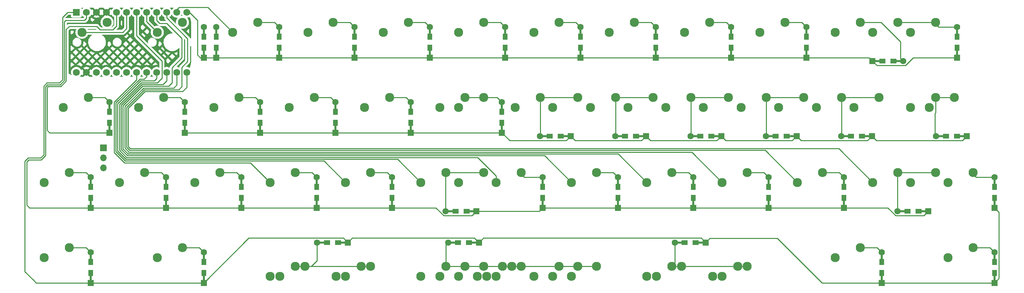
<source format=gbr>
%TF.GenerationSoftware,KiCad,Pcbnew,(7.0.0)*%
%TF.CreationDate,2023-08-30T22:13:03+02:00*%
%TF.ProjectId,Wakizashi,57616b69-7a61-4736-9869-2e6b69636164,rev?*%
%TF.SameCoordinates,Original*%
%TF.FileFunction,Copper,L2,Bot*%
%TF.FilePolarity,Positive*%
%FSLAX46Y46*%
G04 Gerber Fmt 4.6, Leading zero omitted, Abs format (unit mm)*
G04 Created by KiCad (PCBNEW (7.0.0)) date 2023-08-30 22:13:03*
%MOMM*%
%LPD*%
G01*
G04 APERTURE LIST*
%TA.AperFunction,ComponentPad*%
%ADD10C,2.300000*%
%TD*%
%TA.AperFunction,SMDPad,CuDef*%
%ADD11R,1.200000X1.600000*%
%TD*%
%TA.AperFunction,SMDPad,CuDef*%
%ADD12R,0.500000X2.900000*%
%TD*%
%TA.AperFunction,ComponentPad*%
%ADD13R,1.600000X1.600000*%
%TD*%
%TA.AperFunction,ComponentPad*%
%ADD14C,1.600000*%
%TD*%
%TA.AperFunction,SMDPad,CuDef*%
%ADD15R,1.600000X1.200000*%
%TD*%
%TA.AperFunction,SMDPad,CuDef*%
%ADD16R,2.900000X0.500000*%
%TD*%
%TA.AperFunction,ComponentPad*%
%ADD17R,1.752600X1.752600*%
%TD*%
%TA.AperFunction,ComponentPad*%
%ADD18C,1.752600*%
%TD*%
%TA.AperFunction,ComponentPad*%
%ADD19R,1.700000X1.700000*%
%TD*%
%TA.AperFunction,ComponentPad*%
%ADD20O,1.700000X1.700000*%
%TD*%
%TA.AperFunction,Conductor*%
%ADD21C,0.250000*%
%TD*%
G04 APERTURE END LIST*
D10*
%TO.P,MX1,1,1*%
%TO.N,COL0*%
X43815000Y-24447500D03*
%TO.P,MX1,2,2*%
%TO.N,Net-(D1-A)*%
X50165000Y-21907500D03*
%TD*%
%TO.P,MX35,1,1*%
%TO.N,COL10*%
X224790000Y-62547500D03*
%TO.P,MX35,2,2*%
%TO.N,Net-(D35-A)*%
X231140000Y-60007500D03*
%TD*%
D11*
%TO.P,D37,1,K*%
%TO.N,ROW3*%
X274637499Y-66487499D03*
D12*
X274637499Y-67587499D03*
D13*
X274637499Y-68987499D03*
D14*
%TO.P,D37,2,A*%
%TO.N,Net-(D37-A)*%
X274637500Y-61187500D03*
D12*
X274637499Y-62587499D03*
D11*
X274637499Y-63687499D03*
%TD*%
D10*
%TO.P,MX63,1,1*%
%TO.N,COL5*%
X139065000Y-86360000D03*
%TO.P,MX63,2,2*%
%TO.N,Net-(D41-A)*%
X145415000Y-83820000D03*
%TD*%
%TO.P,MX20,1,1*%
%TO.N,COL7*%
X181927500Y-43497500D03*
%TO.P,MX20,2,2*%
%TO.N,Net-(D20-A)*%
X188277500Y-40957500D03*
%TD*%
%TO.P,MX23,1,1*%
%TO.N,COL10*%
X239077500Y-43497500D03*
%TO.P,MX23,2,2*%
%TO.N,Net-(D23-A)*%
X245427500Y-40957500D03*
%TD*%
%TO.P,MX17,1,1*%
%TO.N,COL4*%
X115252500Y-43497500D03*
%TO.P,MX17,2,2*%
%TO.N,Net-(D17-A)*%
X121602500Y-40957500D03*
%TD*%
%TO.P,MX38,1,1*%
%TO.N,COL0*%
X34290000Y-81597500D03*
%TO.P,MX38,2,2*%
%TO.N,Net-(D38-A)*%
X40640000Y-79057500D03*
%TD*%
%TO.P,MX13,2,2*%
%TO.N,Net-(D13-A)*%
X45402500Y-40957500D03*
%TO.P,MX13,1,1*%
%TO.N,COL0*%
X39052500Y-43497500D03*
%TD*%
%TO.P,MX59,1,1*%
%TO.N,COL8*%
X189071250Y-86360000D03*
%TO.P,MX59,2,2*%
%TO.N,Net-(D42-A)*%
X195421250Y-83820000D03*
%TD*%
%TO.P,MX5,1,1*%
%TO.N,COL4*%
X120015000Y-24447500D03*
%TO.P,MX5,2,2*%
%TO.N,Net-(D5-A)*%
X126365000Y-21907500D03*
%TD*%
%TO.P,MX51,1,1*%
%TO.N,COL10*%
X229552500Y-43497500D03*
%TO.P,MX51,2,2*%
%TO.N,Net-(D23-A)*%
X235902500Y-40957500D03*
%TD*%
D11*
%TO.P,D1,1,K*%
%TO.N,ROW0*%
X74612499Y-28387499D03*
D12*
X74612499Y-29487499D03*
D13*
X74612499Y-30887499D03*
D14*
%TO.P,D1,2,A*%
%TO.N,Net-(D1-A)*%
X74612500Y-23087500D03*
D12*
X74612499Y-24487499D03*
D11*
X74612499Y-25587499D03*
%TD*%
D10*
%TO.P,MX60,1,1*%
%TO.N,COL8*%
X203358750Y-86360000D03*
%TO.P,MX60,2,2*%
%TO.N,Net-(D42-A)*%
X209708750Y-83820000D03*
%TD*%
%TO.P,MX68,1,1*%
%TO.N,COL5*%
X146208750Y-86360000D03*
%TO.P,MX68,2,2*%
%TO.N,Net-(D41-A)*%
X152558750Y-83820000D03*
%TD*%
%TO.P,MX43,1,1*%
%TO.N,COL9*%
X234315000Y-81597500D03*
%TO.P,MX43,2,2*%
%TO.N,Net-(D43-A)*%
X240665000Y-79057500D03*
%TD*%
%TO.P,MX52,1,1*%
%TO.N,COL11*%
X253365000Y-43497500D03*
%TO.P,MX52,2,2*%
%TO.N,Net-(D24-A)*%
X259715000Y-40957500D03*
%TD*%
D11*
%TO.P,D39,1,K*%
%TO.N,ROW3*%
X74612499Y-85537499D03*
D12*
X74612499Y-86637499D03*
D13*
X74612499Y-88037499D03*
D14*
%TO.P,D39,2,A*%
%TO.N,Net-(D39-A)*%
X74612500Y-80237500D03*
D12*
X74612499Y-81637499D03*
D11*
X74612499Y-82737499D03*
%TD*%
D10*
%TO.P,MX2,1,1*%
%TO.N,COL1*%
X62865000Y-24447500D03*
%TO.P,MX2,2,2*%
%TO.N,Net-(D2-A)*%
X69215000Y-21907500D03*
%TD*%
D11*
%TO.P,D44,1,K*%
%TO.N,ROW3*%
X274637499Y-85537499D03*
D12*
X274637499Y-86637499D03*
D13*
X274637499Y-88037499D03*
D14*
%TO.P,D44,2,A*%
%TO.N,Net-(D44-A)*%
X274637500Y-80237500D03*
D12*
X274637499Y-81637499D03*
D11*
X274637499Y-82737499D03*
%TD*%
D10*
%TO.P,MX30,1,1*%
%TO.N,COL5*%
X129540000Y-62547500D03*
%TO.P,MX30,2,2*%
%TO.N,Net-(D30-A)*%
X135890000Y-60007500D03*
%TD*%
D11*
%TO.P,D10,1,K*%
%TO.N,ROW0*%
X227012499Y-28387499D03*
D12*
X227012499Y-29487499D03*
D13*
X227012499Y-30887499D03*
D14*
%TO.P,D10,2,A*%
%TO.N,Net-(D10-A)*%
X227012500Y-23087500D03*
D12*
X227012499Y-24487499D03*
D11*
X227012499Y-25587499D03*
%TD*%
D10*
%TO.P,MX16,1,1*%
%TO.N,COL3*%
X96202500Y-43497500D03*
%TO.P,MX16,2,2*%
%TO.N,Net-(D16-A)*%
X102552500Y-40957500D03*
%TD*%
%TO.P,MX29,1,1*%
%TO.N,COL4*%
X110490000Y-62547500D03*
%TO.P,MX29,2,2*%
%TO.N,Net-(D29-A)*%
X116840000Y-60007500D03*
%TD*%
%TO.P,MX33,1,1*%
%TO.N,COL8*%
X186690000Y-62547500D03*
%TO.P,MX33,2,2*%
%TO.N,Net-(D33-A)*%
X193040000Y-60007500D03*
%TD*%
D11*
%TO.P,D2,1,K*%
%TO.N,ROW0*%
X77787499Y-28387499D03*
D12*
X77787499Y-29487499D03*
D13*
X77787499Y-30887499D03*
D14*
%TO.P,D2,2,A*%
%TO.N,Net-(D2-A)*%
X77787500Y-23087500D03*
D12*
X77787499Y-24487499D03*
D11*
X77787499Y-25587499D03*
%TD*%
%TO.P,D3,1,K*%
%TO.N,ROW0*%
X93662499Y-28387499D03*
D12*
X93662499Y-29487499D03*
D13*
X93662499Y-30887499D03*
D14*
%TO.P,D3,2,A*%
%TO.N,Net-(D3-A)*%
X93662500Y-23087500D03*
D12*
X93662499Y-24487499D03*
D11*
X93662499Y-25587499D03*
%TD*%
%TO.P,D27,1,K*%
%TO.N,ROW2*%
X84137499Y-66487499D03*
D12*
X84137499Y-67587499D03*
D13*
X84137499Y-68987499D03*
D14*
%TO.P,D27,2,A*%
%TO.N,Net-(D27-A)*%
X84137500Y-61187500D03*
D12*
X84137499Y-62587499D03*
D11*
X84137499Y-63687499D03*
%TD*%
D10*
%TO.P,MX10,1,1*%
%TO.N,COL9*%
X215265000Y-24447500D03*
%TO.P,MX10,2,2*%
%TO.N,Net-(D10-A)*%
X221615000Y-21907500D03*
%TD*%
%TO.P,MX26,1,1*%
%TO.N,COL1*%
X53340000Y-62547500D03*
%TO.P,MX26,2,2*%
%TO.N,Net-(D26-A)*%
X59690000Y-60007500D03*
%TD*%
D11*
%TO.P,D7,1,K*%
%TO.N,ROW0*%
X169862499Y-28387499D03*
D12*
X169862499Y-29487499D03*
D13*
X169862499Y-30887499D03*
D14*
%TO.P,D7,2,A*%
%TO.N,Net-(D7-A)*%
X169862500Y-23087500D03*
D12*
X169862499Y-24487499D03*
D11*
X169862499Y-25587499D03*
%TD*%
D10*
%TO.P,MX8,1,1*%
%TO.N,COL7*%
X177165000Y-24447500D03*
%TO.P,MX8,2,2*%
%TO.N,Net-(D8-A)*%
X183515000Y-21907500D03*
%TD*%
%TO.P,MX62,1,1*%
%TO.N,COL5*%
X129540000Y-86360000D03*
%TO.P,MX62,2,2*%
%TO.N,Net-(D41-A)*%
X135890000Y-83820000D03*
%TD*%
D11*
%TO.P,D16,1,K*%
%TO.N,ROW1*%
X107949999Y-47437499D03*
D12*
X107949999Y-48537499D03*
D13*
X107949999Y-49937499D03*
D14*
%TO.P,D16,2,A*%
%TO.N,Net-(D16-A)*%
X107950000Y-42137500D03*
D12*
X107949999Y-43537499D03*
D11*
X107949999Y-44637499D03*
%TD*%
%TO.P,D17,1,K*%
%TO.N,ROW1*%
X126999999Y-47437499D03*
D12*
X126999999Y-48537499D03*
D13*
X126999999Y-49937499D03*
D14*
%TO.P,D17,2,A*%
%TO.N,Net-(D17-A)*%
X127000000Y-42137500D03*
D12*
X126999999Y-43537499D03*
D11*
X126999999Y-44637499D03*
%TD*%
D15*
%TO.P,D19,1,K*%
%TO.N,ROW1*%
X164912499Y-50799999D03*
D16*
X166012499Y-50799999D03*
D13*
X167412499Y-50799999D03*
D14*
%TO.P,D19,2,A*%
%TO.N,Net-(D19-A)*%
X159612500Y-50800000D03*
D16*
X161012499Y-50799999D03*
D15*
X162112499Y-50799999D03*
%TD*%
%TO.P,D30,1,K*%
%TO.N,ROW2*%
X141099999Y-69849999D03*
D16*
X142199999Y-69849999D03*
D13*
X143599999Y-69849999D03*
D14*
%TO.P,D30,2,A*%
%TO.N,Net-(D30-A)*%
X135800000Y-69850000D03*
D16*
X137199999Y-69849999D03*
D15*
X138299999Y-69849999D03*
%TD*%
%TO.P,D40,1,K*%
%TO.N,ROW3*%
X108556249Y-77787499D03*
D16*
X109656249Y-77787499D03*
D13*
X111056249Y-77787499D03*
D14*
%TO.P,D40,2,A*%
%TO.N,Net-(D40-A)*%
X103256250Y-77787500D03*
D16*
X104656249Y-77787499D03*
D15*
X105756249Y-77787499D03*
%TD*%
D11*
%TO.P,D38,1,K*%
%TO.N,ROW3*%
X46037499Y-85537499D03*
D12*
X46037499Y-86637499D03*
D13*
X46037499Y-88037499D03*
D14*
%TO.P,D38,2,A*%
%TO.N,Net-(D38-A)*%
X46037500Y-80237500D03*
D12*
X46037499Y-81637499D03*
D11*
X46037499Y-82737499D03*
%TD*%
D10*
%TO.P,MX40,1,1*%
%TO.N,COL4*%
X91440000Y-86360000D03*
%TO.P,MX40,2,2*%
%TO.N,Net-(D40-A)*%
X97790000Y-83820000D03*
%TD*%
D11*
%TO.P,D14,1,K*%
%TO.N,ROW1*%
X69849999Y-47437499D03*
D12*
X69849999Y-48537499D03*
D13*
X69849999Y-49937499D03*
D14*
%TO.P,D14,2,A*%
%TO.N,Net-(D14-A)*%
X69850000Y-42137500D03*
D12*
X69849999Y-43537499D03*
D11*
X69849999Y-44637499D03*
%TD*%
%TO.P,D32,1,K*%
%TO.N,ROW2*%
X179387499Y-66487499D03*
D12*
X179387499Y-67587499D03*
D13*
X179387499Y-68987499D03*
D14*
%TO.P,D32,2,A*%
%TO.N,Net-(D32-A)*%
X179387500Y-61187500D03*
D12*
X179387499Y-62587499D03*
D11*
X179387499Y-63687499D03*
%TD*%
D15*
%TO.P,D24,1,K*%
%TO.N,ROW1*%
X265112499Y-50799999D03*
D16*
X266212499Y-50799999D03*
D13*
X267612499Y-50799999D03*
D14*
%TO.P,D24,2,A*%
%TO.N,Net-(D24-A)*%
X259812500Y-50800000D03*
D16*
X261212499Y-50799999D03*
D15*
X262312499Y-50799999D03*
%TD*%
D11*
%TO.P,D4,1,K*%
%TO.N,ROW0*%
X112712499Y-28387499D03*
D12*
X112712499Y-29487499D03*
D13*
X112712499Y-30887499D03*
D14*
%TO.P,D4,2,A*%
%TO.N,Net-(D4-A)*%
X112712500Y-23087500D03*
D12*
X112712499Y-24487499D03*
D11*
X112712499Y-25587499D03*
%TD*%
D10*
%TO.P,MX27,1,1*%
%TO.N,COL2*%
X72390000Y-62547500D03*
%TO.P,MX27,2,2*%
%TO.N,Net-(D27-A)*%
X78740000Y-60007500D03*
%TD*%
D15*
%TO.P,D20,1,K*%
%TO.N,ROW1*%
X183962499Y-50799999D03*
D16*
X185062499Y-50799999D03*
D13*
X186462499Y-50799999D03*
D14*
%TO.P,D20,2,A*%
%TO.N,Net-(D20-A)*%
X178662500Y-50800000D03*
D16*
X180062499Y-50799999D03*
D15*
X181162499Y-50799999D03*
%TD*%
D10*
%TO.P,MX22,1,1*%
%TO.N,COL9*%
X220027500Y-43497500D03*
%TO.P,MX22,2,2*%
%TO.N,Net-(D22-A)*%
X226377500Y-40957500D03*
%TD*%
D11*
%TO.P,D35,1,K*%
%TO.N,ROW2*%
X236537499Y-66487499D03*
D12*
X236537499Y-67587499D03*
D13*
X236537499Y-68987499D03*
D14*
%TO.P,D35,2,A*%
%TO.N,Net-(D35-A)*%
X236537500Y-61187500D03*
D12*
X236537499Y-62587499D03*
D11*
X236537499Y-63687499D03*
%TD*%
D15*
%TO.P,D23,1,K*%
%TO.N,ROW1*%
X241112499Y-50799999D03*
D16*
X242212499Y-50799999D03*
D13*
X243612499Y-50799999D03*
D14*
%TO.P,D23,2,A*%
%TO.N,Net-(D23-A)*%
X235812500Y-50800000D03*
D16*
X237212499Y-50799999D03*
D15*
X238312499Y-50799999D03*
%TD*%
D10*
%TO.P,MX56,1,1*%
%TO.N,COL4*%
X108108750Y-86360000D03*
%TO.P,MX56,2,2*%
%TO.N,Net-(D40-A)*%
X114458750Y-83820000D03*
%TD*%
D15*
%TO.P,D42,1,K*%
%TO.N,ROW3*%
X199043749Y-77787499D03*
D16*
X200143749Y-77787499D03*
D13*
X201543749Y-77787499D03*
D14*
%TO.P,D42,2,A*%
%TO.N,Net-(D42-A)*%
X193743750Y-77787500D03*
D16*
X195143749Y-77787499D03*
D15*
X196243749Y-77787499D03*
%TD*%
D11*
%TO.P,D33,1,K*%
%TO.N,ROW2*%
X198437499Y-66487499D03*
D12*
X198437499Y-67587499D03*
D13*
X198437499Y-68987499D03*
D14*
%TO.P,D33,2,A*%
%TO.N,Net-(D33-A)*%
X198437500Y-61187500D03*
D12*
X198437499Y-62587499D03*
D11*
X198437499Y-63687499D03*
%TD*%
%TO.P,D26,1,K*%
%TO.N,ROW2*%
X65087499Y-66487499D03*
D12*
X65087499Y-67587499D03*
D13*
X65087499Y-68987499D03*
D14*
%TO.P,D26,2,A*%
%TO.N,Net-(D26-A)*%
X65087500Y-61187500D03*
D12*
X65087499Y-62587499D03*
D11*
X65087499Y-63687499D03*
%TD*%
D10*
%TO.P,MX3,1,1*%
%TO.N,COL2*%
X81915000Y-24447500D03*
%TO.P,MX3,2,2*%
%TO.N,Net-(D3-A)*%
X88265000Y-21907500D03*
%TD*%
%TO.P,MX58,1,1*%
%TO.N,COL8*%
X205740000Y-86360000D03*
%TO.P,MX58,2,2*%
%TO.N,Net-(D42-A)*%
X212090000Y-83820000D03*
%TD*%
%TO.P,MX7,1,1*%
%TO.N,COL6*%
X158115000Y-24447500D03*
%TO.P,MX7,2,2*%
%TO.N,Net-(D7-A)*%
X164465000Y-21907500D03*
%TD*%
%TO.P,MX25,1,1*%
%TO.N,COL0*%
X34290000Y-62547500D03*
%TO.P,MX25,2,2*%
%TO.N,Net-(D25-A)*%
X40640000Y-60007500D03*
%TD*%
%TO.P,MX64,1,1*%
%TO.N,COL5*%
X167640000Y-86360000D03*
%TO.P,MX64,2,2*%
%TO.N,Net-(D41-A)*%
X173990000Y-83820000D03*
%TD*%
%TO.P,MX31,1,1*%
%TO.N,COL6*%
X148590000Y-62547500D03*
%TO.P,MX31,2,2*%
%TO.N,Net-(D31-A)*%
X154940000Y-60007500D03*
%TD*%
%TO.P,MX45,1,1*%
%TO.N,COL11*%
X243840000Y-24447500D03*
%TO.P,MX45,2,2*%
%TO.N,Net-(D12-A)*%
X250190000Y-21907500D03*
%TD*%
%TO.P,MX53,1,1*%
%TO.N,COL5*%
X139065000Y-62547500D03*
%TO.P,MX53,2,2*%
%TO.N,Net-(D30-A)*%
X145415000Y-60007500D03*
%TD*%
%TO.P,MX36,1,1*%
%TO.N,COL11*%
X243840000Y-62547500D03*
%TO.P,MX36,2,2*%
%TO.N,Net-(D36-A)*%
X250190000Y-60007500D03*
%TD*%
%TO.P,MX37,1,1*%
%TO.N,COL11*%
X262890000Y-62547500D03*
%TO.P,MX37,2,2*%
%TO.N,Net-(D37-A)*%
X269240000Y-60007500D03*
%TD*%
%TO.P,MX28,1,1*%
%TO.N,COL3*%
X91440000Y-62547500D03*
%TO.P,MX28,2,2*%
%TO.N,Net-(D28-A)*%
X97790000Y-60007500D03*
%TD*%
D11*
%TO.P,D12,1,K*%
%TO.N,ROW0*%
X265112499Y-28387499D03*
D12*
X265112499Y-29487499D03*
D13*
X265112499Y-30887499D03*
D14*
%TO.P,D12,2,A*%
%TO.N,Net-(D12-A)*%
X265112500Y-23087500D03*
D12*
X265112499Y-24487499D03*
D11*
X265112499Y-25587499D03*
%TD*%
D10*
%TO.P,MX57,1,1*%
%TO.N,COL4*%
X93821250Y-86360000D03*
%TO.P,MX57,2,2*%
%TO.N,Net-(D40-A)*%
X100171250Y-83820000D03*
%TD*%
D15*
%TO.P,D22,1,K*%
%TO.N,ROW1*%
X222062499Y-50799999D03*
D16*
X223162499Y-50799999D03*
D13*
X224562499Y-50799999D03*
D14*
%TO.P,D22,2,A*%
%TO.N,Net-(D22-A)*%
X216762500Y-50800000D03*
D16*
X218162499Y-50799999D03*
D15*
X219262499Y-50799999D03*
%TD*%
D11*
%TO.P,D18,1,K*%
%TO.N,ROW1*%
X150018749Y-47437499D03*
D12*
X150018749Y-48537499D03*
D13*
X150018749Y-49937499D03*
D14*
%TO.P,D18,2,A*%
%TO.N,Net-(D18-A)*%
X150018750Y-42137500D03*
D12*
X150018749Y-43537499D03*
D11*
X150018749Y-44637499D03*
%TD*%
%TO.P,D8,1,K*%
%TO.N,ROW0*%
X188912499Y-28387499D03*
D12*
X188912499Y-29487499D03*
D13*
X188912499Y-30887499D03*
D14*
%TO.P,D8,2,A*%
%TO.N,Net-(D8-A)*%
X188912500Y-23087500D03*
D12*
X188912499Y-24487499D03*
D11*
X188912499Y-25587499D03*
%TD*%
%TO.P,D43,1,K*%
%TO.N,ROW3*%
X246062499Y-85537499D03*
D12*
X246062499Y-86637499D03*
D13*
X246062499Y-88037499D03*
D14*
%TO.P,D43,2,A*%
%TO.N,Net-(D43-A)*%
X246062500Y-80237500D03*
D12*
X246062499Y-81637499D03*
D11*
X246062499Y-82737499D03*
%TD*%
D10*
%TO.P,MX42,1,1*%
%TO.N,COL8*%
X186690000Y-86360000D03*
%TO.P,MX42,2,2*%
%TO.N,Net-(D42-A)*%
X193040000Y-83820000D03*
%TD*%
D11*
%TO.P,D31,1,K*%
%TO.N,ROW2*%
X160337499Y-66487499D03*
D12*
X160337499Y-67587499D03*
D13*
X160337499Y-68987499D03*
D14*
%TO.P,D31,2,A*%
%TO.N,Net-(D31-A)*%
X160337500Y-61187500D03*
D12*
X160337499Y-62587499D03*
D11*
X160337499Y-63687499D03*
%TD*%
D10*
%TO.P,MX21,1,1*%
%TO.N,COL8*%
X200977500Y-43497500D03*
%TO.P,MX21,2,2*%
%TO.N,Net-(D21-A)*%
X207327500Y-40957500D03*
%TD*%
%TO.P,MX14,1,1*%
%TO.N,COL1*%
X58102500Y-43497500D03*
%TO.P,MX14,2,2*%
%TO.N,Net-(D14-A)*%
X64452500Y-40957500D03*
%TD*%
%TO.P,MX39,1,1*%
%TO.N,COL1*%
X62865000Y-81597500D03*
%TO.P,MX39,2,2*%
%TO.N,Net-(D39-A)*%
X69215000Y-79057500D03*
%TD*%
%TO.P,MX41,1,1*%
%TO.N,COL5*%
X148590000Y-86360000D03*
%TO.P,MX41,2,2*%
%TO.N,Net-(D41-A)*%
X154940000Y-83820000D03*
%TD*%
%TO.P,MX49,1,1*%
%TO.N,COL8*%
X191452500Y-43497500D03*
%TO.P,MX49,2,2*%
%TO.N,Net-(D21-A)*%
X197802500Y-40957500D03*
%TD*%
D11*
%TO.P,D28,1,K*%
%TO.N,ROW2*%
X103187499Y-66487499D03*
D12*
X103187499Y-67587499D03*
D13*
X103187499Y-68987499D03*
D14*
%TO.P,D28,2,A*%
%TO.N,Net-(D28-A)*%
X103187500Y-61187500D03*
D12*
X103187499Y-62587499D03*
D11*
X103187499Y-63687499D03*
%TD*%
D10*
%TO.P,MX12,1,1*%
%TO.N,COL11*%
X253365000Y-24447500D03*
%TO.P,MX12,2,2*%
%TO.N,Net-(D12-A)*%
X259715000Y-21907500D03*
%TD*%
D15*
%TO.P,D41,1,K*%
%TO.N,ROW3*%
X141706249Y-77787499D03*
D16*
X142806249Y-77787499D03*
D13*
X144206249Y-77787499D03*
D14*
%TO.P,D41,2,A*%
%TO.N,Net-(D41-A)*%
X136406250Y-77787500D03*
D16*
X137806249Y-77787499D03*
D15*
X138906249Y-77787499D03*
%TD*%
D10*
%TO.P,MX47,1,1*%
%TO.N,COL6*%
X153352500Y-43497500D03*
%TO.P,MX47,2,2*%
%TO.N,Net-(D19-A)*%
X159702500Y-40957500D03*
%TD*%
%TO.P,MX44,1,1*%
%TO.N,COL10*%
X262890000Y-81597500D03*
%TO.P,MX44,2,2*%
%TO.N,Net-(D44-A)*%
X269240000Y-79057500D03*
%TD*%
%TO.P,MX65,1,1*%
%TO.N,COL5*%
X143827500Y-86360000D03*
%TO.P,MX65,2,2*%
%TO.N,Net-(D41-A)*%
X150177500Y-83820000D03*
%TD*%
D11*
%TO.P,D34,1,K*%
%TO.N,ROW2*%
X217487499Y-66487499D03*
D12*
X217487499Y-67587499D03*
D13*
X217487499Y-68987499D03*
D14*
%TO.P,D34,2,A*%
%TO.N,Net-(D34-A)*%
X217487500Y-61187500D03*
D12*
X217487499Y-62587499D03*
D11*
X217487499Y-63687499D03*
%TD*%
%TO.P,D13,1,K*%
%TO.N,ROW1*%
X50799999Y-47437499D03*
D12*
X50799999Y-48537499D03*
D13*
X50799999Y-49937499D03*
D14*
%TO.P,D13,2,A*%
%TO.N,Net-(D13-A)*%
X50800000Y-42137500D03*
D12*
X50799999Y-43537499D03*
D11*
X50799999Y-44637499D03*
%TD*%
%TO.P,D29,1,K*%
%TO.N,ROW2*%
X122237499Y-66487499D03*
D12*
X122237499Y-67587499D03*
D13*
X122237499Y-68987499D03*
D14*
%TO.P,D29,2,A*%
%TO.N,Net-(D29-A)*%
X122237500Y-61187500D03*
D12*
X122237499Y-62587499D03*
D11*
X122237499Y-63687499D03*
%TD*%
D10*
%TO.P,MX50,1,1*%
%TO.N,COL9*%
X210502500Y-43497500D03*
%TO.P,MX50,2,2*%
%TO.N,Net-(D22-A)*%
X216852500Y-40957500D03*
%TD*%
%TO.P,MX18,1,1*%
%TO.N,COL5*%
X134302500Y-43497500D03*
%TO.P,MX18,2,2*%
%TO.N,Net-(D18-A)*%
X140652500Y-40957500D03*
%TD*%
%TO.P,MX46,1,1*%
%TO.N,COL5*%
X139065000Y-43497500D03*
%TO.P,MX46,2,2*%
%TO.N,Net-(D18-A)*%
X145415000Y-40957500D03*
%TD*%
%TO.P,MX48,1,1*%
%TO.N,COL7*%
X172402500Y-43497500D03*
%TO.P,MX48,2,2*%
%TO.N,Net-(D20-A)*%
X178752500Y-40957500D03*
%TD*%
%TO.P,MX61,1,1*%
%TO.N,COL5*%
X158115000Y-86360000D03*
%TO.P,MX61,2,2*%
%TO.N,Net-(D41-A)*%
X164465000Y-83820000D03*
%TD*%
%TO.P,MX19,1,1*%
%TO.N,COL6*%
X162877500Y-43497500D03*
%TO.P,MX19,2,2*%
%TO.N,Net-(D19-A)*%
X169227500Y-40957500D03*
%TD*%
%TO.P,MX67,1,1*%
%TO.N,COL5*%
X162877500Y-86360000D03*
%TO.P,MX67,2,2*%
%TO.N,Net-(D41-A)*%
X169227500Y-83820000D03*
%TD*%
D15*
%TO.P,D21,1,K*%
%TO.N,ROW1*%
X203012499Y-50799999D03*
D16*
X204112499Y-50799999D03*
D13*
X205512499Y-50799999D03*
D14*
%TO.P,D21,2,A*%
%TO.N,Net-(D21-A)*%
X197712500Y-50800000D03*
D16*
X199112499Y-50799999D03*
D15*
X200212499Y-50799999D03*
%TD*%
D11*
%TO.P,D15,1,K*%
%TO.N,ROW1*%
X88899999Y-47437499D03*
D12*
X88899999Y-48537499D03*
D13*
X88899999Y-49937499D03*
D14*
%TO.P,D15,2,A*%
%TO.N,Net-(D15-A)*%
X88900000Y-42137500D03*
D12*
X88899999Y-43537499D03*
D11*
X88899999Y-44637499D03*
%TD*%
D10*
%TO.P,MX4,1,1*%
%TO.N,COL3*%
X100965000Y-24447500D03*
%TO.P,MX4,2,2*%
%TO.N,Net-(D4-A)*%
X107315000Y-21907500D03*
%TD*%
D11*
%TO.P,D25,1,K*%
%TO.N,ROW2*%
X46037499Y-66487499D03*
D12*
X46037499Y-67587499D03*
D13*
X46037499Y-68987499D03*
D14*
%TO.P,D25,2,A*%
%TO.N,Net-(D25-A)*%
X46037500Y-61187500D03*
D12*
X46037499Y-62587499D03*
D11*
X46037499Y-63687499D03*
%TD*%
D15*
%TO.P,D36,1,K*%
%TO.N,ROW2*%
X255399999Y-69849999D03*
D16*
X256499999Y-69849999D03*
D13*
X257899999Y-69849999D03*
D14*
%TO.P,D36,2,A*%
%TO.N,Net-(D36-A)*%
X250100000Y-69850000D03*
D16*
X251499999Y-69849999D03*
D15*
X252599999Y-69849999D03*
%TD*%
D10*
%TO.P,MX15,1,1*%
%TO.N,COL2*%
X77152500Y-43497500D03*
%TO.P,MX15,2,2*%
%TO.N,Net-(D15-A)*%
X83502500Y-40957500D03*
%TD*%
%TO.P,MX66,1,1*%
%TO.N,COL5*%
X134302500Y-86360000D03*
%TO.P,MX66,2,2*%
%TO.N,Net-(D41-A)*%
X140652500Y-83820000D03*
%TD*%
%TO.P,MX24,1,1*%
%TO.N,COL11*%
X258127500Y-43497500D03*
%TO.P,MX24,2,2*%
%TO.N,Net-(D24-A)*%
X264477500Y-40957500D03*
%TD*%
%TO.P,MX9,1,1*%
%TO.N,COL8*%
X196215000Y-24447500D03*
%TO.P,MX9,2,2*%
%TO.N,Net-(D9-A)*%
X202565000Y-21907500D03*
%TD*%
%TO.P,MX54,1,1*%
%TO.N,COL11*%
X253365000Y-62547500D03*
%TO.P,MX54,2,2*%
%TO.N,Net-(D36-A)*%
X259715000Y-60007500D03*
%TD*%
%TO.P,MX55,1,1*%
%TO.N,COL4*%
X110490000Y-86360000D03*
%TO.P,MX55,2,2*%
%TO.N,Net-(D40-A)*%
X116840000Y-83820000D03*
%TD*%
D11*
%TO.P,D6,1,K*%
%TO.N,ROW0*%
X150812499Y-28387499D03*
D12*
X150812499Y-29487499D03*
D13*
X150812499Y-30887499D03*
D14*
%TO.P,D6,2,A*%
%TO.N,Net-(D6-A)*%
X150812500Y-23087500D03*
D12*
X150812499Y-24487499D03*
D11*
X150812499Y-25587499D03*
%TD*%
%TO.P,D5,1,K*%
%TO.N,ROW0*%
X131762499Y-28387499D03*
D12*
X131762499Y-29487499D03*
D13*
X131762499Y-30887499D03*
D14*
%TO.P,D5,2,A*%
%TO.N,Net-(D5-A)*%
X131762500Y-23087500D03*
D12*
X131762499Y-24487499D03*
D11*
X131762499Y-25587499D03*
%TD*%
D10*
%TO.P,MX6,1,1*%
%TO.N,COL5*%
X139065000Y-24447500D03*
%TO.P,MX6,2,2*%
%TO.N,Net-(D6-A)*%
X145415000Y-21907500D03*
%TD*%
%TO.P,MX34,1,1*%
%TO.N,COL9*%
X205740000Y-62547500D03*
%TO.P,MX34,2,2*%
%TO.N,Net-(D34-A)*%
X212090000Y-60007500D03*
%TD*%
D15*
%TO.P,D11,1,K*%
%TO.N,ROW0*%
X246249999Y-31749999D03*
D16*
X245149999Y-31749999D03*
D13*
X243749999Y-31749999D03*
D14*
%TO.P,D11,2,A*%
%TO.N,Net-(D11-A)*%
X251550000Y-31750000D03*
D16*
X250149999Y-31749999D03*
D15*
X249049999Y-31749999D03*
%TD*%
D10*
%TO.P,MX32,1,1*%
%TO.N,COL7*%
X167640000Y-62547500D03*
%TO.P,MX32,2,2*%
%TO.N,Net-(D32-A)*%
X173990000Y-60007500D03*
%TD*%
%TO.P,MX11,1,1*%
%TO.N,COL10*%
X234315000Y-24447500D03*
%TO.P,MX11,2,2*%
%TO.N,Net-(D11-A)*%
X240665000Y-21907500D03*
%TD*%
D11*
%TO.P,D9,1,K*%
%TO.N,ROW0*%
X207962499Y-28387499D03*
D12*
X207962499Y-29487499D03*
D13*
X207962499Y-30887499D03*
D14*
%TO.P,D9,2,A*%
%TO.N,Net-(D9-A)*%
X207962500Y-23087500D03*
D12*
X207962499Y-24487499D03*
D11*
X207962499Y-25587499D03*
%TD*%
D17*
%TO.P,U2,1,TX0/PD3*%
%TO.N,ROW3*%
X42386249Y-19367499D03*
D18*
%TO.P,U2,2,RX1/PD2*%
%TO.N,ROW2*%
X44926250Y-19367500D03*
%TO.P,U2,3,GND*%
%TO.N,GND*%
X47466250Y-19367500D03*
%TO.P,U2,4,GND*%
X50006250Y-19367500D03*
%TO.P,U2,5,2/PD1*%
%TO.N,ROW1*%
X52546250Y-19367500D03*
%TO.P,U2,6,3/PD0*%
%TO.N,COL0*%
X55086250Y-19367500D03*
%TO.P,U2,7,4/PD4*%
%TO.N,COL6*%
X57626250Y-19367500D03*
%TO.P,U2,8,5/PC6*%
%TO.N,COL1*%
X60166250Y-19367500D03*
%TO.P,U2,9,6/PD7*%
%TO.N,COL8*%
X62706250Y-19367500D03*
%TO.P,U2,10,7/PE6*%
%TO.N,COL10*%
X65246250Y-19367500D03*
%TO.P,U2,11,8/PB4*%
%TO.N,COL2*%
X67786250Y-19367500D03*
%TO.P,U2,12,9/PB5*%
%TO.N,ROW0*%
X70326250Y-19367500D03*
%TO.P,U2,13,10/PB6*%
%TO.N,COL11*%
X70326250Y-34607500D03*
%TO.P,U2,14,16/PB2*%
%TO.N,COL9*%
X67786250Y-34607500D03*
%TO.P,U2,15,14/PB3*%
%TO.N,COL7*%
X65246250Y-34607500D03*
%TO.P,U2,16,15/PB1*%
%TO.N,COL5*%
X62706250Y-34607500D03*
%TO.P,U2,17,A0/PF7*%
%TO.N,COL4*%
X60166250Y-34607500D03*
%TO.P,U2,18,A1/PF6*%
%TO.N,COL3*%
X57626250Y-34607500D03*
%TO.P,U2,19,A2/PF5*%
%TO.N,unconnected-(U2-A2{slash}PF5-Pad19)*%
X55086250Y-34607500D03*
%TO.P,U2,20,A3/PF4*%
%TO.N,RGB*%
X52546250Y-34607500D03*
%TO.P,U2,21,VCC*%
%TO.N,VCC*%
X50006250Y-34607500D03*
%TO.P,U2,22,RST*%
%TO.N,RST*%
X47466250Y-34607500D03*
%TO.P,U2,23,GND*%
%TO.N,GND*%
X44926250Y-34607500D03*
%TO.P,U2,24,RAW*%
%TO.N,RAW*%
X42386250Y-34607500D03*
%TD*%
D19*
%TO.P,J1,1,Pin_1*%
%TO.N,VCC*%
X49212499Y-53816249D03*
D20*
%TO.P,J1,2,Pin_2*%
%TO.N,RGB*%
X49212499Y-56356249D03*
%TO.P,J1,3,Pin_3*%
%TO.N,GND*%
X49212499Y-58896249D03*
%TD*%
D21*
%TO.N,ROW3*%
X230981250Y-88037500D02*
X246062500Y-88037500D01*
X202598761Y-76732489D02*
X219676239Y-76732489D01*
X201543750Y-77787500D02*
X202598761Y-76732489D01*
X219676239Y-76732489D02*
X230981250Y-88037500D01*
%TO.N,ROW0*%
X252081250Y-32875000D02*
X254068750Y-30887500D01*
X227012500Y-30887500D02*
X242887500Y-30887500D01*
X74612500Y-30887500D02*
X73750000Y-30887500D01*
X244875000Y-32875000D02*
X252081250Y-32875000D01*
X73025000Y-30162500D02*
X73025000Y-21431250D01*
X242887500Y-30887500D02*
X243750000Y-31750000D01*
X73025000Y-21431250D02*
X70961250Y-19367500D01*
X70961250Y-19367500D02*
X70326250Y-19367500D01*
X73750000Y-30887500D02*
X73025000Y-30162500D01*
X74612500Y-30887500D02*
X227012500Y-30887500D01*
X254068750Y-30887500D02*
X265112500Y-30887500D01*
X243750000Y-31750000D02*
X244875000Y-32875000D01*
%TO.N,Net-(D3-A)*%
X92482500Y-21907500D02*
X93662500Y-23087500D01*
X88265000Y-21907500D02*
X92482500Y-21907500D01*
%TO.N,Net-(D4-A)*%
X111532500Y-21907500D02*
X112712500Y-23087500D01*
X107315000Y-21907500D02*
X111532500Y-21907500D01*
%TO.N,Net-(D5-A)*%
X126365000Y-21907500D02*
X130582500Y-21907500D01*
X130582500Y-21907500D02*
X131762500Y-23087500D01*
%TO.N,Net-(D6-A)*%
X145415000Y-21907500D02*
X149632500Y-21907500D01*
X149632500Y-21907500D02*
X150812500Y-23087500D01*
%TO.N,Net-(D7-A)*%
X168682500Y-21907500D02*
X169862500Y-23087500D01*
X164465000Y-21907500D02*
X168682500Y-21907500D01*
%TO.N,Net-(D8-A)*%
X183515000Y-21907500D02*
X187732500Y-21907500D01*
X187732500Y-21907500D02*
X188912500Y-23087500D01*
%TO.N,Net-(D9-A)*%
X206782500Y-21907500D02*
X207962500Y-23087500D01*
X202565000Y-21907500D02*
X206782500Y-21907500D01*
%TO.N,Net-(D10-A)*%
X221615000Y-21907500D02*
X225832500Y-21907500D01*
X225832500Y-21907500D02*
X227012500Y-23087500D01*
%TO.N,Net-(D11-A)*%
X245920131Y-21907500D02*
X250825000Y-26812369D01*
X250825000Y-26812369D02*
X250845000Y-26832369D01*
X250825000Y-31025000D02*
X251550000Y-31750000D01*
X240665000Y-21907500D02*
X245920131Y-21907500D01*
X250825000Y-26812369D02*
X250825000Y-31025000D01*
%TO.N,Net-(D12-A)*%
X265112500Y-23087500D02*
X260475000Y-23087500D01*
X250190000Y-21907500D02*
X259715000Y-21907500D01*
X260475000Y-23087500D02*
X259715000Y-22327500D01*
%TO.N,Net-(D13-A)*%
X45402500Y-40957500D02*
X49620000Y-40957500D01*
X49620000Y-40957500D02*
X50800000Y-42137500D01*
%TO.N,ROW1*%
X51593750Y-23812500D02*
X52387500Y-23018750D01*
X39793750Y-26193750D02*
X39793750Y-23706250D01*
X40527500Y-22972500D02*
X47578750Y-22972500D01*
X35297792Y-38206250D02*
X38472792Y-38206250D01*
X168537500Y-51925000D02*
X185337500Y-51925000D01*
X186462500Y-50800000D02*
X187587500Y-51925000D01*
X152006250Y-51925000D02*
X166287500Y-51925000D01*
X37306250Y-49937500D02*
X36443750Y-49937500D01*
X38100000Y-49937500D02*
X37772500Y-49937500D01*
X50800000Y-49937500D02*
X38100000Y-49937500D01*
X50006250Y-23812500D02*
X51593750Y-23812500D01*
X244737500Y-51925000D02*
X266487500Y-51925000D01*
X37306250Y-49937500D02*
X35650000Y-49937500D01*
X38100000Y-49937500D02*
X37306250Y-49937500D01*
X243612500Y-50800000D02*
X244737500Y-51925000D01*
X38472792Y-38206250D02*
X39793750Y-36885292D01*
X40481250Y-23018750D02*
X40527500Y-22972500D01*
X39793750Y-36885292D02*
X39793750Y-26193750D01*
X48418750Y-23812500D02*
X50006250Y-23812500D01*
X166287500Y-51925000D02*
X167412500Y-50800000D01*
X242487500Y-51925000D02*
X243612500Y-50800000D01*
X47578750Y-22972500D02*
X47625000Y-23018750D01*
X52546250Y-19367500D02*
X52546250Y-22860000D01*
X204387500Y-51925000D02*
X205512500Y-50800000D01*
X47625000Y-23018750D02*
X48418750Y-23812500D01*
X88900000Y-49937500D02*
X150018750Y-49937500D01*
X223437500Y-51925000D02*
X224562500Y-50800000D01*
X150018750Y-49937500D02*
X152006250Y-51925000D01*
X35031250Y-38472792D02*
X35297792Y-38206250D01*
X35031250Y-49318750D02*
X35031250Y-38472792D01*
X266487500Y-51925000D02*
X267612500Y-50800000D01*
X167412500Y-50800000D02*
X168537500Y-51925000D01*
X69850000Y-49937500D02*
X88900000Y-49937500D01*
X206637500Y-51925000D02*
X223437500Y-51925000D01*
X35650000Y-49937500D02*
X35031250Y-49318750D01*
X185337500Y-51925000D02*
X186462500Y-50800000D01*
X224562500Y-50800000D02*
X225687500Y-51925000D01*
X187587500Y-51925000D02*
X204387500Y-51925000D01*
X225687500Y-51925000D02*
X242487500Y-51925000D01*
X39793750Y-23706250D02*
X40481250Y-23018750D01*
X205512500Y-50800000D02*
X206637500Y-51925000D01*
X52546250Y-22860000D02*
X52387500Y-23018750D01*
%TO.N,Net-(D14-A)*%
X64452500Y-40957500D02*
X68670000Y-40957500D01*
X68670000Y-40957500D02*
X69850000Y-42137500D01*
%TO.N,Net-(D15-A)*%
X83502500Y-40957500D02*
X87720000Y-40957500D01*
X87720000Y-40957500D02*
X88900000Y-42137500D01*
%TO.N,Net-(D16-A)*%
X106770000Y-40957500D02*
X107950000Y-42137500D01*
X102552500Y-40957500D02*
X106770000Y-40957500D01*
%TO.N,Net-(D17-A)*%
X121602500Y-40957500D02*
X125820000Y-40957500D01*
X125820000Y-40957500D02*
X127000000Y-42137500D01*
%TO.N,Net-(D18-A)*%
X145415000Y-40957500D02*
X148838750Y-40957500D01*
X140652500Y-40957500D02*
X145415000Y-40957500D01*
X148838750Y-40957500D02*
X150018750Y-42137500D01*
%TO.N,Net-(D19-A)*%
X159702500Y-40957500D02*
X169227500Y-40957500D01*
X159702500Y-50710000D02*
X159612500Y-50800000D01*
X159702500Y-40957500D02*
X159702500Y-50710000D01*
%TO.N,Net-(D20-A)*%
X178752500Y-50710000D02*
X178662500Y-50800000D01*
X178752500Y-40957500D02*
X188277500Y-40957500D01*
X178752500Y-40957500D02*
X178752500Y-50710000D01*
%TO.N,Net-(D21-A)*%
X197802500Y-40957500D02*
X197802500Y-50710000D01*
X197802500Y-50710000D02*
X197712500Y-50800000D01*
X197802500Y-40957500D02*
X207327500Y-40957500D01*
%TO.N,Net-(D22-A)*%
X216852500Y-40957500D02*
X226377500Y-40957500D01*
X216852500Y-40957500D02*
X216852500Y-50710000D01*
X216852500Y-50710000D02*
X216762500Y-50800000D01*
%TO.N,Net-(D23-A)*%
X235902500Y-40957500D02*
X245427500Y-40957500D01*
X235902500Y-40957500D02*
X235902500Y-50710000D01*
X235902500Y-50710000D02*
X235812500Y-50800000D01*
%TO.N,Net-(D24-A)*%
X259568600Y-50556100D02*
X259812500Y-50800000D01*
X259715000Y-40957500D02*
X264477500Y-40957500D01*
X259715000Y-44909869D02*
X259568600Y-45056269D01*
X259568600Y-45056269D02*
X259568600Y-50556100D01*
X259715000Y-40957500D02*
X259715000Y-44909869D01*
%TO.N,Net-(D25-A)*%
X44857500Y-60007500D02*
X46037500Y-61187500D01*
X40640000Y-60007500D02*
X44857500Y-60007500D01*
%TO.N,ROW2*%
X122237500Y-68987500D02*
X133346509Y-68987500D01*
X29818750Y-57336396D02*
X30348896Y-56806250D01*
X44450000Y-21431250D02*
X44926250Y-20955000D01*
X34581250Y-55748896D02*
X34581250Y-38286396D01*
X30348896Y-56806250D02*
X30956250Y-56806250D01*
X159475000Y-69850000D02*
X160337500Y-68987500D01*
X247646509Y-68987500D02*
X249634009Y-70975000D01*
X39343750Y-21775000D02*
X39687500Y-21431250D01*
X160337500Y-68987500D02*
X236537500Y-68987500D01*
X143600000Y-69850000D02*
X159475000Y-69850000D01*
X29818750Y-68262500D02*
X29818750Y-57336396D01*
X249634009Y-70975000D02*
X256775000Y-70975000D01*
X46037500Y-68987500D02*
X30543750Y-68987500D01*
X30543750Y-68987500D02*
X29818750Y-68262500D01*
X135334009Y-70975000D02*
X142475000Y-70975000D01*
X46037500Y-68987500D02*
X122237500Y-68987500D01*
X33523896Y-56806250D02*
X34581250Y-55748896D01*
X33523896Y-56806250D02*
X33655698Y-56674448D01*
X30956250Y-56806250D02*
X33523896Y-56806250D01*
X34581250Y-38286396D02*
X35111396Y-37756250D01*
X142475000Y-70975000D02*
X143600000Y-69850000D01*
X133346509Y-68987500D02*
X135334009Y-70975000D01*
X39687500Y-21431250D02*
X44450000Y-21431250D01*
X236537500Y-68987500D02*
X247646509Y-68987500D01*
X256775000Y-70975000D02*
X257900000Y-69850000D01*
X44926250Y-20955000D02*
X44926250Y-19367500D01*
X35111396Y-37756250D02*
X38286396Y-37756250D01*
X38286396Y-37756250D02*
X39343750Y-36698896D01*
X39343750Y-36698896D02*
X39343750Y-21775000D01*
%TO.N,Net-(D26-A)*%
X59690000Y-60007500D02*
X63907500Y-60007500D01*
X63907500Y-60007500D02*
X65087500Y-61187500D01*
%TO.N,Net-(D27-A)*%
X78740000Y-60007500D02*
X82957500Y-60007500D01*
X82957500Y-60007500D02*
X84137500Y-61187500D01*
%TO.N,Net-(D28-A)*%
X102007500Y-60007500D02*
X103187500Y-61187500D01*
X97790000Y-60007500D02*
X102007500Y-60007500D01*
%TO.N,Net-(D29-A)*%
X116840000Y-60007500D02*
X121057500Y-60007500D01*
X121057500Y-60007500D02*
X122237500Y-61187500D01*
%TO.N,Net-(D30-A)*%
X135800000Y-69850000D02*
X135800000Y-60097500D01*
X135890000Y-60007500D02*
X145415000Y-60007500D01*
X135800000Y-60097500D02*
X135890000Y-60007500D01*
%TO.N,Net-(D31-A)*%
X155700000Y-61187500D02*
X154940000Y-60427500D01*
X160337500Y-61187500D02*
X155700000Y-61187500D01*
%TO.N,Net-(D32-A)*%
X178207500Y-60007500D02*
X179387500Y-61187500D01*
X173990000Y-60007500D02*
X178207500Y-60007500D01*
%TO.N,Net-(D33-A)*%
X197257500Y-60007500D02*
X198437500Y-61187500D01*
X193040000Y-60007500D02*
X197257500Y-60007500D01*
%TO.N,Net-(D34-A)*%
X216307500Y-60007500D02*
X217487500Y-61187500D01*
X212090000Y-60007500D02*
X216307500Y-60007500D01*
%TO.N,Net-(D35-A)*%
X235357500Y-60007500D02*
X236537500Y-61187500D01*
X231140000Y-60007500D02*
X235357500Y-60007500D01*
%TO.N,Net-(D36-A)*%
X250190000Y-60007500D02*
X259715000Y-60007500D01*
X250100000Y-60097500D02*
X250190000Y-60007500D01*
X250100000Y-69850000D02*
X250100000Y-60097500D01*
%TO.N,Net-(D37-A)*%
X270000000Y-61187500D02*
X269240000Y-60427500D01*
X274637500Y-61187500D02*
X270000000Y-61187500D01*
%TO.N,Net-(D38-A)*%
X44857500Y-79057500D02*
X46037500Y-80237500D01*
X40640000Y-79057500D02*
X44857500Y-79057500D01*
%TO.N,ROW3*%
X200418750Y-76662500D02*
X201543750Y-77787500D01*
X34131250Y-38100000D02*
X34925000Y-37306250D01*
X36068000Y-88037500D02*
X35152233Y-88037500D01*
X38893750Y-36512500D02*
X38893750Y-20637500D01*
X145331250Y-76662500D02*
X200418750Y-76662500D01*
X31641500Y-87421000D02*
X29368750Y-85148250D01*
X31641500Y-87421000D02*
X31320000Y-87099500D01*
X34925000Y-37306250D02*
X38100000Y-37306250D01*
X38100000Y-37306250D02*
X38893750Y-36512500D01*
X111056250Y-77787500D02*
X112181250Y-76662500D01*
X36068000Y-88037500D02*
X32258000Y-88037500D01*
X144206250Y-77787500D02*
X145331250Y-76662500D01*
X275762500Y-70112500D02*
X274637500Y-68987500D01*
X32258000Y-88037500D02*
X31641500Y-87421000D01*
X275762500Y-86912500D02*
X275762500Y-70112500D01*
X29368750Y-57150000D02*
X30162500Y-56356250D01*
X30162500Y-56356250D02*
X33337500Y-56356250D01*
X274637500Y-88037500D02*
X275762500Y-86912500D01*
X33337500Y-56356250D02*
X34131250Y-55562500D01*
X34131250Y-55562500D02*
X34131250Y-38100000D01*
X46037500Y-88037500D02*
X74612500Y-88037500D01*
X274637500Y-88037500D02*
X246062500Y-88037500D01*
X112181250Y-76662500D02*
X143081250Y-76662500D01*
X46037500Y-88037500D02*
X36068000Y-88037500D01*
X143081250Y-76662500D02*
X144206250Y-77787500D01*
X29368750Y-85148250D02*
X29368750Y-57150000D01*
X40163750Y-19367500D02*
X42386250Y-19367500D01*
X38893750Y-20637500D02*
X40163750Y-19367500D01*
X74612500Y-88037500D02*
X85987500Y-76662500D01*
X109931250Y-76662500D02*
X111056250Y-77787500D01*
X85987500Y-76662500D02*
X109931250Y-76662500D01*
%TO.N,Net-(D39-A)*%
X69215000Y-79057500D02*
X73432500Y-79057500D01*
X73432500Y-79057500D02*
X74612500Y-80237500D01*
%TO.N,Net-(D40-A)*%
X97790000Y-83820000D02*
X116840000Y-83820000D01*
X103256250Y-82361345D02*
X103256250Y-77787500D01*
X101797595Y-83820000D02*
X103256250Y-82361345D01*
X100171250Y-83820000D02*
X101797595Y-83820000D01*
%TO.N,Net-(D41-A)*%
X135890000Y-78303750D02*
X136406250Y-77787500D01*
X135890000Y-83820000D02*
X173990000Y-83820000D01*
X135890000Y-83820000D02*
X135890000Y-78303750D01*
%TO.N,Net-(D42-A)*%
X193040000Y-83820000D02*
X212090000Y-83820000D01*
X193743750Y-83116250D02*
X193743750Y-77787500D01*
X193040000Y-83820000D02*
X193743750Y-83116250D01*
%TO.N,Net-(D43-A)*%
X244882500Y-79057500D02*
X246062500Y-80237500D01*
X240665000Y-79057500D02*
X244882500Y-79057500D01*
%TO.N,Net-(D44-A)*%
X273457500Y-79057500D02*
X274637500Y-80237500D01*
X269240000Y-79057500D02*
X273457500Y-79057500D01*
%TO.N,COL0*%
X55086250Y-23495000D02*
X54133750Y-24447500D01*
X54133750Y-24447500D02*
X43815000Y-24447500D01*
X55086250Y-19367500D02*
X55086250Y-23495000D01*
%TO.N,COL1*%
X62865000Y-24447500D02*
X60166250Y-21748750D01*
X60166250Y-21748750D02*
X60166250Y-19367500D01*
%TO.N,COL2*%
X67786250Y-18732500D02*
X67786250Y-19367500D01*
X68352550Y-18166200D02*
X67786250Y-18732500D01*
X81915000Y-24447500D02*
X75633700Y-18166200D01*
X75633700Y-18166200D02*
X68352550Y-18166200D01*
%TO.N,COL3*%
X54548604Y-57553500D02*
X51925000Y-54929896D01*
X91440000Y-62547500D02*
X86446000Y-57553500D01*
X51925000Y-42202582D02*
X57626250Y-36501332D01*
X57626250Y-36501332D02*
X57626250Y-34607500D01*
X86446000Y-57553500D02*
X54548604Y-57553500D01*
X51925000Y-54929896D02*
X51925000Y-42202582D01*
%TO.N,COL4*%
X59531250Y-36332500D02*
X60166250Y-35697500D01*
X58431478Y-36332500D02*
X59531250Y-36332500D01*
X52375000Y-42388978D02*
X58431478Y-36332500D01*
X60166250Y-35697500D02*
X60166250Y-34607500D01*
X54735000Y-57103500D02*
X52375000Y-54743500D01*
X110490000Y-62547500D02*
X105046000Y-57103500D01*
X105046000Y-57103500D02*
X54735000Y-57103500D01*
X52375000Y-54743500D02*
X52375000Y-42388978D01*
%TO.N,COL5*%
X54921396Y-56653500D02*
X52825000Y-54557104D01*
X129540000Y-62547500D02*
X123646000Y-56653500D01*
X58617874Y-36782500D02*
X62117500Y-36782500D01*
X52825000Y-42575374D02*
X58617874Y-36782500D01*
X62706250Y-34607500D02*
X62706250Y-36193750D01*
X123646000Y-56653500D02*
X54921396Y-56653500D01*
X62706250Y-36193750D02*
X62117500Y-36782500D01*
X52825000Y-54557104D02*
X52825000Y-42575374D01*
%TO.N,COL6*%
X64044950Y-36098800D02*
X64044950Y-31750000D01*
X62911250Y-37232500D02*
X64044950Y-36098800D01*
X53275000Y-54370708D02*
X53275000Y-42761770D01*
X57626250Y-19367500D02*
X57626250Y-25331300D01*
X64293750Y-56203500D02*
X55107792Y-56203500D01*
X55107792Y-56203500D02*
X53275000Y-54370708D01*
X148590000Y-60921155D02*
X143872345Y-56203500D01*
X148590000Y-62547500D02*
X148590000Y-60921155D01*
X64293750Y-56203500D02*
X63652750Y-56203500D01*
X57819350Y-25524400D02*
X64044950Y-31750000D01*
X53275000Y-42761770D02*
X58804270Y-37232500D01*
X58804270Y-37232500D02*
X62911250Y-37232500D01*
X130175000Y-56203500D02*
X64293750Y-56203500D01*
X143872345Y-56203500D02*
X130175000Y-56203500D01*
X130175000Y-56203500D02*
X129534000Y-56203500D01*
X57700734Y-25405784D02*
X57819350Y-25524400D01*
X57626250Y-25331300D02*
X57819350Y-25524400D01*
%TO.N,COL7*%
X167640000Y-62547500D02*
X160846000Y-55753500D01*
X53725000Y-54184312D02*
X55294188Y-55753500D01*
X53725000Y-42948166D02*
X53725000Y-54184312D01*
X69056250Y-55753500D02*
X68262500Y-55753500D01*
X143685949Y-55753500D02*
X83343750Y-55753500D01*
X55294188Y-55753500D02*
X69056250Y-55753500D01*
X58990666Y-37682500D02*
X53725000Y-42948166D01*
X64293750Y-37682500D02*
X58990666Y-37682500D01*
X83343750Y-55753500D02*
X69056250Y-55753500D01*
X65246250Y-34607500D02*
X65246250Y-36730000D01*
X65246250Y-36730000D02*
X64293750Y-37682500D01*
X160846000Y-55753500D02*
X143685949Y-55753500D01*
%TO.N,COL8*%
X66584950Y-37291834D02*
X66584950Y-33427550D01*
X65262631Y-22225000D02*
X63500000Y-22225000D01*
X63500000Y-22225000D02*
X62706250Y-21431250D01*
X62706250Y-21431250D02*
X62706250Y-19367500D01*
X55480584Y-55303500D02*
X54175000Y-53997916D01*
X59177062Y-38132500D02*
X65744284Y-38132500D01*
X65744284Y-38132500D02*
X66584950Y-37291834D01*
X179446000Y-55303500D02*
X55480584Y-55303500D01*
X54175000Y-53997916D02*
X54175000Y-43134562D01*
X69056250Y-26018619D02*
X65262631Y-22225000D01*
X69056250Y-30956250D02*
X69056250Y-26018619D01*
X186690000Y-62547500D02*
X179446000Y-55303500D01*
X66584950Y-33427550D02*
X69056250Y-30956250D01*
X54175000Y-43134562D02*
X59177062Y-38132500D01*
%TO.N,COL9*%
X198046000Y-54853500D02*
X55666980Y-54853500D01*
X55666980Y-54853500D02*
X54625000Y-53811520D01*
X66986250Y-38582500D02*
X67786250Y-37782500D01*
X59363458Y-38582500D02*
X66986250Y-38582500D01*
X205740000Y-62547500D02*
X198046000Y-54853500D01*
X67786250Y-37782500D02*
X67786250Y-34607500D01*
X54625000Y-43320958D02*
X59363458Y-38582500D01*
X54625000Y-53811520D02*
X54625000Y-43320958D01*
%TO.N,COL10*%
X68262500Y-39032500D02*
X69056250Y-38238750D01*
X69056250Y-33337500D02*
X70505000Y-31888750D01*
X65246250Y-20796250D02*
X65246250Y-19367500D01*
X69056250Y-38238750D02*
X69056250Y-33337500D01*
X216646000Y-54403500D02*
X55853376Y-54403500D01*
X224790000Y-62547500D02*
X216646000Y-54403500D01*
X55075000Y-53625124D02*
X55075000Y-43507354D01*
X59549854Y-39032500D02*
X68262500Y-39032500D01*
X55853376Y-54403500D02*
X55075000Y-53625124D01*
X55075000Y-43507354D02*
X59549854Y-39032500D01*
X70505000Y-26055000D02*
X65246250Y-20796250D01*
X70505000Y-31888750D02*
X70505000Y-26055000D01*
%TO.N,COL11*%
X59736250Y-39482500D02*
X69261250Y-39482500D01*
X56039772Y-53953500D02*
X55525000Y-53438728D01*
X55525000Y-53438728D02*
X55525000Y-43693750D01*
X69261250Y-39482500D02*
X70326250Y-38417500D01*
X55525000Y-43693750D02*
X59736250Y-39482500D01*
X235246000Y-53953500D02*
X56039772Y-53953500D01*
X70326250Y-38417500D02*
X70326250Y-34607500D01*
X243840000Y-62547500D02*
X235246000Y-53953500D01*
%TD*%
%TA.AperFunction,Conductor*%
%TO.N,GND*%
G36*
X56366780Y-19923671D02*
G01*
X56411240Y-20025030D01*
X56536037Y-20216047D01*
X56536355Y-20216392D01*
X56536357Y-20216395D01*
X56553418Y-20234928D01*
X56690573Y-20383917D01*
X56870631Y-20524061D01*
X56994723Y-20591216D01*
X56999129Y-20595443D01*
X57000750Y-20601330D01*
X57000750Y-25260976D01*
X57000473Y-25263485D01*
X56998734Y-25271260D01*
X56998733Y-25271268D01*
X56998577Y-25271967D01*
X56998599Y-25272685D01*
X56998599Y-25272691D01*
X57000744Y-25340923D01*
X57000750Y-25341284D01*
X57000750Y-25370650D01*
X57000794Y-25371002D01*
X57000795Y-25371010D01*
X57001917Y-25379891D01*
X57002002Y-25380971D01*
X57003259Y-25420978D01*
X57003541Y-25429927D01*
X57003741Y-25430616D01*
X57003742Y-25430621D01*
X57011599Y-25457663D01*
X57011965Y-25459430D01*
X57015494Y-25487368D01*
X57015495Y-25487372D01*
X57015586Y-25488092D01*
X57015853Y-25488766D01*
X57015854Y-25488770D01*
X57033615Y-25533629D01*
X57033965Y-25534651D01*
X57047632Y-25581690D01*
X57047997Y-25582308D01*
X57047998Y-25582309D01*
X57062337Y-25606556D01*
X57063130Y-25608176D01*
X57073496Y-25634357D01*
X57073498Y-25634361D01*
X57073764Y-25635032D01*
X57074190Y-25635618D01*
X57074191Y-25635620D01*
X57102553Y-25674659D01*
X57103147Y-25675564D01*
X57127709Y-25717094D01*
X57127712Y-25717098D01*
X57128080Y-25717720D01*
X57128588Y-25718227D01*
X57128588Y-25718228D01*
X57148503Y-25738143D01*
X57149675Y-25739515D01*
X57166656Y-25762887D01*
X57204389Y-25794102D01*
X57205190Y-25794830D01*
X57404879Y-25994520D01*
X57404881Y-25994522D01*
X57404886Y-25994526D01*
X63416082Y-32005723D01*
X63419450Y-32013855D01*
X63419450Y-33408684D01*
X63416827Y-33415995D01*
X63410155Y-33419971D01*
X63402477Y-33418798D01*
X63261200Y-33342342D01*
X63260752Y-33342188D01*
X63260747Y-33342186D01*
X63045838Y-33268407D01*
X63045829Y-33268404D01*
X63045393Y-33268255D01*
X63044929Y-33268177D01*
X63044927Y-33268177D01*
X62820810Y-33230779D01*
X62820806Y-33230778D01*
X62820335Y-33230700D01*
X62592165Y-33230700D01*
X62591694Y-33230778D01*
X62591689Y-33230779D01*
X62367572Y-33268177D01*
X62367567Y-33268178D01*
X62367107Y-33268255D01*
X62366673Y-33268403D01*
X62366661Y-33268407D01*
X62151752Y-33342186D01*
X62151743Y-33342189D01*
X62151300Y-33342342D01*
X62150881Y-33342568D01*
X62150878Y-33342570D01*
X61951054Y-33450709D01*
X61951044Y-33450715D01*
X61950631Y-33450939D01*
X61950254Y-33451232D01*
X61950250Y-33451235D01*
X61770955Y-33590785D01*
X61770950Y-33590789D01*
X61770573Y-33591083D01*
X61770248Y-33591435D01*
X61770248Y-33591436D01*
X61616357Y-33758604D01*
X61616350Y-33758612D01*
X61616037Y-33758953D01*
X61615778Y-33759349D01*
X61615776Y-33759352D01*
X61491504Y-33949565D01*
X61491502Y-33949569D01*
X61491240Y-33949970D01*
X61491049Y-33950404D01*
X61491047Y-33950409D01*
X61446781Y-34051327D01*
X61440578Y-34057362D01*
X61431922Y-34057362D01*
X61425719Y-34051327D01*
X61381260Y-33949970D01*
X61256463Y-33758953D01*
X61101927Y-33591083D01*
X60921869Y-33450939D01*
X60921449Y-33450712D01*
X60921445Y-33450709D01*
X60727244Y-33345613D01*
X60721200Y-33342342D01*
X60720752Y-33342188D01*
X60720747Y-33342186D01*
X60505838Y-33268407D01*
X60505829Y-33268404D01*
X60505393Y-33268255D01*
X60504929Y-33268177D01*
X60504927Y-33268177D01*
X60280810Y-33230779D01*
X60280806Y-33230778D01*
X60280335Y-33230700D01*
X60052165Y-33230700D01*
X60051694Y-33230778D01*
X60051689Y-33230779D01*
X59827572Y-33268177D01*
X59827567Y-33268178D01*
X59827107Y-33268255D01*
X59826673Y-33268403D01*
X59826661Y-33268407D01*
X59611752Y-33342186D01*
X59611743Y-33342189D01*
X59611300Y-33342342D01*
X59610881Y-33342568D01*
X59610878Y-33342570D01*
X59411054Y-33450709D01*
X59411044Y-33450715D01*
X59410631Y-33450939D01*
X59410254Y-33451232D01*
X59410250Y-33451235D01*
X59230955Y-33590785D01*
X59230950Y-33590789D01*
X59230573Y-33591083D01*
X59230248Y-33591435D01*
X59230248Y-33591436D01*
X59076357Y-33758604D01*
X59076350Y-33758612D01*
X59076037Y-33758953D01*
X59075778Y-33759349D01*
X59075776Y-33759352D01*
X58951504Y-33949565D01*
X58951502Y-33949569D01*
X58951240Y-33949970D01*
X58951049Y-33950404D01*
X58951047Y-33950409D01*
X58906781Y-34051327D01*
X58900578Y-34057362D01*
X58891922Y-34057362D01*
X58885719Y-34051327D01*
X58841260Y-33949970D01*
X58716463Y-33758953D01*
X58561927Y-33591083D01*
X58381869Y-33450939D01*
X58381449Y-33450712D01*
X58381445Y-33450709D01*
X58187244Y-33345613D01*
X58181200Y-33342342D01*
X58180752Y-33342188D01*
X58180747Y-33342186D01*
X57965838Y-33268407D01*
X57965829Y-33268404D01*
X57965393Y-33268255D01*
X57964929Y-33268177D01*
X57964927Y-33268177D01*
X57740810Y-33230779D01*
X57740806Y-33230778D01*
X57740335Y-33230700D01*
X57512165Y-33230700D01*
X57511694Y-33230778D01*
X57511689Y-33230779D01*
X57287572Y-33268177D01*
X57287567Y-33268178D01*
X57287107Y-33268255D01*
X57286673Y-33268403D01*
X57286661Y-33268407D01*
X57071752Y-33342186D01*
X57071743Y-33342189D01*
X57071300Y-33342342D01*
X57070881Y-33342568D01*
X57070878Y-33342570D01*
X56871054Y-33450709D01*
X56871044Y-33450715D01*
X56870631Y-33450939D01*
X56870254Y-33451232D01*
X56870250Y-33451235D01*
X56690955Y-33590785D01*
X56690950Y-33590789D01*
X56690573Y-33591083D01*
X56690248Y-33591435D01*
X56690248Y-33591436D01*
X56536357Y-33758604D01*
X56536350Y-33758612D01*
X56536037Y-33758953D01*
X56535778Y-33759349D01*
X56535776Y-33759352D01*
X56411504Y-33949565D01*
X56411502Y-33949569D01*
X56411240Y-33949970D01*
X56411049Y-33950404D01*
X56411047Y-33950409D01*
X56366781Y-34051327D01*
X56360578Y-34057362D01*
X56351922Y-34057362D01*
X56345719Y-34051327D01*
X56301260Y-33949970D01*
X56176463Y-33758953D01*
X56021927Y-33591083D01*
X55841869Y-33450939D01*
X55841449Y-33450712D01*
X55841445Y-33450709D01*
X55647244Y-33345613D01*
X55641200Y-33342342D01*
X55640752Y-33342188D01*
X55640747Y-33342186D01*
X55425838Y-33268407D01*
X55425829Y-33268404D01*
X55425393Y-33268255D01*
X55424929Y-33268177D01*
X55424927Y-33268177D01*
X55200810Y-33230779D01*
X55200806Y-33230778D01*
X55200335Y-33230700D01*
X54972165Y-33230700D01*
X54971694Y-33230778D01*
X54971689Y-33230779D01*
X54747572Y-33268177D01*
X54747567Y-33268178D01*
X54747107Y-33268255D01*
X54746673Y-33268403D01*
X54746661Y-33268407D01*
X54531752Y-33342186D01*
X54531743Y-33342189D01*
X54531300Y-33342342D01*
X54530881Y-33342568D01*
X54530878Y-33342570D01*
X54331054Y-33450709D01*
X54331044Y-33450715D01*
X54330631Y-33450939D01*
X54330254Y-33451232D01*
X54330250Y-33451235D01*
X54150955Y-33590785D01*
X54150950Y-33590789D01*
X54150573Y-33591083D01*
X54150248Y-33591435D01*
X54150248Y-33591436D01*
X53996357Y-33758604D01*
X53996350Y-33758612D01*
X53996037Y-33758953D01*
X53995778Y-33759349D01*
X53995776Y-33759352D01*
X53871504Y-33949565D01*
X53871502Y-33949569D01*
X53871240Y-33949970D01*
X53871049Y-33950404D01*
X53871047Y-33950409D01*
X53826781Y-34051327D01*
X53820578Y-34057362D01*
X53811922Y-34057362D01*
X53805719Y-34051327D01*
X53761260Y-33949970D01*
X53636463Y-33758953D01*
X53481927Y-33591083D01*
X53301869Y-33450939D01*
X53301449Y-33450712D01*
X53301445Y-33450709D01*
X53107244Y-33345613D01*
X53101200Y-33342342D01*
X53100752Y-33342188D01*
X53100747Y-33342186D01*
X52885838Y-33268407D01*
X52885829Y-33268404D01*
X52885393Y-33268255D01*
X52884929Y-33268177D01*
X52884927Y-33268177D01*
X52660810Y-33230779D01*
X52660806Y-33230778D01*
X52660335Y-33230700D01*
X52432165Y-33230700D01*
X52431694Y-33230778D01*
X52431689Y-33230779D01*
X52207572Y-33268177D01*
X52207567Y-33268178D01*
X52207107Y-33268255D01*
X52206673Y-33268403D01*
X52206661Y-33268407D01*
X51991752Y-33342186D01*
X51991743Y-33342189D01*
X51991300Y-33342342D01*
X51990881Y-33342568D01*
X51990878Y-33342570D01*
X51791054Y-33450709D01*
X51791044Y-33450715D01*
X51790631Y-33450939D01*
X51790254Y-33451232D01*
X51790250Y-33451235D01*
X51610955Y-33590785D01*
X51610950Y-33590789D01*
X51610573Y-33591083D01*
X51610248Y-33591435D01*
X51610248Y-33591436D01*
X51456357Y-33758604D01*
X51456350Y-33758612D01*
X51456037Y-33758953D01*
X51455778Y-33759349D01*
X51455776Y-33759352D01*
X51331504Y-33949565D01*
X51331502Y-33949569D01*
X51331240Y-33949970D01*
X51331049Y-33950404D01*
X51331047Y-33950409D01*
X51286781Y-34051327D01*
X51280578Y-34057362D01*
X51271922Y-34057362D01*
X51265719Y-34051327D01*
X51221260Y-33949970D01*
X51096463Y-33758953D01*
X50941927Y-33591083D01*
X50761869Y-33450939D01*
X50761449Y-33450712D01*
X50761445Y-33450709D01*
X50567244Y-33345613D01*
X50561200Y-33342342D01*
X50560752Y-33342188D01*
X50560747Y-33342186D01*
X50345838Y-33268407D01*
X50345829Y-33268404D01*
X50345393Y-33268255D01*
X50344929Y-33268177D01*
X50344927Y-33268177D01*
X50120810Y-33230779D01*
X50120806Y-33230778D01*
X50120335Y-33230700D01*
X49892165Y-33230700D01*
X49891694Y-33230778D01*
X49891689Y-33230779D01*
X49667572Y-33268177D01*
X49667567Y-33268178D01*
X49667107Y-33268255D01*
X49666673Y-33268403D01*
X49666661Y-33268407D01*
X49451752Y-33342186D01*
X49451743Y-33342189D01*
X49451300Y-33342342D01*
X49450881Y-33342568D01*
X49450878Y-33342570D01*
X49251054Y-33450709D01*
X49251044Y-33450715D01*
X49250631Y-33450939D01*
X49250254Y-33451232D01*
X49250250Y-33451235D01*
X49070955Y-33590785D01*
X49070950Y-33590789D01*
X49070573Y-33591083D01*
X49070248Y-33591435D01*
X49070248Y-33591436D01*
X48916357Y-33758604D01*
X48916350Y-33758612D01*
X48916037Y-33758953D01*
X48915778Y-33759349D01*
X48915776Y-33759352D01*
X48791504Y-33949565D01*
X48791502Y-33949569D01*
X48791240Y-33949970D01*
X48791049Y-33950404D01*
X48791047Y-33950409D01*
X48746781Y-34051327D01*
X48740578Y-34057362D01*
X48731922Y-34057362D01*
X48725719Y-34051327D01*
X48681260Y-33949970D01*
X48556463Y-33758953D01*
X48401927Y-33591083D01*
X48221869Y-33450939D01*
X48221449Y-33450712D01*
X48221445Y-33450709D01*
X48027244Y-33345613D01*
X48021200Y-33342342D01*
X48020752Y-33342188D01*
X48020747Y-33342186D01*
X47805838Y-33268407D01*
X47805829Y-33268404D01*
X47805393Y-33268255D01*
X47804929Y-33268177D01*
X47804927Y-33268177D01*
X47580810Y-33230779D01*
X47580806Y-33230778D01*
X47580335Y-33230700D01*
X47352165Y-33230700D01*
X47351694Y-33230778D01*
X47351689Y-33230779D01*
X47127572Y-33268177D01*
X47127567Y-33268178D01*
X47127107Y-33268255D01*
X47126673Y-33268403D01*
X47126661Y-33268407D01*
X46911752Y-33342186D01*
X46911743Y-33342189D01*
X46911300Y-33342342D01*
X46910881Y-33342568D01*
X46910878Y-33342570D01*
X46711054Y-33450709D01*
X46711044Y-33450715D01*
X46710631Y-33450939D01*
X46710254Y-33451232D01*
X46710250Y-33451235D01*
X46530955Y-33590785D01*
X46530950Y-33590789D01*
X46530573Y-33591083D01*
X46530248Y-33591435D01*
X46530248Y-33591436D01*
X46376357Y-33758604D01*
X46376350Y-33758612D01*
X46376037Y-33758953D01*
X46375778Y-33759349D01*
X46375776Y-33759352D01*
X46251501Y-33949569D01*
X46251496Y-33949577D01*
X46251240Y-33949970D01*
X46251051Y-33950398D01*
X46251048Y-33950406D01*
X46206506Y-34051950D01*
X46200302Y-34057985D01*
X46191647Y-34057985D01*
X46185444Y-34051949D01*
X46141012Y-33950653D01*
X46140553Y-33949804D01*
X46061252Y-33828424D01*
X46060251Y-33827588D01*
X46059101Y-33828200D01*
X45281420Y-34605882D01*
X45280750Y-34607500D01*
X45281420Y-34609117D01*
X46059101Y-35386798D01*
X46060251Y-35387410D01*
X46061252Y-35386574D01*
X46140553Y-35265195D01*
X46141012Y-35264346D01*
X46185444Y-35163049D01*
X46191647Y-35157013D01*
X46200302Y-35157013D01*
X46206506Y-35163048D01*
X46251048Y-35264593D01*
X46251240Y-35265030D01*
X46376037Y-35456047D01*
X46530573Y-35623917D01*
X46530955Y-35624214D01*
X46625980Y-35698175D01*
X46629939Y-35703969D01*
X46629794Y-35710984D01*
X46625599Y-35716609D01*
X46618917Y-35718750D01*
X45683947Y-35718750D01*
X44927867Y-34962670D01*
X44926250Y-34962000D01*
X44924632Y-34962670D01*
X44168553Y-35718750D01*
X43233583Y-35718750D01*
X43226901Y-35716609D01*
X43222706Y-35710984D01*
X43222561Y-35703969D01*
X43226520Y-35698175D01*
X43251823Y-35678481D01*
X43321927Y-35623917D01*
X43476463Y-35456047D01*
X43601260Y-35265030D01*
X43645993Y-35163047D01*
X43652195Y-35157013D01*
X43660851Y-35157013D01*
X43667054Y-35163049D01*
X43711487Y-35264346D01*
X43711946Y-35265195D01*
X43791246Y-35386574D01*
X43792247Y-35387410D01*
X43793397Y-35386798D01*
X44571626Y-34608570D01*
X44572244Y-34607500D01*
X44571626Y-34606429D01*
X43793397Y-33828200D01*
X43792247Y-33827588D01*
X43791246Y-33828424D01*
X43711943Y-33949808D01*
X43711490Y-33950645D01*
X43667053Y-34051950D01*
X43660849Y-34057985D01*
X43652194Y-34057985D01*
X43645992Y-34051950D01*
X43601260Y-33949970D01*
X43476463Y-33758953D01*
X43321927Y-33591083D01*
X43169018Y-33472070D01*
X44144877Y-33472070D01*
X44145494Y-33473191D01*
X44925179Y-34252876D01*
X44926250Y-34253494D01*
X44927320Y-34252876D01*
X45707004Y-33473191D01*
X45707621Y-33472069D01*
X45706870Y-33471032D01*
X45681971Y-33451652D01*
X45681172Y-33451130D01*
X45481419Y-33343029D01*
X45480545Y-33342645D01*
X45265715Y-33268894D01*
X45264804Y-33268664D01*
X45040768Y-33231279D01*
X45039812Y-33231200D01*
X44812688Y-33231200D01*
X44811731Y-33231279D01*
X44587695Y-33268664D01*
X44586784Y-33268894D01*
X44371954Y-33342645D01*
X44371080Y-33343029D01*
X44171328Y-33451129D01*
X44170524Y-33451655D01*
X44145630Y-33471030D01*
X44144877Y-33472070D01*
X43169018Y-33472070D01*
X43141869Y-33450939D01*
X43141449Y-33450712D01*
X43141445Y-33450709D01*
X42947244Y-33345613D01*
X42941200Y-33342342D01*
X42940752Y-33342188D01*
X42940747Y-33342186D01*
X42725838Y-33268407D01*
X42725829Y-33268404D01*
X42725393Y-33268255D01*
X42724929Y-33268177D01*
X42724927Y-33268177D01*
X42500810Y-33230779D01*
X42500806Y-33230778D01*
X42500335Y-33230700D01*
X42272165Y-33230700D01*
X42271694Y-33230778D01*
X42271689Y-33230779D01*
X42047572Y-33268177D01*
X42047567Y-33268178D01*
X42047107Y-33268255D01*
X42046673Y-33268403D01*
X42046661Y-33268407D01*
X41831752Y-33342186D01*
X41831743Y-33342189D01*
X41831300Y-33342342D01*
X41830881Y-33342568D01*
X41830878Y-33342570D01*
X41631054Y-33450709D01*
X41631044Y-33450715D01*
X41630631Y-33450939D01*
X41630254Y-33451232D01*
X41630250Y-33451235D01*
X41450955Y-33590785D01*
X41450950Y-33590789D01*
X41450573Y-33591083D01*
X41450248Y-33591435D01*
X41450248Y-33591436D01*
X41296357Y-33758604D01*
X41296350Y-33758612D01*
X41296037Y-33758953D01*
X41295778Y-33759349D01*
X41295776Y-33759352D01*
X41171504Y-33949565D01*
X41171502Y-33949569D01*
X41171240Y-33949970D01*
X41171046Y-33950411D01*
X41171045Y-33950414D01*
X41079778Y-34158483D01*
X41079775Y-34158488D01*
X41079586Y-34158922D01*
X41079469Y-34159380D01*
X41079469Y-34159383D01*
X41023690Y-34379645D01*
X41023689Y-34379650D01*
X41023573Y-34380109D01*
X41023534Y-34380572D01*
X41023533Y-34380582D01*
X41004865Y-34605882D01*
X41004731Y-34607500D01*
X41004770Y-34607971D01*
X41023533Y-34834417D01*
X41023534Y-34834425D01*
X41023573Y-34834891D01*
X41023689Y-34835351D01*
X41023690Y-34835354D01*
X41076602Y-35044293D01*
X41079586Y-35056078D01*
X41171240Y-35265030D01*
X41171504Y-35265434D01*
X41204303Y-35315637D01*
X41206149Y-35322721D01*
X41203345Y-35329483D01*
X41197029Y-35333184D01*
X41189759Y-35332323D01*
X41008672Y-35246675D01*
X41007677Y-35246143D01*
X40671956Y-35044920D01*
X40671017Y-35044293D01*
X40423899Y-34861018D01*
X40420478Y-34856952D01*
X40419250Y-34851781D01*
X40419250Y-33200696D01*
X40917250Y-33200696D01*
X41029619Y-33313065D01*
X41084183Y-33253795D01*
X41084514Y-33253451D01*
X41112402Y-33225574D01*
X41112746Y-33225243D01*
X41114144Y-33223957D01*
X41114499Y-33223644D01*
X41144329Y-33198388D01*
X41144697Y-33198090D01*
X41324755Y-33057946D01*
X41325135Y-33057662D01*
X41357049Y-33034874D01*
X41357441Y-33034606D01*
X41359031Y-33033567D01*
X41359435Y-33033315D01*
X41393195Y-33013196D01*
X41393609Y-33012961D01*
X41594278Y-32904364D01*
X41594700Y-32904147D01*
X41629928Y-32886923D01*
X41630358Y-32886723D01*
X41632097Y-32885960D01*
X41632537Y-32885778D01*
X41669152Y-32871489D01*
X41669599Y-32871325D01*
X41749400Y-32843928D01*
X41863461Y-32729867D01*
X42567741Y-32729867D01*
X42576650Y-32738776D01*
X42581832Y-32739423D01*
X42582302Y-32739492D01*
X42807360Y-32777047D01*
X42807826Y-32777135D01*
X42846203Y-32785180D01*
X42846666Y-32785287D01*
X42848507Y-32785753D01*
X42848966Y-32785879D01*
X42886641Y-32797093D01*
X42887094Y-32797238D01*
X43102901Y-32871325D01*
X43103348Y-32871489D01*
X43139963Y-32885778D01*
X43140403Y-32885960D01*
X43142142Y-32886723D01*
X43142572Y-32886923D01*
X43177800Y-32904147D01*
X43178222Y-32904364D01*
X43378891Y-33012961D01*
X43379305Y-33013196D01*
X43413065Y-33033315D01*
X43413469Y-33033567D01*
X43415059Y-33034606D01*
X43415451Y-33034874D01*
X43447365Y-33057662D01*
X43447745Y-33057946D01*
X43565247Y-33149401D01*
X43984781Y-32729868D01*
X44689062Y-32729868D01*
X44703626Y-32744432D01*
X44730239Y-32739992D01*
X44730709Y-32739923D01*
X44769631Y-32735070D01*
X44770103Y-32735021D01*
X44771996Y-32734864D01*
X44772471Y-32734835D01*
X44811731Y-32733210D01*
X44812207Y-32733200D01*
X45040293Y-32733200D01*
X45040769Y-32733210D01*
X45080029Y-32734835D01*
X45080504Y-32734864D01*
X45082397Y-32735021D01*
X45082869Y-32735070D01*
X45121791Y-32739923D01*
X45122261Y-32739992D01*
X45347238Y-32777534D01*
X45347705Y-32777622D01*
X45386081Y-32785667D01*
X45386543Y-32785774D01*
X45388384Y-32786240D01*
X45388843Y-32786366D01*
X45426516Y-32797579D01*
X45426969Y-32797724D01*
X45642697Y-32871783D01*
X45643144Y-32871947D01*
X45679761Y-32886237D01*
X45680201Y-32886419D01*
X45681940Y-32887182D01*
X45682370Y-32887382D01*
X45717598Y-32904606D01*
X45718020Y-32904823D01*
X45856308Y-32979661D01*
X46106101Y-32729868D01*
X46810382Y-32729868D01*
X46900153Y-32819639D01*
X46965406Y-32797238D01*
X46965859Y-32797093D01*
X47003534Y-32785879D01*
X47003993Y-32785753D01*
X47005834Y-32785287D01*
X47006297Y-32785180D01*
X47044674Y-32777135D01*
X47045140Y-32777047D01*
X47270198Y-32739492D01*
X47270668Y-32739423D01*
X47309589Y-32734570D01*
X47310061Y-32734521D01*
X47311954Y-32734364D01*
X47312429Y-32734335D01*
X47351689Y-32732710D01*
X47352165Y-32732700D01*
X47580335Y-32732700D01*
X47580811Y-32732710D01*
X47620071Y-32734335D01*
X47620546Y-32734364D01*
X47622439Y-32734521D01*
X47622911Y-32734570D01*
X47661832Y-32739423D01*
X47662302Y-32739492D01*
X47887360Y-32777047D01*
X47887826Y-32777135D01*
X47926203Y-32785180D01*
X47926666Y-32785287D01*
X47928507Y-32785753D01*
X47928966Y-32785879D01*
X47966641Y-32797093D01*
X47967094Y-32797238D01*
X48110739Y-32846551D01*
X48227422Y-32729867D01*
X48931702Y-32729867D01*
X49144149Y-32942314D01*
X49214278Y-32904364D01*
X49214700Y-32904147D01*
X49249928Y-32886923D01*
X49250358Y-32886723D01*
X49252097Y-32885960D01*
X49252537Y-32885778D01*
X49289152Y-32871489D01*
X49289599Y-32871325D01*
X49505406Y-32797238D01*
X49505859Y-32797093D01*
X49543534Y-32785879D01*
X49543993Y-32785753D01*
X49545834Y-32785287D01*
X49546297Y-32785180D01*
X49584674Y-32777135D01*
X49585140Y-32777047D01*
X49810198Y-32739492D01*
X49810668Y-32739423D01*
X49849589Y-32734570D01*
X49850061Y-32734521D01*
X49851954Y-32734364D01*
X49852429Y-32734335D01*
X49891689Y-32732710D01*
X49892165Y-32732700D01*
X50120335Y-32732700D01*
X50120811Y-32732710D01*
X50160071Y-32734335D01*
X50160546Y-32734364D01*
X50162439Y-32734521D01*
X50162911Y-32734570D01*
X50201832Y-32739423D01*
X50202302Y-32739492D01*
X50319553Y-32759057D01*
X50348742Y-32729868D01*
X51053023Y-32729868D01*
X51426467Y-33103312D01*
X51484755Y-33057946D01*
X51485135Y-33057662D01*
X51517049Y-33034874D01*
X51517441Y-33034606D01*
X51519031Y-33033567D01*
X51519435Y-33033315D01*
X51553195Y-33013196D01*
X51553609Y-33012961D01*
X51754278Y-32904364D01*
X51754700Y-32904147D01*
X51789928Y-32886923D01*
X51790358Y-32886723D01*
X51792097Y-32885960D01*
X51792537Y-32885778D01*
X51829152Y-32871489D01*
X51829599Y-32871325D01*
X52045406Y-32797238D01*
X52045859Y-32797093D01*
X52083534Y-32785879D01*
X52083993Y-32785753D01*
X52085834Y-32785287D01*
X52086297Y-32785180D01*
X52124674Y-32777135D01*
X52125140Y-32777047D01*
X52350198Y-32739492D01*
X52350668Y-32739423D01*
X52389589Y-32734570D01*
X52390061Y-32734521D01*
X52391954Y-32734364D01*
X52392429Y-32734335D01*
X52431689Y-32732710D01*
X52432165Y-32732700D01*
X52467232Y-32732700D01*
X52470064Y-32729867D01*
X53174343Y-32729867D01*
X53361363Y-32916887D01*
X53538891Y-33012961D01*
X53539305Y-33013196D01*
X53573065Y-33033315D01*
X53573469Y-33033567D01*
X53575059Y-33034606D01*
X53575451Y-33034874D01*
X53607365Y-33057662D01*
X53607745Y-33057946D01*
X53787803Y-33198090D01*
X53788171Y-33198388D01*
X53816250Y-33222161D01*
X53844329Y-33198388D01*
X53844697Y-33198090D01*
X54024755Y-33057946D01*
X54025135Y-33057662D01*
X54057049Y-33034874D01*
X54057441Y-33034606D01*
X54059031Y-33033567D01*
X54059435Y-33033315D01*
X54093195Y-33013196D01*
X54093609Y-33012961D01*
X54294278Y-32904364D01*
X54294700Y-32904147D01*
X54329928Y-32886923D01*
X54330358Y-32886723D01*
X54332097Y-32885960D01*
X54332537Y-32885778D01*
X54369152Y-32871489D01*
X54369599Y-32871325D01*
X54491919Y-32829331D01*
X54591383Y-32729867D01*
X55295663Y-32729867D01*
X55309891Y-32744095D01*
X55507360Y-32777047D01*
X55507826Y-32777135D01*
X55546203Y-32785180D01*
X55546666Y-32785287D01*
X55548507Y-32785753D01*
X55548966Y-32785879D01*
X55586641Y-32797093D01*
X55587094Y-32797238D01*
X55802901Y-32871325D01*
X55803348Y-32871489D01*
X55839963Y-32885778D01*
X55840403Y-32885960D01*
X55842142Y-32886723D01*
X55842572Y-32886923D01*
X55877800Y-32904147D01*
X55878222Y-32904364D01*
X56078891Y-33012961D01*
X56079305Y-33013196D01*
X56113065Y-33033315D01*
X56113469Y-33033567D01*
X56115059Y-33034606D01*
X56115451Y-33034874D01*
X56147365Y-33057662D01*
X56147745Y-33057946D01*
X56280948Y-33161622D01*
X56712703Y-32729868D01*
X57416984Y-32729868D01*
X57427121Y-32740005D01*
X57430199Y-32739492D01*
X57430668Y-32739423D01*
X57469589Y-32734570D01*
X57470061Y-32734521D01*
X57471954Y-32734364D01*
X57472429Y-32734335D01*
X57511689Y-32732710D01*
X57512165Y-32732700D01*
X57740335Y-32732700D01*
X57740811Y-32732710D01*
X57780071Y-32734335D01*
X57780546Y-32734364D01*
X57782439Y-32734521D01*
X57782911Y-32734570D01*
X57821832Y-32739423D01*
X57822302Y-32739492D01*
X58047360Y-32777047D01*
X58047826Y-32777135D01*
X58086203Y-32785180D01*
X58086666Y-32785287D01*
X58088507Y-32785753D01*
X58088966Y-32785879D01*
X58126641Y-32797093D01*
X58127094Y-32797238D01*
X58342901Y-32871325D01*
X58343348Y-32871489D01*
X58379963Y-32885778D01*
X58380403Y-32885960D01*
X58382142Y-32886723D01*
X58382572Y-32886923D01*
X58417800Y-32904147D01*
X58418222Y-32904364D01*
X58574795Y-32989096D01*
X58834024Y-32729867D01*
X59538304Y-32729867D01*
X59620940Y-32812503D01*
X59665406Y-32797238D01*
X59665859Y-32797093D01*
X59703534Y-32785879D01*
X59703993Y-32785753D01*
X59705834Y-32785287D01*
X59706297Y-32785180D01*
X59744674Y-32777135D01*
X59745140Y-32777047D01*
X59970198Y-32739492D01*
X59970668Y-32739423D01*
X60009589Y-32734570D01*
X60010061Y-32734521D01*
X60011954Y-32734364D01*
X60012429Y-32734335D01*
X60051689Y-32732710D01*
X60052165Y-32732700D01*
X60280335Y-32732700D01*
X60280811Y-32732710D01*
X60320071Y-32734335D01*
X60320546Y-32734364D01*
X60322439Y-32734521D01*
X60322911Y-32734570D01*
X60361832Y-32739423D01*
X60362302Y-32739492D01*
X60587360Y-32777047D01*
X60587826Y-32777135D01*
X60626203Y-32785180D01*
X60626666Y-32785287D01*
X60628507Y-32785753D01*
X60628966Y-32785879D01*
X60666641Y-32797093D01*
X60667094Y-32797238D01*
X60831525Y-32853687D01*
X60955344Y-32729867D01*
X61659624Y-32729867D01*
X61862267Y-32932510D01*
X61914278Y-32904364D01*
X61914700Y-32904147D01*
X61949928Y-32886923D01*
X61950358Y-32886723D01*
X61952097Y-32885960D01*
X61952537Y-32885778D01*
X61989152Y-32871489D01*
X61989599Y-32871325D01*
X62205406Y-32797238D01*
X62205859Y-32797093D01*
X62243534Y-32785879D01*
X62243993Y-32785753D01*
X62245834Y-32785287D01*
X62246297Y-32785180D01*
X62284674Y-32777135D01*
X62285140Y-32777047D01*
X62510198Y-32739492D01*
X62510668Y-32739423D01*
X62549589Y-32734570D01*
X62550061Y-32734521D01*
X62551954Y-32734364D01*
X62552429Y-32734335D01*
X62591689Y-32732710D01*
X62592165Y-32732700D01*
X62820335Y-32732700D01*
X62820811Y-32732710D01*
X62860071Y-32734335D01*
X62860546Y-32734364D01*
X62862439Y-32734521D01*
X62862911Y-32734570D01*
X62901832Y-32739423D01*
X62902302Y-32739492D01*
X62921450Y-32742687D01*
X62921450Y-32574652D01*
X62368145Y-32021347D01*
X61659624Y-32729867D01*
X60955344Y-32729867D01*
X60246825Y-32021347D01*
X59538304Y-32729867D01*
X58834024Y-32729867D01*
X58125504Y-32021347D01*
X57416984Y-32729868D01*
X56712703Y-32729868D01*
X56712704Y-32729867D01*
X56004184Y-32021347D01*
X55295663Y-32729867D01*
X54591383Y-32729867D01*
X53882864Y-32021347D01*
X53174343Y-32729867D01*
X52470064Y-32729867D01*
X51761543Y-32021347D01*
X51053023Y-32729868D01*
X50348742Y-32729868D01*
X50348743Y-32729867D01*
X49640223Y-32021347D01*
X48931702Y-32729867D01*
X48227422Y-32729867D01*
X47518902Y-32021347D01*
X46810382Y-32729868D01*
X46106101Y-32729868D01*
X46106102Y-32729867D01*
X45397582Y-32021347D01*
X44689062Y-32729868D01*
X43984781Y-32729868D01*
X43984782Y-32729867D01*
X43276262Y-32021347D01*
X42567741Y-32729867D01*
X41863461Y-32729867D01*
X41154941Y-32021347D01*
X40917250Y-32259039D01*
X40917250Y-33200696D01*
X40419250Y-33200696D01*
X40419250Y-31669207D01*
X41507081Y-31669207D01*
X42215602Y-32377728D01*
X42924122Y-31669207D01*
X43628401Y-31669207D01*
X44336922Y-32377728D01*
X45045442Y-31669207D01*
X45749722Y-31669207D01*
X46458242Y-32377728D01*
X47166763Y-31669207D01*
X47871042Y-31669207D01*
X48579563Y-32377728D01*
X49288083Y-31669207D01*
X49992362Y-31669207D01*
X50700883Y-32377728D01*
X51409403Y-31669207D01*
X52113683Y-31669207D01*
X52822203Y-32377728D01*
X53530724Y-31669207D01*
X54235003Y-31669207D01*
X54943524Y-32377728D01*
X55652044Y-31669207D01*
X56356323Y-31669207D01*
X57064844Y-32377728D01*
X57773364Y-31669207D01*
X58477644Y-31669207D01*
X59186164Y-32377728D01*
X59894685Y-31669207D01*
X60598964Y-31669207D01*
X61307485Y-32377728D01*
X62016005Y-31669207D01*
X61307485Y-30960687D01*
X60598964Y-31669207D01*
X59894685Y-31669207D01*
X59186164Y-30960687D01*
X58477644Y-31669207D01*
X57773364Y-31669207D01*
X57064844Y-30960687D01*
X56356323Y-31669207D01*
X55652044Y-31669207D01*
X54943524Y-30960687D01*
X54235003Y-31669207D01*
X53530724Y-31669207D01*
X52822203Y-30960687D01*
X52113683Y-31669207D01*
X51409403Y-31669207D01*
X50700883Y-30960687D01*
X49992362Y-31669207D01*
X49288083Y-31669207D01*
X48579563Y-30960687D01*
X47871042Y-31669207D01*
X47166763Y-31669207D01*
X46458242Y-30960687D01*
X45749722Y-31669207D01*
X45045442Y-31669207D01*
X44336922Y-30960687D01*
X43628401Y-31669207D01*
X42924122Y-31669207D01*
X42215602Y-30960687D01*
X41507081Y-31669207D01*
X40419250Y-31669207D01*
X40419250Y-31079376D01*
X40917250Y-31079376D01*
X41154942Y-31317068D01*
X41863462Y-30608547D01*
X42567741Y-30608547D01*
X43276262Y-31317068D01*
X43984782Y-30608547D01*
X44689062Y-30608547D01*
X45397582Y-31317068D01*
X46106103Y-30608547D01*
X46810382Y-30608547D01*
X47518902Y-31317068D01*
X48227423Y-30608547D01*
X48931702Y-30608547D01*
X49640223Y-31317068D01*
X50348743Y-30608547D01*
X51053023Y-30608547D01*
X51761543Y-31317068D01*
X52470064Y-30608547D01*
X53174343Y-30608547D01*
X53882864Y-31317068D01*
X54591384Y-30608547D01*
X55295663Y-30608547D01*
X56004184Y-31317068D01*
X56712704Y-30608547D01*
X57416984Y-30608547D01*
X58125504Y-31317068D01*
X58834025Y-30608547D01*
X59538304Y-30608547D01*
X60246825Y-31317068D01*
X60955345Y-30608547D01*
X60246825Y-29900027D01*
X59538304Y-30608547D01*
X58834025Y-30608547D01*
X58125504Y-29900027D01*
X57416984Y-30608547D01*
X56712704Y-30608547D01*
X56004184Y-29900027D01*
X55295663Y-30608547D01*
X54591384Y-30608547D01*
X53882864Y-29900027D01*
X53174343Y-30608547D01*
X52470064Y-30608547D01*
X51761543Y-29900027D01*
X51053023Y-30608547D01*
X50348743Y-30608547D01*
X49640223Y-29900027D01*
X48931702Y-30608547D01*
X48227423Y-30608547D01*
X47518902Y-29900027D01*
X46810382Y-30608547D01*
X46106103Y-30608547D01*
X45397582Y-29900027D01*
X44689062Y-30608547D01*
X43984782Y-30608547D01*
X43276262Y-29900027D01*
X42567741Y-30608547D01*
X41863462Y-30608547D01*
X41154941Y-29900027D01*
X40917250Y-30137719D01*
X40917250Y-31079376D01*
X40419250Y-31079376D01*
X40419250Y-29547887D01*
X41507081Y-29547887D01*
X42215602Y-30256407D01*
X42924122Y-29547887D01*
X43628401Y-29547887D01*
X44336922Y-30256407D01*
X45045442Y-29547887D01*
X45749722Y-29547887D01*
X46458242Y-30256407D01*
X47010453Y-29704195D01*
X48027351Y-29704195D01*
X48579563Y-30256407D01*
X49288084Y-29547887D01*
X49992362Y-29547887D01*
X50700883Y-30256407D01*
X51409403Y-29547887D01*
X52113683Y-29547887D01*
X52822203Y-30256407D01*
X53530724Y-29547887D01*
X54235003Y-29547887D01*
X54943524Y-30256407D01*
X55652044Y-29547887D01*
X56356323Y-29547887D01*
X57064844Y-30256407D01*
X57773364Y-29547887D01*
X58477644Y-29547887D01*
X59186164Y-30256407D01*
X59894685Y-29547887D01*
X59186164Y-28839366D01*
X58477644Y-29547887D01*
X57773364Y-29547887D01*
X57064844Y-28839366D01*
X56356323Y-29547887D01*
X55652044Y-29547887D01*
X54943524Y-28839366D01*
X54235003Y-29547887D01*
X53530724Y-29547887D01*
X52822203Y-28839366D01*
X52113683Y-29547887D01*
X51409403Y-29547887D01*
X50700883Y-28839366D01*
X49992362Y-29547887D01*
X49288084Y-29547887D01*
X49065334Y-29325137D01*
X49053184Y-29333479D01*
X49052865Y-29333690D01*
X49026240Y-29350693D01*
X49025914Y-29350894D01*
X49024593Y-29351677D01*
X49024257Y-29351868D01*
X48996288Y-29367201D01*
X48995947Y-29367381D01*
X48727755Y-29502905D01*
X48727409Y-29503073D01*
X48698611Y-29516437D01*
X48698259Y-29516593D01*
X48696844Y-29517193D01*
X48696488Y-29517337D01*
X48666867Y-29528745D01*
X48666506Y-29528877D01*
X48382642Y-29627445D01*
X48382278Y-29627564D01*
X48352050Y-29636944D01*
X48351682Y-29637052D01*
X48350201Y-29637458D01*
X48349828Y-29637553D01*
X48318858Y-29644937D01*
X48318482Y-29645021D01*
X48027351Y-29704195D01*
X47010453Y-29704195D01*
X47043115Y-29671533D01*
X46755564Y-29592765D01*
X46755194Y-29592658D01*
X46724832Y-29583238D01*
X46724467Y-29583117D01*
X46723016Y-29582613D01*
X46722655Y-29582481D01*
X46693075Y-29571087D01*
X46692720Y-29570943D01*
X46416074Y-29453635D01*
X46415726Y-29453481D01*
X46387252Y-29440280D01*
X46386910Y-29440115D01*
X46385538Y-29439423D01*
X46385194Y-29439242D01*
X46357035Y-29423825D01*
X46356697Y-29423633D01*
X46098156Y-29270499D01*
X46097826Y-29270296D01*
X46070872Y-29253079D01*
X46070550Y-29252865D01*
X46069284Y-29251995D01*
X46068973Y-29251774D01*
X46055653Y-29241955D01*
X45749722Y-29547887D01*
X45045442Y-29547887D01*
X44336922Y-28839366D01*
X43628401Y-29547887D01*
X42924122Y-29547887D01*
X42215602Y-28839366D01*
X41507081Y-29547887D01*
X40419250Y-29547887D01*
X40419250Y-28958056D01*
X40917250Y-28958056D01*
X41154941Y-29195747D01*
X41745720Y-28604969D01*
X42685484Y-28604969D01*
X43276262Y-29195747D01*
X43984782Y-28487227D01*
X44689062Y-28487227D01*
X45397582Y-29195747D01*
X45676135Y-28917194D01*
X45549250Y-28785996D01*
X45548988Y-28785716D01*
X45527738Y-28762226D01*
X45527485Y-28761937D01*
X45526493Y-28760764D01*
X45526249Y-28760465D01*
X45506532Y-28735499D01*
X45506299Y-28735194D01*
X45328055Y-28493279D01*
X45327833Y-28492966D01*
X45309910Y-28466862D01*
X45309698Y-28466543D01*
X45308871Y-28465248D01*
X45308669Y-28464919D01*
X45292449Y-28437539D01*
X45292258Y-28437205D01*
X45147848Y-28173690D01*
X45147669Y-28173350D01*
X45133365Y-28145047D01*
X45133198Y-28144701D01*
X45132551Y-28143307D01*
X45132395Y-28142956D01*
X45119990Y-28113703D01*
X45119845Y-28113346D01*
X45104023Y-28072265D01*
X44689062Y-28487227D01*
X43984782Y-28487227D01*
X43666132Y-28168577D01*
X43633483Y-28196873D01*
X43633060Y-28197223D01*
X43464102Y-28330093D01*
X43463664Y-28330420D01*
X43426866Y-28356626D01*
X43426413Y-28356933D01*
X43424574Y-28358115D01*
X43424106Y-28358400D01*
X43384936Y-28381016D01*
X43384456Y-28381279D01*
X43193406Y-28479772D01*
X43192912Y-28480011D01*
X43151666Y-28498840D01*
X43151161Y-28499056D01*
X43149131Y-28499868D01*
X43148620Y-28500059D01*
X43106032Y-28514792D01*
X43105512Y-28514958D01*
X42899274Y-28575515D01*
X42898746Y-28575657D01*
X42854859Y-28586306D01*
X42854324Y-28586422D01*
X42852177Y-28586836D01*
X42851637Y-28586927D01*
X42806853Y-28593368D01*
X42806309Y-28593433D01*
X42685484Y-28604969D01*
X41745720Y-28604969D01*
X41863462Y-28487227D01*
X41821912Y-28445677D01*
X41800157Y-28435740D01*
X41799664Y-28435501D01*
X41797721Y-28434499D01*
X41797241Y-28434237D01*
X41758147Y-28411663D01*
X41757681Y-28411378D01*
X41576858Y-28295170D01*
X41576406Y-28294865D01*
X41539698Y-28268734D01*
X41539261Y-28268407D01*
X41537542Y-28267056D01*
X41537118Y-28266706D01*
X41502845Y-28237017D01*
X41502439Y-28236648D01*
X41346876Y-28088320D01*
X41346490Y-28087934D01*
X41315352Y-28055284D01*
X41314984Y-28054880D01*
X41313552Y-28053228D01*
X41313203Y-28052805D01*
X41285203Y-28017207D01*
X41284874Y-28016768D01*
X41160194Y-27841679D01*
X41159887Y-27841224D01*
X41135402Y-27803115D01*
X41135117Y-27802647D01*
X41134024Y-27800753D01*
X41133762Y-27800273D01*
X41133630Y-27800017D01*
X40917250Y-28016399D01*
X40917250Y-28958056D01*
X40419250Y-28958056D01*
X40419250Y-26933703D01*
X41415661Y-26933703D01*
X41415687Y-26934248D01*
X41415687Y-26934249D01*
X41425861Y-27147857D01*
X41425862Y-27147866D01*
X41425888Y-27148404D01*
X41426014Y-27148926D01*
X41426016Y-27148935D01*
X41465388Y-27311225D01*
X41476563Y-27357290D01*
X41476789Y-27357786D01*
X41476791Y-27357790D01*
X41565628Y-27552317D01*
X41565632Y-27552324D01*
X41565854Y-27552810D01*
X41690534Y-27727899D01*
X41690929Y-27728276D01*
X41690932Y-27728279D01*
X41704210Y-27740939D01*
X41846097Y-27876227D01*
X42026920Y-27992435D01*
X42226468Y-28072322D01*
X42437528Y-28113000D01*
X42598345Y-28113000D01*
X42598618Y-28113000D01*
X42758971Y-28097688D01*
X42965209Y-28037131D01*
X43156259Y-27938638D01*
X43325217Y-27805768D01*
X43358383Y-27767492D01*
X43969327Y-27767492D01*
X44336922Y-28135087D01*
X44936416Y-27535592D01*
X44922476Y-27477091D01*
X44922393Y-27476713D01*
X44916043Y-27445440D01*
X44915973Y-27445061D01*
X44915718Y-27443546D01*
X44915660Y-27443168D01*
X44911457Y-27411873D01*
X44911413Y-27411493D01*
X44898106Y-27279230D01*
X44336921Y-26718046D01*
X44165663Y-26889304D01*
X44171775Y-27017603D01*
X44171788Y-27018150D01*
X44171788Y-27063343D01*
X44171775Y-27063890D01*
X44171671Y-27066074D01*
X44171632Y-27066620D01*
X44167335Y-27111625D01*
X44167270Y-27112169D01*
X44136681Y-27324926D01*
X44136590Y-27325465D01*
X44128049Y-27369796D01*
X44127933Y-27370330D01*
X44127418Y-27372454D01*
X44127276Y-27372983D01*
X44114527Y-27416412D01*
X44114361Y-27416934D01*
X44044059Y-27620057D01*
X44043867Y-27620572D01*
X44027013Y-27662654D01*
X44026796Y-27663158D01*
X44025887Y-27665147D01*
X44025649Y-27665638D01*
X44004990Y-27705698D01*
X44004728Y-27706177D01*
X43969327Y-27767492D01*
X43358383Y-27767492D01*
X43465976Y-27643324D01*
X43573448Y-27457177D01*
X43643750Y-27254054D01*
X43674339Y-27041297D01*
X43664112Y-26826596D01*
X43613437Y-26617710D01*
X43578345Y-26540870D01*
X43524371Y-26422682D01*
X43524369Y-26422679D01*
X43524146Y-26422190D01*
X43399466Y-26247101D01*
X43399069Y-26246723D01*
X43399067Y-26246720D01*
X43248445Y-26103104D01*
X43243903Y-26098773D01*
X43243440Y-26098475D01*
X43243437Y-26098473D01*
X43063545Y-25982864D01*
X43063546Y-25982864D01*
X43063080Y-25982565D01*
X43062572Y-25982361D01*
X43062567Y-25982359D01*
X42882161Y-25910136D01*
X42863532Y-25902678D01*
X42816959Y-25893702D01*
X42653013Y-25862104D01*
X42653010Y-25862103D01*
X42652472Y-25862000D01*
X42491382Y-25862000D01*
X42491128Y-25862024D01*
X42491111Y-25862025D01*
X42331573Y-25877259D01*
X42331562Y-25877261D01*
X42331029Y-25877312D01*
X42330509Y-25877464D01*
X42330502Y-25877466D01*
X42125311Y-25937716D01*
X42125308Y-25937717D01*
X42124791Y-25937869D01*
X42124314Y-25938114D01*
X42124311Y-25938116D01*
X41934223Y-26036113D01*
X41934218Y-26036115D01*
X41933741Y-26036362D01*
X41933319Y-26036693D01*
X41933314Y-26036697D01*
X41765205Y-26168899D01*
X41765198Y-26168905D01*
X41764783Y-26169232D01*
X41764431Y-26169637D01*
X41764429Y-26169640D01*
X41624382Y-26331261D01*
X41624374Y-26331271D01*
X41624024Y-26331676D01*
X41623753Y-26332145D01*
X41623749Y-26332151D01*
X41516824Y-26517351D01*
X41516822Y-26517355D01*
X41516552Y-26517823D01*
X41516375Y-26518332D01*
X41516375Y-26518334D01*
X41446427Y-26720432D01*
X41446424Y-26720440D01*
X41446250Y-26720946D01*
X41446173Y-26721477D01*
X41446172Y-26721484D01*
X41415738Y-26933161D01*
X41415737Y-26933170D01*
X41415661Y-26933703D01*
X40419250Y-26933703D01*
X40419250Y-24715415D01*
X40917250Y-24715415D01*
X41154941Y-24953106D01*
X41661431Y-24446616D01*
X41661431Y-24446598D01*
X41661440Y-24446147D01*
X41662904Y-24408879D01*
X41662930Y-24408428D01*
X41683313Y-24149434D01*
X41683358Y-24148983D01*
X41687766Y-24111790D01*
X41687828Y-24111340D01*
X41688111Y-24109557D01*
X41688190Y-24109114D01*
X41690801Y-24096000D01*
X40992870Y-24096000D01*
X40917250Y-24171619D01*
X40917250Y-24715415D01*
X40419250Y-24715415D01*
X40419250Y-23970104D01*
X40420125Y-23965703D01*
X40422618Y-23961972D01*
X40783223Y-23601368D01*
X40791355Y-23598000D01*
X42379287Y-23598000D01*
X42386756Y-23600755D01*
X42390645Y-23607701D01*
X42389092Y-23615509D01*
X42340082Y-23695486D01*
X42340079Y-23695491D01*
X42339846Y-23695872D01*
X42339676Y-23696280D01*
X42339674Y-23696286D01*
X42240596Y-23935479D01*
X42240591Y-23935492D01*
X42240427Y-23935890D01*
X42240324Y-23936318D01*
X42240322Y-23936325D01*
X42179885Y-24188063D01*
X42179779Y-24188506D01*
X42179744Y-24188946D01*
X42179743Y-24188955D01*
X42166042Y-24363051D01*
X42159396Y-24447500D01*
X42159431Y-24447945D01*
X42179743Y-24706044D01*
X42179744Y-24706051D01*
X42179779Y-24706494D01*
X42179884Y-24706934D01*
X42179885Y-24706936D01*
X42238985Y-24953107D01*
X42240427Y-24959110D01*
X42240593Y-24959510D01*
X42240596Y-24959520D01*
X42296464Y-25094395D01*
X42339846Y-25199128D01*
X42340082Y-25199513D01*
X42455327Y-25387578D01*
X42475588Y-25420640D01*
X42644311Y-25618189D01*
X42841860Y-25786912D01*
X43063372Y-25922654D01*
X43144777Y-25956373D01*
X43302979Y-26021903D01*
X43302981Y-26021903D01*
X43303390Y-26022073D01*
X43556006Y-26082721D01*
X43815000Y-26103104D01*
X44073994Y-26082721D01*
X44326610Y-26022073D01*
X44566628Y-25922654D01*
X44788140Y-25786912D01*
X44985689Y-25618189D01*
X45154412Y-25420640D01*
X45290154Y-25199128D01*
X45339457Y-25080097D01*
X45343693Y-25074938D01*
X45350082Y-25073000D01*
X46411129Y-25073000D01*
X46417951Y-25075242D01*
X46422113Y-25081093D01*
X46421993Y-25088272D01*
X46417637Y-25093981D01*
X46231241Y-25221933D01*
X46231234Y-25221938D01*
X46230920Y-25222154D01*
X46230644Y-25222402D01*
X46230632Y-25222413D01*
X46008343Y-25423462D01*
X46008335Y-25423469D01*
X46008061Y-25423718D01*
X46007821Y-25424001D01*
X46007815Y-25424008D01*
X45814302Y-25652897D01*
X45814295Y-25652906D01*
X45814057Y-25653188D01*
X45813856Y-25653502D01*
X45813850Y-25653511D01*
X45652572Y-25906149D01*
X45652568Y-25906156D01*
X45652369Y-25906468D01*
X45652215Y-25906797D01*
X45652212Y-25906805D01*
X45526038Y-26178702D01*
X45526033Y-26178712D01*
X45525882Y-26179040D01*
X45525772Y-26179393D01*
X45525771Y-26179397D01*
X45436967Y-26465670D01*
X45436963Y-26465686D01*
X45436854Y-26466038D01*
X45436792Y-26466401D01*
X45436789Y-26466417D01*
X45386936Y-26761968D01*
X45386934Y-26761983D01*
X45386874Y-26762342D01*
X45386861Y-26762711D01*
X45386861Y-26762718D01*
X45376845Y-27062289D01*
X45376845Y-27062297D01*
X45376833Y-27062664D01*
X45376869Y-27063027D01*
X45376870Y-27063041D01*
X45406872Y-27361267D01*
X45406874Y-27361281D01*
X45406911Y-27361645D01*
X45476570Y-27653949D01*
X45476704Y-27654299D01*
X45476707Y-27654306D01*
X45584434Y-27934010D01*
X45584569Y-27934360D01*
X45584747Y-27934685D01*
X45584749Y-27934689D01*
X45649710Y-28053228D01*
X45728979Y-28197875D01*
X45907223Y-28439790D01*
X45933405Y-28466862D01*
X46040971Y-28578085D01*
X46116121Y-28655789D01*
X46351946Y-28842018D01*
X46610487Y-28995152D01*
X46887133Y-29112460D01*
X47176946Y-29191848D01*
X47474755Y-29231900D01*
X47699851Y-29231900D01*
X47700033Y-29231900D01*
X47924819Y-29216852D01*
X48219287Y-29156999D01*
X48503151Y-29058431D01*
X48771343Y-28922907D01*
X49019080Y-28752846D01*
X49241939Y-28551282D01*
X49296095Y-28487226D01*
X51053022Y-28487226D01*
X51761543Y-29195747D01*
X52379204Y-28578085D01*
X52292223Y-28561322D01*
X52291688Y-28561206D01*
X52247764Y-28550551D01*
X52247235Y-28550409D01*
X52245137Y-28549793D01*
X52244616Y-28549627D01*
X52201893Y-28534841D01*
X52201380Y-28534649D01*
X52188159Y-28529356D01*
X53216473Y-28529356D01*
X53882864Y-29195747D01*
X54591384Y-28487227D01*
X55295663Y-28487227D01*
X56004184Y-29195747D01*
X56712704Y-28487227D01*
X57416984Y-28487227D01*
X58125504Y-29195747D01*
X58834025Y-28487227D01*
X58125504Y-27778706D01*
X57416984Y-28487227D01*
X56712704Y-28487227D01*
X56004184Y-27778706D01*
X55295663Y-28487227D01*
X54591384Y-28487227D01*
X54033489Y-27929332D01*
X54032559Y-27930782D01*
X54032252Y-27931236D01*
X54030984Y-27933017D01*
X54030656Y-27933455D01*
X54002688Y-27969022D01*
X54002339Y-27969445D01*
X53861580Y-28131889D01*
X53861213Y-28132293D01*
X53830084Y-28164946D01*
X53829697Y-28165332D01*
X53828115Y-28166841D01*
X53827710Y-28167210D01*
X53793483Y-28196873D01*
X53793060Y-28197223D01*
X53624102Y-28330093D01*
X53623664Y-28330420D01*
X53586866Y-28356626D01*
X53586413Y-28356933D01*
X53584574Y-28358115D01*
X53584106Y-28358400D01*
X53544936Y-28381016D01*
X53544456Y-28381279D01*
X53353406Y-28479772D01*
X53352912Y-28480011D01*
X53311666Y-28498840D01*
X53311161Y-28499056D01*
X53309131Y-28499868D01*
X53308620Y-28500059D01*
X53266032Y-28514792D01*
X53265512Y-28514958D01*
X53216473Y-28529356D01*
X52188159Y-28529356D01*
X52001832Y-28454762D01*
X52001328Y-28454546D01*
X51960157Y-28435740D01*
X51959664Y-28435501D01*
X51957721Y-28434499D01*
X51957241Y-28434237D01*
X51918147Y-28411663D01*
X51917681Y-28411378D01*
X51736858Y-28295170D01*
X51736406Y-28294865D01*
X51699698Y-28268734D01*
X51699261Y-28268407D01*
X51697542Y-28267056D01*
X51697118Y-28266706D01*
X51662845Y-28237017D01*
X51662439Y-28236648D01*
X51506876Y-28088320D01*
X51506490Y-28087934D01*
X51480044Y-28060204D01*
X51053022Y-28487226D01*
X49296095Y-28487226D01*
X49435943Y-28321812D01*
X49597631Y-28068532D01*
X49724118Y-27795960D01*
X49751636Y-27707250D01*
X50273046Y-27707250D01*
X50700883Y-28135087D01*
X51211229Y-27624740D01*
X51183566Y-27564166D01*
X51183351Y-27563663D01*
X51166547Y-27521689D01*
X51166355Y-27521176D01*
X51165640Y-27519110D01*
X51165474Y-27518589D01*
X51152742Y-27475226D01*
X51152600Y-27474697D01*
X51101925Y-27265811D01*
X51101809Y-27265276D01*
X51093251Y-27220862D01*
X51093160Y-27220322D01*
X51092849Y-27218158D01*
X51092784Y-27217615D01*
X51088491Y-27172644D01*
X51088452Y-27172098D01*
X51085126Y-27102289D01*
X50916540Y-26933703D01*
X51575661Y-26933703D01*
X51575687Y-26934248D01*
X51575687Y-26934249D01*
X51585861Y-27147857D01*
X51585862Y-27147866D01*
X51585888Y-27148404D01*
X51586014Y-27148926D01*
X51586016Y-27148935D01*
X51625388Y-27311225D01*
X51636563Y-27357290D01*
X51636789Y-27357786D01*
X51636791Y-27357790D01*
X51725628Y-27552317D01*
X51725632Y-27552324D01*
X51725854Y-27552810D01*
X51850534Y-27727899D01*
X51850929Y-27728276D01*
X51850932Y-27728279D01*
X51864210Y-27740939D01*
X52006097Y-27876227D01*
X52186920Y-27992435D01*
X52386468Y-28072322D01*
X52597528Y-28113000D01*
X52758345Y-28113000D01*
X52758618Y-28113000D01*
X52918971Y-28097688D01*
X53125209Y-28037131D01*
X53316259Y-27938638D01*
X53485217Y-27805768D01*
X53625976Y-27643324D01*
X53733448Y-27457177D01*
X53734781Y-27453326D01*
X54261763Y-27453326D01*
X54943524Y-28135087D01*
X55652044Y-27426567D01*
X56356324Y-27426567D01*
X57064844Y-28135087D01*
X57773364Y-27426567D01*
X57064844Y-26718046D01*
X56356324Y-27426567D01*
X55652044Y-27426567D01*
X54943523Y-26718046D01*
X54286731Y-27374838D01*
X54274527Y-27416412D01*
X54274360Y-27416934D01*
X54261763Y-27453326D01*
X53734781Y-27453326D01*
X53803750Y-27254054D01*
X53834339Y-27041297D01*
X53824112Y-26826596D01*
X53773437Y-26617710D01*
X53738345Y-26540870D01*
X53684371Y-26422682D01*
X53684369Y-26422679D01*
X53684146Y-26422190D01*
X53644066Y-26365906D01*
X55295663Y-26365906D01*
X56004184Y-27074427D01*
X56712704Y-26365906D01*
X56004184Y-25657386D01*
X55295663Y-26365906D01*
X53644066Y-26365906D01*
X53559466Y-26247101D01*
X53559069Y-26246723D01*
X53559067Y-26246720D01*
X53408445Y-26103104D01*
X53403903Y-26098773D01*
X53403440Y-26098475D01*
X53403437Y-26098473D01*
X53223545Y-25982864D01*
X53223546Y-25982864D01*
X53223080Y-25982565D01*
X53222572Y-25982361D01*
X53222567Y-25982359D01*
X53042161Y-25910136D01*
X53023532Y-25902678D01*
X52976959Y-25893702D01*
X52813013Y-25862104D01*
X52813010Y-25862103D01*
X52812472Y-25862000D01*
X52651382Y-25862000D01*
X52651128Y-25862024D01*
X52651111Y-25862025D01*
X52491573Y-25877259D01*
X52491562Y-25877261D01*
X52491029Y-25877312D01*
X52490509Y-25877464D01*
X52490502Y-25877466D01*
X52285311Y-25937716D01*
X52285308Y-25937717D01*
X52284791Y-25937869D01*
X52284314Y-25938114D01*
X52284311Y-25938116D01*
X52094223Y-26036113D01*
X52094218Y-26036115D01*
X52093741Y-26036362D01*
X52093319Y-26036693D01*
X52093314Y-26036697D01*
X51925205Y-26168899D01*
X51925198Y-26168905D01*
X51924783Y-26169232D01*
X51924431Y-26169637D01*
X51924429Y-26169640D01*
X51784382Y-26331261D01*
X51784374Y-26331271D01*
X51784024Y-26331676D01*
X51783753Y-26332145D01*
X51783749Y-26332151D01*
X51676824Y-26517351D01*
X51676822Y-26517355D01*
X51676552Y-26517823D01*
X51676375Y-26518332D01*
X51676375Y-26518334D01*
X51606427Y-26720432D01*
X51606424Y-26720440D01*
X51606250Y-26720946D01*
X51606173Y-26721477D01*
X51606172Y-26721484D01*
X51575738Y-26933161D01*
X51575737Y-26933170D01*
X51575661Y-26933703D01*
X50916540Y-26933703D01*
X50700882Y-26718046D01*
X50366771Y-27052157D01*
X50360849Y-27229298D01*
X50360829Y-27229683D01*
X50358703Y-27261412D01*
X50358671Y-27261795D01*
X50358517Y-27263324D01*
X50358472Y-27263706D01*
X50354246Y-27295111D01*
X50354189Y-27295490D01*
X50304209Y-27591794D01*
X50304139Y-27592171D01*
X50297819Y-27623268D01*
X50297736Y-27623644D01*
X50297380Y-27625138D01*
X50297284Y-27625510D01*
X50288895Y-27656138D01*
X50288788Y-27656507D01*
X50273046Y-27707250D01*
X49751636Y-27707250D01*
X49813146Y-27508962D01*
X49863126Y-27212658D01*
X49873167Y-26912336D01*
X49843089Y-26613355D01*
X49773430Y-26321051D01*
X49665431Y-26040640D01*
X49521021Y-25777125D01*
X49342777Y-25535210D01*
X49334672Y-25526829D01*
X54456586Y-25526829D01*
X54943524Y-26013767D01*
X55652044Y-25305246D01*
X55258457Y-24911659D01*
X54965641Y-25204475D01*
X54949063Y-25224518D01*
X54948585Y-25225060D01*
X54907749Y-25268549D01*
X54907238Y-25269060D01*
X54905136Y-25271034D01*
X54904594Y-25271512D01*
X54865284Y-25304030D01*
X54827038Y-25337751D01*
X54826481Y-25338212D01*
X54824203Y-25339979D01*
X54823619Y-25340403D01*
X54774276Y-25373937D01*
X54773666Y-25374325D01*
X54751253Y-25387578D01*
X54730207Y-25402871D01*
X54729607Y-25403279D01*
X54679079Y-25435332D01*
X54678455Y-25435701D01*
X54675928Y-25437089D01*
X54675286Y-25437416D01*
X54629234Y-25459074D01*
X54583857Y-25482197D01*
X54583203Y-25482505D01*
X54580557Y-25483650D01*
X54579885Y-25483916D01*
X54523751Y-25504124D01*
X54523064Y-25504348D01*
X54498071Y-25511607D01*
X54473883Y-25521186D01*
X54473203Y-25521431D01*
X54456586Y-25526829D01*
X49334672Y-25526829D01*
X49152255Y-25338212D01*
X49134148Y-25319489D01*
X49134146Y-25319487D01*
X49133879Y-25319211D01*
X48988587Y-25204475D01*
X48898357Y-25133221D01*
X48898354Y-25133219D01*
X48898054Y-25132982D01*
X48832905Y-25094394D01*
X48828106Y-25088812D01*
X48827676Y-25081462D01*
X48831792Y-25075357D01*
X48838767Y-25073000D01*
X54063426Y-25073000D01*
X54065935Y-25073277D01*
X54074417Y-25075173D01*
X54143373Y-25073005D01*
X54143734Y-25073000D01*
X54172740Y-25073000D01*
X54173100Y-25073000D01*
X54182364Y-25071829D01*
X54183403Y-25071747D01*
X54232377Y-25070209D01*
X54260120Y-25062147D01*
X54261876Y-25061784D01*
X54290542Y-25058164D01*
X54336105Y-25040123D01*
X54337089Y-25039787D01*
X54384140Y-25026118D01*
X54409010Y-25011409D01*
X54410606Y-25010626D01*
X54437482Y-24999986D01*
X54477111Y-24971192D01*
X54478014Y-24970600D01*
X54496750Y-24959520D01*
X54520170Y-24945670D01*
X54540596Y-24925242D01*
X54541961Y-24924076D01*
X54565337Y-24907094D01*
X54596562Y-24869347D01*
X54597271Y-24868567D01*
X54906318Y-24559520D01*
X55610597Y-24559520D01*
X56004184Y-24953107D01*
X56502750Y-24454541D01*
X56502750Y-24034631D01*
X56188359Y-23720240D01*
X56187624Y-23723103D01*
X56183557Y-23748788D01*
X56183422Y-23749497D01*
X56170415Y-23807697D01*
X56170236Y-23808397D01*
X56169432Y-23811165D01*
X56169208Y-23811852D01*
X56151922Y-23859864D01*
X56136115Y-23908496D01*
X56135869Y-23909178D01*
X56134807Y-23911858D01*
X56134521Y-23912519D01*
X56109166Y-23966379D01*
X56108838Y-23967022D01*
X56096304Y-23989816D01*
X56085973Y-24013696D01*
X56085666Y-24014348D01*
X56058638Y-24067413D01*
X56058291Y-24068045D01*
X56056824Y-24070527D01*
X56056436Y-24071139D01*
X56027713Y-24113409D01*
X56000327Y-24156559D01*
X55999920Y-24157157D01*
X55998225Y-24159489D01*
X55997783Y-24160059D01*
X55959808Y-24205953D01*
X55959331Y-24206495D01*
X55936945Y-24230330D01*
X55930733Y-24237845D01*
X55930499Y-24238119D01*
X55929544Y-24239203D01*
X55929299Y-24239472D01*
X55908746Y-24261366D01*
X55908493Y-24261627D01*
X55893122Y-24276995D01*
X55851158Y-24321685D01*
X55850647Y-24322196D01*
X55807139Y-24363051D01*
X55806588Y-24363537D01*
X55806547Y-24363570D01*
X55610597Y-24559520D01*
X54906318Y-24559520D01*
X55478828Y-23987011D01*
X55480787Y-23985443D01*
X55488127Y-23980786D01*
X55535367Y-23930479D01*
X55535589Y-23930251D01*
X55556110Y-23909731D01*
X55556110Y-23909730D01*
X55556370Y-23909471D01*
X55562089Y-23902096D01*
X55562776Y-23901292D01*
X55596312Y-23865582D01*
X55610230Y-23840263D01*
X55611219Y-23838759D01*
X55628479Y-23816509D01*
X55628480Y-23816506D01*
X55628923Y-23815936D01*
X55648384Y-23770960D01*
X55648835Y-23770039D01*
X55672447Y-23727092D01*
X55679634Y-23699097D01*
X55680210Y-23697414D01*
X55691687Y-23670896D01*
X55699350Y-23622510D01*
X55699560Y-23621489D01*
X55711750Y-23574019D01*
X55711750Y-23545128D01*
X55711892Y-23543329D01*
X55713042Y-23536066D01*
X55716410Y-23514804D01*
X55711800Y-23466046D01*
X55711750Y-23464965D01*
X55711750Y-20601330D01*
X55713371Y-20595443D01*
X55717776Y-20591216D01*
X55841869Y-20524061D01*
X56021927Y-20383917D01*
X56176463Y-20216047D01*
X56301260Y-20025030D01*
X56345719Y-19923671D01*
X56351922Y-19917636D01*
X56360578Y-19917636D01*
X56366780Y-19923671D01*
G37*
%TD.AperFunction*%
%TA.AperFunction,Conductor*%
G36*
X47464632Y-19012329D02*
G01*
X47466250Y-19012999D01*
X47467867Y-19012329D01*
X48223947Y-18256250D01*
X49248553Y-18256250D01*
X50004632Y-19012329D01*
X50006250Y-19012999D01*
X50007867Y-19012329D01*
X50763947Y-18256250D01*
X50900238Y-18256250D01*
X51698917Y-18256250D01*
X51705599Y-18258391D01*
X51709794Y-18264016D01*
X51709939Y-18271031D01*
X51705980Y-18276825D01*
X51610955Y-18350785D01*
X51610950Y-18350789D01*
X51610573Y-18351083D01*
X51610248Y-18351435D01*
X51610248Y-18351436D01*
X51456357Y-18518604D01*
X51456350Y-18518612D01*
X51456037Y-18518953D01*
X51455778Y-18519349D01*
X51455776Y-18519352D01*
X51331501Y-18709569D01*
X51331496Y-18709577D01*
X51331240Y-18709970D01*
X51331051Y-18710398D01*
X51331048Y-18710406D01*
X51286506Y-18811950D01*
X51280302Y-18817985D01*
X51271647Y-18817985D01*
X51265444Y-18811949D01*
X51221012Y-18710653D01*
X51220553Y-18709804D01*
X51141252Y-18588424D01*
X51140251Y-18587588D01*
X51139101Y-18588200D01*
X50361420Y-19365882D01*
X50360750Y-19367500D01*
X50361420Y-19369117D01*
X51139101Y-20146798D01*
X51140251Y-20147410D01*
X51141252Y-20146574D01*
X51220553Y-20025195D01*
X51221012Y-20024346D01*
X51265444Y-19923049D01*
X51271647Y-19917013D01*
X51280302Y-19917013D01*
X51286506Y-19923048D01*
X51331048Y-20024593D01*
X51331240Y-20025030D01*
X51456037Y-20216047D01*
X51456355Y-20216392D01*
X51456357Y-20216395D01*
X51473418Y-20234928D01*
X51610573Y-20383917D01*
X51790631Y-20524061D01*
X51914723Y-20591216D01*
X51919129Y-20595443D01*
X51920750Y-20601330D01*
X51920750Y-22596145D01*
X51917382Y-22604277D01*
X51338027Y-23183632D01*
X51329895Y-23187000D01*
X51239461Y-23187000D01*
X51232885Y-23184935D01*
X51228672Y-23179480D01*
X51228334Y-23172596D01*
X51231992Y-23166755D01*
X51268022Y-23135982D01*
X51335689Y-23078189D01*
X51504412Y-22880640D01*
X51640154Y-22659128D01*
X51739573Y-22419110D01*
X51800221Y-22166494D01*
X51819556Y-21920815D01*
X51820569Y-21907945D01*
X51820604Y-21907500D01*
X51800221Y-21648506D01*
X51739573Y-21395890D01*
X51728511Y-21369185D01*
X51687910Y-21271165D01*
X51640154Y-21155872D01*
X51504412Y-20934360D01*
X51335689Y-20736811D01*
X51138140Y-20568088D01*
X51136379Y-20567009D01*
X50917013Y-20432582D01*
X50916628Y-20432346D01*
X50916213Y-20432174D01*
X50677020Y-20333096D01*
X50677010Y-20333093D01*
X50676610Y-20332927D01*
X50676177Y-20332823D01*
X50676174Y-20332822D01*
X50602800Y-20315206D01*
X50597353Y-20312156D01*
X50007867Y-19722670D01*
X50006250Y-19722000D01*
X50004632Y-19722670D01*
X49225494Y-20501807D01*
X49224877Y-20502929D01*
X49225629Y-20503968D01*
X49243737Y-20518062D01*
X49247770Y-20524115D01*
X49247364Y-20531376D01*
X49242683Y-20536942D01*
X49192242Y-20567853D01*
X49192234Y-20567858D01*
X49191860Y-20568088D01*
X49191525Y-20568373D01*
X49191521Y-20568377D01*
X48994653Y-20736518D01*
X48994646Y-20736524D01*
X48994311Y-20736811D01*
X48994024Y-20737146D01*
X48994018Y-20737153D01*
X48825877Y-20934021D01*
X48825873Y-20934025D01*
X48825588Y-20934360D01*
X48825358Y-20934734D01*
X48825353Y-20934742D01*
X48690082Y-21155486D01*
X48690079Y-21155491D01*
X48689846Y-21155872D01*
X48689676Y-21156280D01*
X48689674Y-21156286D01*
X48590596Y-21395479D01*
X48590591Y-21395492D01*
X48590427Y-21395890D01*
X48590324Y-21396318D01*
X48590322Y-21396325D01*
X48530665Y-21644814D01*
X48529779Y-21648506D01*
X48529744Y-21648946D01*
X48529743Y-21648955D01*
X48512957Y-21862256D01*
X48509396Y-21907500D01*
X48509431Y-21907945D01*
X48529743Y-22166044D01*
X48529744Y-22166051D01*
X48529779Y-22166494D01*
X48529884Y-22166934D01*
X48529885Y-22166936D01*
X48588277Y-22410158D01*
X48590427Y-22419110D01*
X48590593Y-22419510D01*
X48590596Y-22419520D01*
X48667128Y-22604282D01*
X48689846Y-22659128D01*
X48690082Y-22659513D01*
X48825075Y-22879804D01*
X48825588Y-22880640D01*
X48994311Y-23078189D01*
X48994653Y-23078481D01*
X49098008Y-23166755D01*
X49101666Y-23172596D01*
X49101328Y-23179480D01*
X49097115Y-23184935D01*
X49090539Y-23187000D01*
X48682604Y-23187000D01*
X48678203Y-23186125D01*
X48674472Y-23183632D01*
X48070768Y-22579927D01*
X48069190Y-22577957D01*
X48064924Y-22571235D01*
X48064536Y-22570623D01*
X48014261Y-22523411D01*
X48014001Y-22523160D01*
X47993473Y-22502632D01*
X47993221Y-22502380D01*
X47985857Y-22496667D01*
X47985034Y-22495964D01*
X47949857Y-22462931D01*
X47949856Y-22462930D01*
X47949332Y-22462438D01*
X47948703Y-22462092D01*
X47948696Y-22462087D01*
X47924015Y-22448518D01*
X47922507Y-22447528D01*
X47900257Y-22430270D01*
X47899686Y-22429827D01*
X47899022Y-22429539D01*
X47899021Y-22429539D01*
X47854738Y-22410375D01*
X47853765Y-22409899D01*
X47811476Y-22386651D01*
X47811472Y-22386649D01*
X47810842Y-22386303D01*
X47810145Y-22386124D01*
X47810140Y-22386122D01*
X47782863Y-22379119D01*
X47781156Y-22378534D01*
X47755315Y-22367351D01*
X47755311Y-22367349D01*
X47754646Y-22367062D01*
X47753928Y-22366948D01*
X47753924Y-22366947D01*
X47706274Y-22359400D01*
X47705213Y-22359181D01*
X47658464Y-22347178D01*
X47658460Y-22347177D01*
X47657769Y-22347000D01*
X47657050Y-22347000D01*
X47628879Y-22347000D01*
X47627080Y-22346858D01*
X47599268Y-22342453D01*
X47599267Y-22342452D01*
X47598554Y-22342340D01*
X47597842Y-22342407D01*
X47597835Y-22342407D01*
X47549797Y-22346949D01*
X47548715Y-22347000D01*
X40597819Y-22347000D01*
X40595310Y-22346723D01*
X40587538Y-22344985D01*
X40587531Y-22344984D01*
X40586832Y-22344828D01*
X40586113Y-22344850D01*
X40586107Y-22344850D01*
X40517894Y-22346994D01*
X40517533Y-22347000D01*
X40488150Y-22347000D01*
X40487801Y-22347043D01*
X40487801Y-22347044D01*
X40478903Y-22348167D01*
X40477826Y-22348251D01*
X40429594Y-22349768D01*
X40429591Y-22349768D01*
X40428872Y-22349791D01*
X40428183Y-22349990D01*
X40428177Y-22349992D01*
X40401134Y-22357849D01*
X40399368Y-22358215D01*
X40371430Y-22361744D01*
X40371423Y-22361745D01*
X40370708Y-22361836D01*
X40325150Y-22379872D01*
X40324140Y-22380218D01*
X40277803Y-22393681D01*
X40277798Y-22393682D01*
X40277110Y-22393883D01*
X40276496Y-22394245D01*
X40276489Y-22394249D01*
X40252246Y-22408586D01*
X40250626Y-22409379D01*
X40224443Y-22419746D01*
X40224438Y-22419748D01*
X40223768Y-22420014D01*
X40223181Y-22420440D01*
X40223180Y-22420441D01*
X40184139Y-22448804D01*
X40183234Y-22449398D01*
X40141705Y-22473959D01*
X40141700Y-22473962D01*
X40141079Y-22474330D01*
X40140570Y-22474838D01*
X40140562Y-22474845D01*
X40120650Y-22494756D01*
X40119279Y-22495927D01*
X40096498Y-22512479D01*
X40096488Y-22512487D01*
X40095913Y-22512906D01*
X40095457Y-22513456D01*
X40095457Y-22513457D01*
X40064700Y-22550635D01*
X40063971Y-22551436D01*
X40011133Y-22604275D01*
X40011126Y-22604282D01*
X39988882Y-22626527D01*
X39982994Y-22629674D01*
X39976349Y-22629020D01*
X39971188Y-22624784D01*
X39969250Y-22618395D01*
X39969250Y-22068250D01*
X39972618Y-22060118D01*
X39980750Y-22056750D01*
X44379676Y-22056750D01*
X44382185Y-22057027D01*
X44390667Y-22058923D01*
X44459623Y-22056755D01*
X44459984Y-22056750D01*
X44488990Y-22056750D01*
X44489350Y-22056750D01*
X44498614Y-22055579D01*
X44499653Y-22055497D01*
X44548627Y-22053959D01*
X44576370Y-22045897D01*
X44578126Y-22045534D01*
X44606792Y-22041914D01*
X44652355Y-22023873D01*
X44653339Y-22023537D01*
X44700390Y-22009868D01*
X44725260Y-21995159D01*
X44726856Y-21994376D01*
X44753732Y-21983736D01*
X44793361Y-21954942D01*
X44794264Y-21954350D01*
X44798064Y-21952103D01*
X44836420Y-21929420D01*
X44856846Y-21908992D01*
X44858211Y-21907826D01*
X44881587Y-21890844D01*
X44912812Y-21853097D01*
X44913521Y-21852317D01*
X45318824Y-21447014D01*
X45320791Y-21445440D01*
X45327517Y-21441173D01*
X45327516Y-21441173D01*
X45328127Y-21440786D01*
X45375367Y-21390479D01*
X45375589Y-21390251D01*
X45396110Y-21369731D01*
X45396110Y-21369730D01*
X45396370Y-21369471D01*
X45402089Y-21362096D01*
X45402776Y-21361292D01*
X45436312Y-21325582D01*
X45445542Y-21308792D01*
X45995908Y-21308792D01*
X46458242Y-21771126D01*
X47034209Y-21195158D01*
X47006419Y-21189333D01*
X47005957Y-21189226D01*
X47004116Y-21188760D01*
X47003657Y-21188634D01*
X46965984Y-21177421D01*
X46965531Y-21177276D01*
X46749803Y-21103217D01*
X46749356Y-21103053D01*
X46712739Y-21088763D01*
X46712299Y-21088581D01*
X46710560Y-21087818D01*
X46710130Y-21087618D01*
X46674902Y-21070394D01*
X46674480Y-21070177D01*
X46473883Y-20961619D01*
X46473470Y-20961385D01*
X46439825Y-20941341D01*
X46439423Y-20941090D01*
X46437832Y-20940051D01*
X46437439Y-20939782D01*
X46405401Y-20916912D01*
X46405018Y-20916627D01*
X46378452Y-20895949D01*
X46377245Y-20894864D01*
X46284291Y-20798634D01*
X46283248Y-20797389D01*
X46279488Y-20792197D01*
X46278632Y-20790820D01*
X46236944Y-20711832D01*
X46228317Y-20721205D01*
X46227986Y-20721549D01*
X46200098Y-20749426D01*
X46199754Y-20749757D01*
X46198356Y-20751043D01*
X46198001Y-20751356D01*
X46168171Y-20776612D01*
X46167803Y-20776910D01*
X46049750Y-20868794D01*
X46049750Y-20902021D01*
X46052200Y-20927938D01*
X46052245Y-20928660D01*
X46054116Y-20988358D01*
X46054116Y-20989081D01*
X46054025Y-20991962D01*
X46053980Y-20992682D01*
X46049183Y-21043378D01*
X46045988Y-21094224D01*
X46045920Y-21094943D01*
X46045559Y-21097803D01*
X46045446Y-21098518D01*
X46034258Y-21157177D01*
X46034101Y-21157882D01*
X46027624Y-21183103D01*
X46023557Y-21208788D01*
X46023422Y-21209497D01*
X46010415Y-21267697D01*
X46010236Y-21268397D01*
X46009432Y-21271165D01*
X46009208Y-21271853D01*
X45995908Y-21308792D01*
X45445542Y-21308792D01*
X45450230Y-21300263D01*
X45451219Y-21298759D01*
X45468479Y-21276509D01*
X45468480Y-21276506D01*
X45468923Y-21275936D01*
X45488384Y-21230960D01*
X45488835Y-21230039D01*
X45512447Y-21187092D01*
X45519634Y-21159097D01*
X45520210Y-21157414D01*
X45531687Y-21130896D01*
X45539350Y-21082510D01*
X45539560Y-21081489D01*
X45551750Y-21034019D01*
X45551750Y-21005128D01*
X45551892Y-21003329D01*
X45553692Y-20991962D01*
X45556410Y-20974804D01*
X45551800Y-20926046D01*
X45551750Y-20924965D01*
X45551750Y-20601330D01*
X45553371Y-20595443D01*
X45557776Y-20591216D01*
X45681869Y-20524061D01*
X45709020Y-20502929D01*
X46684877Y-20502929D01*
X46685628Y-20503966D01*
X46710528Y-20523347D01*
X46711327Y-20523869D01*
X46911080Y-20631970D01*
X46911954Y-20632354D01*
X47126784Y-20706105D01*
X47127695Y-20706335D01*
X47351731Y-20743720D01*
X47352688Y-20743800D01*
X47579812Y-20743800D01*
X47580768Y-20743720D01*
X47804804Y-20706335D01*
X47805715Y-20706105D01*
X48020545Y-20632354D01*
X48021419Y-20631970D01*
X48221172Y-20523869D01*
X48221971Y-20523347D01*
X48246871Y-20503965D01*
X48247622Y-20502929D01*
X48247004Y-20501807D01*
X47467867Y-19722670D01*
X47466250Y-19722000D01*
X47464632Y-19722670D01*
X46685494Y-20501807D01*
X46684877Y-20502929D01*
X45709020Y-20502929D01*
X45861927Y-20383917D01*
X46016463Y-20216047D01*
X46141260Y-20025030D01*
X46185993Y-19923047D01*
X46192195Y-19917013D01*
X46200851Y-19917013D01*
X46207054Y-19923049D01*
X46251487Y-20024346D01*
X46251946Y-20025195D01*
X46331246Y-20146574D01*
X46332247Y-20147410D01*
X46333397Y-20146798D01*
X47111626Y-19368570D01*
X47112244Y-19367500D01*
X47820750Y-19367500D01*
X47821420Y-19369117D01*
X48599101Y-20146798D01*
X48600251Y-20147410D01*
X48601252Y-20146574D01*
X48680556Y-20025191D01*
X48681011Y-20024350D01*
X48725719Y-19922428D01*
X48731922Y-19916392D01*
X48740578Y-19916392D01*
X48746781Y-19922428D01*
X48791488Y-20024350D01*
X48791943Y-20025191D01*
X48871246Y-20146574D01*
X48872247Y-20147410D01*
X48873397Y-20146798D01*
X49651626Y-19368570D01*
X49652244Y-19367500D01*
X49651626Y-19366429D01*
X48873397Y-18588200D01*
X48872247Y-18587588D01*
X48871246Y-18588424D01*
X48791943Y-18709808D01*
X48791490Y-18710645D01*
X48746781Y-18812571D01*
X48740578Y-18818606D01*
X48731922Y-18818606D01*
X48725719Y-18812571D01*
X48681009Y-18710645D01*
X48680556Y-18709808D01*
X48601252Y-18588424D01*
X48600251Y-18587588D01*
X48599101Y-18588200D01*
X47821420Y-19365882D01*
X47820750Y-19367500D01*
X47112244Y-19367500D01*
X47111626Y-19366429D01*
X46333397Y-18588200D01*
X46332247Y-18587588D01*
X46331246Y-18588424D01*
X46251943Y-18709808D01*
X46251490Y-18710645D01*
X46207053Y-18811950D01*
X46200849Y-18817985D01*
X46192194Y-18817985D01*
X46185992Y-18811950D01*
X46141260Y-18709970D01*
X46016463Y-18518953D01*
X45861927Y-18351083D01*
X45766520Y-18276825D01*
X45762561Y-18271031D01*
X45762706Y-18264016D01*
X45766901Y-18258391D01*
X45773583Y-18256250D01*
X46572262Y-18256250D01*
X46708553Y-18256250D01*
X47464632Y-19012329D01*
G37*
%TD.AperFunction*%
%TD*%
%TA.AperFunction,NonConductor*%
G36*
X44085599Y-18258391D02*
G01*
X44089794Y-18264016D01*
X44089939Y-18271031D01*
X44085980Y-18276825D01*
X43990955Y-18350785D01*
X43990950Y-18350789D01*
X43990573Y-18351083D01*
X43990248Y-18351435D01*
X43990248Y-18351436D01*
X43836357Y-18518604D01*
X43836350Y-18518612D01*
X43836037Y-18518953D01*
X43790796Y-18588200D01*
X43784176Y-18598332D01*
X43778507Y-18602839D01*
X43771268Y-18603064D01*
X43765330Y-18598916D01*
X43763049Y-18592042D01*
X43763049Y-18443628D01*
X43763049Y-18443328D01*
X43756641Y-18383717D01*
X43714886Y-18271768D01*
X43714628Y-18264510D01*
X43718770Y-18258544D01*
X43725662Y-18256250D01*
X44078917Y-18256250D01*
X44085599Y-18258391D01*
G37*
%TD.AperFunction*%
%TA.AperFunction,NonConductor*%
G36*
X54245599Y-18258391D02*
G01*
X54249794Y-18264016D01*
X54249939Y-18271031D01*
X54245980Y-18276825D01*
X54150955Y-18350785D01*
X54150950Y-18350789D01*
X54150573Y-18351083D01*
X54150248Y-18351435D01*
X54150248Y-18351436D01*
X53996357Y-18518604D01*
X53996350Y-18518612D01*
X53996037Y-18518953D01*
X53995778Y-18519349D01*
X53995776Y-18519352D01*
X53871504Y-18709565D01*
X53871502Y-18709569D01*
X53871240Y-18709970D01*
X53871049Y-18710404D01*
X53871047Y-18710409D01*
X53826781Y-18811327D01*
X53820578Y-18817362D01*
X53811922Y-18817362D01*
X53805719Y-18811327D01*
X53790602Y-18776864D01*
X53761260Y-18709970D01*
X53636463Y-18518953D01*
X53481927Y-18351083D01*
X53386520Y-18276825D01*
X53382561Y-18271031D01*
X53382706Y-18264016D01*
X53386901Y-18258391D01*
X53393583Y-18256250D01*
X54238917Y-18256250D01*
X54245599Y-18258391D01*
G37*
%TD.AperFunction*%
%TA.AperFunction,NonConductor*%
G36*
X56785599Y-18258391D02*
G01*
X56789794Y-18264016D01*
X56789939Y-18271031D01*
X56785980Y-18276825D01*
X56690955Y-18350785D01*
X56690950Y-18350789D01*
X56690573Y-18351083D01*
X56690248Y-18351435D01*
X56690248Y-18351436D01*
X56536357Y-18518604D01*
X56536350Y-18518612D01*
X56536037Y-18518953D01*
X56535778Y-18519349D01*
X56535776Y-18519352D01*
X56411504Y-18709565D01*
X56411502Y-18709569D01*
X56411240Y-18709970D01*
X56411049Y-18710404D01*
X56411047Y-18710409D01*
X56366781Y-18811327D01*
X56360578Y-18817362D01*
X56351922Y-18817362D01*
X56345719Y-18811327D01*
X56330602Y-18776864D01*
X56301260Y-18709970D01*
X56176463Y-18518953D01*
X56021927Y-18351083D01*
X55926520Y-18276825D01*
X55922561Y-18271031D01*
X55922706Y-18264016D01*
X55926901Y-18258391D01*
X55933583Y-18256250D01*
X56778917Y-18256250D01*
X56785599Y-18258391D01*
G37*
%TD.AperFunction*%
%TA.AperFunction,NonConductor*%
G36*
X59325599Y-18258391D02*
G01*
X59329794Y-18264016D01*
X59329939Y-18271031D01*
X59325980Y-18276825D01*
X59230955Y-18350785D01*
X59230950Y-18350789D01*
X59230573Y-18351083D01*
X59230248Y-18351435D01*
X59230248Y-18351436D01*
X59076357Y-18518604D01*
X59076350Y-18518612D01*
X59076037Y-18518953D01*
X59075778Y-18519349D01*
X59075776Y-18519352D01*
X58951504Y-18709565D01*
X58951502Y-18709569D01*
X58951240Y-18709970D01*
X58951049Y-18710404D01*
X58951047Y-18710409D01*
X58906781Y-18811327D01*
X58900578Y-18817362D01*
X58891922Y-18817362D01*
X58885719Y-18811327D01*
X58870602Y-18776864D01*
X58841260Y-18709970D01*
X58716463Y-18518953D01*
X58561927Y-18351083D01*
X58466520Y-18276825D01*
X58462561Y-18271031D01*
X58462706Y-18264016D01*
X58466901Y-18258391D01*
X58473583Y-18256250D01*
X59318917Y-18256250D01*
X59325599Y-18258391D01*
G37*
%TD.AperFunction*%
%TA.AperFunction,NonConductor*%
G36*
X61865599Y-18258391D02*
G01*
X61869794Y-18264016D01*
X61869939Y-18271031D01*
X61865980Y-18276825D01*
X61770955Y-18350785D01*
X61770950Y-18350789D01*
X61770573Y-18351083D01*
X61770248Y-18351435D01*
X61770248Y-18351436D01*
X61616357Y-18518604D01*
X61616350Y-18518612D01*
X61616037Y-18518953D01*
X61615778Y-18519349D01*
X61615776Y-18519352D01*
X61491504Y-18709565D01*
X61491502Y-18709569D01*
X61491240Y-18709970D01*
X61491049Y-18710404D01*
X61491047Y-18710409D01*
X61446781Y-18811327D01*
X61440578Y-18817362D01*
X61431922Y-18817362D01*
X61425719Y-18811327D01*
X61410602Y-18776864D01*
X61381260Y-18709970D01*
X61256463Y-18518953D01*
X61101927Y-18351083D01*
X61006520Y-18276825D01*
X61002561Y-18271031D01*
X61002706Y-18264016D01*
X61006901Y-18258391D01*
X61013583Y-18256250D01*
X61858917Y-18256250D01*
X61865599Y-18258391D01*
G37*
%TD.AperFunction*%
%TA.AperFunction,NonConductor*%
G36*
X64405599Y-18258391D02*
G01*
X64409794Y-18264016D01*
X64409939Y-18271031D01*
X64405980Y-18276825D01*
X64310955Y-18350785D01*
X64310950Y-18350789D01*
X64310573Y-18351083D01*
X64310248Y-18351435D01*
X64310248Y-18351436D01*
X64156357Y-18518604D01*
X64156350Y-18518612D01*
X64156037Y-18518953D01*
X64155778Y-18519349D01*
X64155776Y-18519352D01*
X64031504Y-18709565D01*
X64031502Y-18709569D01*
X64031240Y-18709970D01*
X64031049Y-18710404D01*
X64031047Y-18710409D01*
X63986781Y-18811327D01*
X63980578Y-18817362D01*
X63971922Y-18817362D01*
X63965719Y-18811327D01*
X63950602Y-18776864D01*
X63921260Y-18709970D01*
X63796463Y-18518953D01*
X63641927Y-18351083D01*
X63546520Y-18276825D01*
X63542561Y-18271031D01*
X63542706Y-18264016D01*
X63546901Y-18258391D01*
X63553583Y-18256250D01*
X64398917Y-18256250D01*
X64405599Y-18258391D01*
G37*
%TD.AperFunction*%
%TA.AperFunction,NonConductor*%
G36*
X66945599Y-18258391D02*
G01*
X66949794Y-18264016D01*
X66949939Y-18271031D01*
X66945980Y-18276825D01*
X66850955Y-18350785D01*
X66850950Y-18350789D01*
X66850573Y-18351083D01*
X66850248Y-18351435D01*
X66850248Y-18351436D01*
X66696357Y-18518604D01*
X66696350Y-18518612D01*
X66696037Y-18518953D01*
X66695778Y-18519349D01*
X66695776Y-18519352D01*
X66571504Y-18709565D01*
X66571502Y-18709569D01*
X66571240Y-18709970D01*
X66571049Y-18710404D01*
X66571047Y-18710409D01*
X66526781Y-18811327D01*
X66520578Y-18817362D01*
X66511922Y-18817362D01*
X66505719Y-18811327D01*
X66490602Y-18776864D01*
X66461260Y-18709970D01*
X66336463Y-18518953D01*
X66181927Y-18351083D01*
X66086520Y-18276825D01*
X66082561Y-18271031D01*
X66082706Y-18264016D01*
X66086901Y-18258391D01*
X66093583Y-18256250D01*
X66938917Y-18256250D01*
X66945599Y-18258391D01*
G37*
%TD.AperFunction*%
%TA.AperFunction,NonConductor*%
G36*
X69066780Y-19923671D02*
G01*
X69111240Y-20025030D01*
X69236037Y-20216047D01*
X69236355Y-20216392D01*
X69236357Y-20216395D01*
X69253418Y-20234928D01*
X69256335Y-20241047D01*
X69255299Y-20247746D01*
X69250669Y-20252698D01*
X69244055Y-20254182D01*
X69215445Y-20251931D01*
X69215000Y-20251896D01*
X69214555Y-20251931D01*
X68956455Y-20272243D01*
X68956446Y-20272244D01*
X68956006Y-20272279D01*
X68955567Y-20272384D01*
X68955563Y-20272385D01*
X68824170Y-20303929D01*
X68816985Y-20303330D01*
X68811570Y-20298572D01*
X68810050Y-20291525D01*
X68813023Y-20284960D01*
X68876463Y-20216047D01*
X69001260Y-20025030D01*
X69045719Y-19923671D01*
X69051922Y-19917636D01*
X69060578Y-19917636D01*
X69066780Y-19923671D01*
G37*
%TD.AperFunction*%
%TA.AperFunction,NonConductor*%
G36*
X41006083Y-19996368D02*
G01*
X41009451Y-20004500D01*
X41009451Y-20291672D01*
X41009482Y-20291968D01*
X41009483Y-20291971D01*
X41015781Y-20350566D01*
X41015782Y-20350573D01*
X41015859Y-20351283D01*
X41016109Y-20351954D01*
X41016110Y-20351957D01*
X41046181Y-20432582D01*
X41066154Y-20486131D01*
X41116999Y-20554051D01*
X41147262Y-20594478D01*
X41152404Y-20601346D01*
X41267619Y-20687596D01*
X41402467Y-20737891D01*
X41462077Y-20744300D01*
X43310422Y-20744299D01*
X43370033Y-20737891D01*
X43504881Y-20687596D01*
X43620096Y-20601346D01*
X43706346Y-20486131D01*
X43756641Y-20351283D01*
X43763050Y-20291673D01*
X43763049Y-20142957D01*
X43765330Y-20136084D01*
X43771268Y-20131936D01*
X43778507Y-20132161D01*
X43784175Y-20136667D01*
X43836037Y-20216047D01*
X43836355Y-20216392D01*
X43836357Y-20216395D01*
X43853418Y-20234928D01*
X43990573Y-20383917D01*
X44170631Y-20524061D01*
X44294723Y-20591216D01*
X44299129Y-20595443D01*
X44300750Y-20601330D01*
X44300750Y-20691145D01*
X44297382Y-20699277D01*
X44194277Y-20802382D01*
X44186145Y-20805750D01*
X39757824Y-20805750D01*
X39755315Y-20805473D01*
X39747539Y-20803734D01*
X39747532Y-20803733D01*
X39746833Y-20803577D01*
X39746114Y-20803599D01*
X39746108Y-20803599D01*
X39677877Y-20805744D01*
X39677516Y-20805750D01*
X39648150Y-20805750D01*
X39647799Y-20805794D01*
X39647788Y-20805795D01*
X39638907Y-20806917D01*
X39637824Y-20807002D01*
X39636925Y-20807030D01*
X39630403Y-20805244D01*
X39626012Y-20800102D01*
X39625271Y-20793380D01*
X39628433Y-20787406D01*
X40419472Y-19996368D01*
X40427605Y-19993000D01*
X40997951Y-19993000D01*
X41006083Y-19996368D01*
G37*
%TD.AperFunction*%
%TA.AperFunction,NonConductor*%
G36*
X63986780Y-19923671D02*
G01*
X64031240Y-20025030D01*
X64156037Y-20216047D01*
X64156355Y-20216392D01*
X64156357Y-20216395D01*
X64173418Y-20234928D01*
X64310573Y-20383917D01*
X64490631Y-20524061D01*
X64614723Y-20591216D01*
X64619129Y-20595443D01*
X64620750Y-20601330D01*
X64620750Y-20725926D01*
X64620473Y-20728435D01*
X64618734Y-20736210D01*
X64618733Y-20736218D01*
X64618577Y-20736917D01*
X64618599Y-20737635D01*
X64618599Y-20737641D01*
X64620744Y-20805873D01*
X64620750Y-20806234D01*
X64620750Y-20835600D01*
X64620794Y-20835952D01*
X64620795Y-20835960D01*
X64621917Y-20844841D01*
X64622002Y-20845921D01*
X64623541Y-20894877D01*
X64623741Y-20895566D01*
X64623742Y-20895571D01*
X64631599Y-20922613D01*
X64631965Y-20924380D01*
X64635494Y-20952318D01*
X64635495Y-20952322D01*
X64635586Y-20953042D01*
X64635853Y-20953716D01*
X64635854Y-20953720D01*
X64653615Y-20998579D01*
X64653965Y-20999601D01*
X64655309Y-21004226D01*
X64667105Y-21044829D01*
X64667632Y-21046640D01*
X64667997Y-21047258D01*
X64667998Y-21047259D01*
X64682337Y-21071506D01*
X64683130Y-21073126D01*
X64693496Y-21099307D01*
X64693498Y-21099311D01*
X64693764Y-21099982D01*
X64694190Y-21100568D01*
X64694191Y-21100570D01*
X64722553Y-21139609D01*
X64723147Y-21140514D01*
X64747709Y-21182044D01*
X64747712Y-21182048D01*
X64748080Y-21182670D01*
X64748588Y-21183178D01*
X64768503Y-21203093D01*
X64769675Y-21204465D01*
X64786656Y-21227837D01*
X64787211Y-21228296D01*
X64824389Y-21259052D01*
X64825191Y-21259781D01*
X65145278Y-21579868D01*
X65148646Y-21588000D01*
X65145278Y-21596132D01*
X65137146Y-21599500D01*
X63763854Y-21599500D01*
X63759453Y-21598625D01*
X63755722Y-21596132D01*
X63335118Y-21175527D01*
X63331750Y-21167395D01*
X63331750Y-20601330D01*
X63333371Y-20595443D01*
X63337776Y-20591216D01*
X63461869Y-20524061D01*
X63641927Y-20383917D01*
X63796463Y-20216047D01*
X63921260Y-20025030D01*
X63965719Y-19923671D01*
X63971922Y-19917636D01*
X63980578Y-19917636D01*
X63986780Y-19923671D01*
G37*
%TD.AperFunction*%
%TA.AperFunction,NonConductor*%
G36*
X66526780Y-19923671D02*
G01*
X66571240Y-20025030D01*
X66696037Y-20216047D01*
X66696355Y-20216392D01*
X66696357Y-20216395D01*
X66713418Y-20234928D01*
X66850573Y-20383917D01*
X67030631Y-20524061D01*
X67231300Y-20632658D01*
X67331314Y-20666993D01*
X67445912Y-20706335D01*
X67447107Y-20706745D01*
X67672165Y-20744300D01*
X67899854Y-20744300D01*
X67900335Y-20744300D01*
X68029640Y-20722722D01*
X68036485Y-20723687D01*
X68041541Y-20728404D01*
X68042978Y-20735168D01*
X68040276Y-20741534D01*
X67875877Y-20934021D01*
X67875873Y-20934025D01*
X67875588Y-20934360D01*
X67875358Y-20934734D01*
X67875353Y-20934742D01*
X67740082Y-21155486D01*
X67740079Y-21155491D01*
X67739846Y-21155872D01*
X67739676Y-21156280D01*
X67739674Y-21156286D01*
X67640596Y-21395479D01*
X67640591Y-21395492D01*
X67640427Y-21395890D01*
X67640324Y-21396318D01*
X67640322Y-21396325D01*
X67580665Y-21644814D01*
X67579779Y-21648506D01*
X67579744Y-21648946D01*
X67579743Y-21648955D01*
X67562957Y-21862256D01*
X67559396Y-21907500D01*
X67559431Y-21907945D01*
X67579743Y-22166044D01*
X67579744Y-22166051D01*
X67579779Y-22166494D01*
X67579884Y-22166934D01*
X67579885Y-22166936D01*
X67595121Y-22230400D01*
X67594475Y-22237694D01*
X67589558Y-22243119D01*
X67582363Y-22244477D01*
X67575807Y-22241217D01*
X66749336Y-21414746D01*
X65919846Y-20585255D01*
X65916635Y-20579016D01*
X65917647Y-20572072D01*
X65922503Y-20567010D01*
X66001869Y-20524061D01*
X66181927Y-20383917D01*
X66336463Y-20216047D01*
X66461260Y-20025030D01*
X66505719Y-19923671D01*
X66511922Y-19917636D01*
X66520578Y-19917636D01*
X66526780Y-19923671D01*
G37*
%TD.AperFunction*%
%TA.AperFunction,NonConductor*%
G36*
X47323028Y-23601368D02*
G01*
X47524028Y-23802368D01*
X47527396Y-23810500D01*
X47524028Y-23818632D01*
X47515896Y-23822000D01*
X45350082Y-23822000D01*
X45343693Y-23820062D01*
X45339457Y-23814901D01*
X45338194Y-23811852D01*
X45290154Y-23695872D01*
X45244878Y-23621988D01*
X45240908Y-23615509D01*
X45239355Y-23607701D01*
X45243244Y-23600755D01*
X45250713Y-23598000D01*
X47314896Y-23598000D01*
X47323028Y-23601368D01*
G37*
%TD.AperFunction*%
%TA.AperFunction,NonConductor*%
G36*
X53826780Y-19923671D02*
G01*
X53871240Y-20025030D01*
X53996037Y-20216047D01*
X53996355Y-20216392D01*
X53996357Y-20216395D01*
X54013418Y-20234928D01*
X54150573Y-20383917D01*
X54330631Y-20524061D01*
X54454723Y-20591216D01*
X54459129Y-20595443D01*
X54460750Y-20601330D01*
X54460750Y-23231145D01*
X54457382Y-23239277D01*
X53878027Y-23818632D01*
X53869895Y-23822000D01*
X52496605Y-23822000D01*
X52488473Y-23818632D01*
X52485105Y-23810500D01*
X52488473Y-23802368D01*
X52857620Y-23433221D01*
X52857622Y-23433218D01*
X52857622Y-23433217D01*
X52938825Y-23352014D01*
X52940791Y-23350441D01*
X52947511Y-23346177D01*
X52947511Y-23346176D01*
X52948127Y-23345786D01*
X52995368Y-23295478D01*
X52995590Y-23295250D01*
X53016110Y-23274731D01*
X53016110Y-23274730D01*
X53016370Y-23274471D01*
X53022089Y-23267096D01*
X53022776Y-23266292D01*
X53056312Y-23230582D01*
X53070230Y-23205263D01*
X53071219Y-23203759D01*
X53088479Y-23181509D01*
X53088480Y-23181506D01*
X53088923Y-23180936D01*
X53108384Y-23135960D01*
X53108835Y-23135039D01*
X53132447Y-23092092D01*
X53139634Y-23064097D01*
X53140210Y-23062414D01*
X53151687Y-23035896D01*
X53159350Y-22987510D01*
X53159560Y-22986489D01*
X53171750Y-22939019D01*
X53171750Y-22910128D01*
X53171892Y-22908329D01*
X53176410Y-22879804D01*
X53171800Y-22831046D01*
X53171750Y-22829965D01*
X53171750Y-22618673D01*
X53669750Y-22618673D01*
X53882864Y-22831787D01*
X53962750Y-22751901D01*
X53962750Y-21494632D01*
X53882864Y-21414746D01*
X53669750Y-21627860D01*
X53669750Y-22618673D01*
X53171750Y-22618673D01*
X53171750Y-20601330D01*
X53173371Y-20595443D01*
X53177776Y-20591216D01*
X53301869Y-20524061D01*
X53481927Y-20383917D01*
X53636463Y-20216047D01*
X53761260Y-20025030D01*
X53805719Y-19923671D01*
X53811922Y-19917636D01*
X53820578Y-19917636D01*
X53826780Y-19923671D01*
G37*
%TD.AperFunction*%
%TA.AperFunction,NonConductor*%
G36*
X71047898Y-20549395D02*
G01*
X71051921Y-20554051D01*
X71132776Y-20725005D01*
X71133208Y-20726048D01*
X71265072Y-21094584D01*
X71265399Y-21095664D01*
X71360501Y-21475333D01*
X71360722Y-21476440D01*
X71418157Y-21863628D01*
X71418267Y-21864751D01*
X71437486Y-22255965D01*
X71437500Y-22256529D01*
X71437500Y-25899102D01*
X71435206Y-25905994D01*
X71429240Y-25910136D01*
X71335311Y-25937716D01*
X71335308Y-25937717D01*
X71334791Y-25937869D01*
X71334314Y-25938114D01*
X71334311Y-25938116D01*
X71248492Y-25982359D01*
X71147269Y-26034543D01*
X71139645Y-26035577D01*
X71133074Y-26031572D01*
X71130500Y-26024321D01*
X71130500Y-26016010D01*
X71130500Y-26015650D01*
X71129330Y-26006393D01*
X71129248Y-26005351D01*
X71127710Y-25956373D01*
X71119648Y-25928626D01*
X71119283Y-25926861D01*
X71115664Y-25898208D01*
X71097626Y-25852652D01*
X71097286Y-25851656D01*
X71083618Y-25804610D01*
X71068909Y-25779738D01*
X71068117Y-25778119D01*
X71067856Y-25777460D01*
X71057486Y-25751268D01*
X71028692Y-25711637D01*
X71028100Y-25710735D01*
X71007023Y-25675096D01*
X71003170Y-25668580D01*
X70982742Y-25648152D01*
X70981570Y-25646779D01*
X70973463Y-25635620D01*
X70964594Y-25623413D01*
X70926859Y-25592196D01*
X70926057Y-25591467D01*
X69509901Y-24175311D01*
X70214181Y-24175311D01*
X70922701Y-24883831D01*
X70926000Y-24880534D01*
X70926000Y-23608639D01*
X70853426Y-23536065D01*
X70214181Y-24175311D01*
X69509901Y-24175311D01*
X68881282Y-23546692D01*
X68878022Y-23540136D01*
X68879380Y-23532941D01*
X68884805Y-23528024D01*
X68892098Y-23527378D01*
X68956006Y-23542721D01*
X69215000Y-23563104D01*
X69473994Y-23542721D01*
X69726610Y-23482073D01*
X69966628Y-23382654D01*
X70188140Y-23246912D01*
X70385689Y-23078189D01*
X70554412Y-22880640D01*
X70690154Y-22659128D01*
X70789573Y-22419110D01*
X70850221Y-22166494D01*
X70869556Y-21920815D01*
X70870569Y-21907945D01*
X70870604Y-21907500D01*
X70850221Y-21648506D01*
X70789573Y-21395890D01*
X70778511Y-21369185D01*
X70737910Y-21271165D01*
X70690154Y-21155872D01*
X70554412Y-20934360D01*
X70408285Y-20763268D01*
X70405547Y-20755198D01*
X70409115Y-20747458D01*
X70417031Y-20744300D01*
X70439854Y-20744300D01*
X70440335Y-20744300D01*
X70665393Y-20706745D01*
X70881200Y-20632658D01*
X71036059Y-20548852D01*
X71042050Y-20547480D01*
X71047898Y-20549395D01*
G37*
%TD.AperFunction*%
%TA.AperFunction,NonConductor*%
G36*
X69701382Y-26135972D02*
G01*
X69876132Y-26310722D01*
X69879500Y-26318854D01*
X69879500Y-31624896D01*
X69878625Y-31629297D01*
X69876132Y-31633028D01*
X68663675Y-32845482D01*
X68661706Y-32847059D01*
X68654982Y-32851326D01*
X68654974Y-32851332D01*
X68654373Y-32851714D01*
X68635526Y-32871783D01*
X68607161Y-32901988D01*
X68606910Y-32902246D01*
X68586390Y-32922767D01*
X68586375Y-32922783D01*
X68586130Y-32923029D01*
X68585917Y-32923302D01*
X68585913Y-32923308D01*
X68583546Y-32926358D01*
X68580410Y-32930400D01*
X68579715Y-32931214D01*
X68546684Y-32966388D01*
X68546678Y-32966395D01*
X68546188Y-32966918D01*
X68545839Y-32967551D01*
X68545840Y-32967551D01*
X68532272Y-32992230D01*
X68531282Y-32993737D01*
X68514020Y-33015992D01*
X68514017Y-33015995D01*
X68513577Y-33016564D01*
X68513291Y-33017222D01*
X68513290Y-33017226D01*
X68494125Y-33061511D01*
X68493649Y-33062483D01*
X68470401Y-33104773D01*
X68470398Y-33104780D01*
X68470053Y-33105408D01*
X68469874Y-33106101D01*
X68469872Y-33106109D01*
X68462869Y-33133385D01*
X68462284Y-33135092D01*
X68451101Y-33160934D01*
X68451099Y-33160940D01*
X68450812Y-33161604D01*
X68450698Y-33162318D01*
X68450697Y-33162325D01*
X68443150Y-33209974D01*
X68442931Y-33211035D01*
X68430928Y-33257785D01*
X68430927Y-33257790D01*
X68430750Y-33258481D01*
X68430750Y-33259200D01*
X68430750Y-33287371D01*
X68430608Y-33289169D01*
X68426090Y-33317696D01*
X68426157Y-33318407D01*
X68426157Y-33318414D01*
X68430699Y-33366453D01*
X68430750Y-33367535D01*
X68430750Y-33371505D01*
X68428127Y-33378816D01*
X68421455Y-33382792D01*
X68413777Y-33381619D01*
X68341200Y-33342342D01*
X68340752Y-33342188D01*
X68340747Y-33342186D01*
X68125838Y-33268407D01*
X68125829Y-33268404D01*
X68125393Y-33268255D01*
X68124929Y-33268177D01*
X68124927Y-33268177D01*
X67900810Y-33230779D01*
X67900806Y-33230778D01*
X67900335Y-33230700D01*
X67694153Y-33230700D01*
X67686021Y-33227332D01*
X67682653Y-33219200D01*
X67686021Y-33211068D01*
X68523082Y-32374007D01*
X69448828Y-31448261D01*
X69450787Y-31446693D01*
X69458127Y-31442036D01*
X69505367Y-31391729D01*
X69505589Y-31391501D01*
X69526110Y-31370981D01*
X69526110Y-31370980D01*
X69526370Y-31370721D01*
X69532089Y-31363346D01*
X69532776Y-31362542D01*
X69566312Y-31326832D01*
X69580230Y-31301513D01*
X69581219Y-31300009D01*
X69598479Y-31277759D01*
X69598480Y-31277756D01*
X69598923Y-31277186D01*
X69618386Y-31232207D01*
X69618841Y-31231278D01*
X69642447Y-31188342D01*
X69649629Y-31160364D01*
X69650212Y-31158662D01*
X69661688Y-31132146D01*
X69669352Y-31083753D01*
X69669562Y-31082732D01*
X69681750Y-31035269D01*
X69681750Y-31006379D01*
X69681892Y-31004580D01*
X69686410Y-30976054D01*
X69681800Y-30927296D01*
X69681750Y-30926215D01*
X69681750Y-26144104D01*
X69685118Y-26135972D01*
X69693250Y-26132604D01*
X69701382Y-26135972D01*
G37*
%TD.AperFunction*%
%TA.AperFunction,NonConductor*%
G36*
X58906780Y-19923671D02*
G01*
X58951240Y-20025030D01*
X59076037Y-20216047D01*
X59076355Y-20216392D01*
X59076357Y-20216395D01*
X59093418Y-20234928D01*
X59230573Y-20383917D01*
X59410631Y-20524061D01*
X59534723Y-20591216D01*
X59539129Y-20595443D01*
X59540750Y-20601330D01*
X59540750Y-21678426D01*
X59540473Y-21680935D01*
X59538734Y-21688710D01*
X59538733Y-21688718D01*
X59538577Y-21689417D01*
X59538599Y-21690135D01*
X59538599Y-21690141D01*
X59540744Y-21758373D01*
X59540750Y-21758734D01*
X59540750Y-21788100D01*
X59540794Y-21788452D01*
X59540795Y-21788460D01*
X59541917Y-21797341D01*
X59542002Y-21798421D01*
X59543541Y-21847377D01*
X59543741Y-21848066D01*
X59543742Y-21848071D01*
X59551599Y-21875113D01*
X59551965Y-21876880D01*
X59555494Y-21904818D01*
X59555495Y-21904822D01*
X59555586Y-21905542D01*
X59555853Y-21906216D01*
X59555854Y-21906220D01*
X59573615Y-21951079D01*
X59573966Y-21952103D01*
X59586476Y-21995163D01*
X59587632Y-21999140D01*
X59587997Y-21999758D01*
X59587998Y-21999759D01*
X59602337Y-22024006D01*
X59603130Y-22025626D01*
X59613496Y-22051807D01*
X59613498Y-22051811D01*
X59613764Y-22052482D01*
X59614190Y-22053068D01*
X59614191Y-22053070D01*
X59642553Y-22092109D01*
X59643147Y-22093014D01*
X59667709Y-22134544D01*
X59667712Y-22134548D01*
X59668080Y-22135170D01*
X59668588Y-22135678D01*
X59688503Y-22155593D01*
X59689675Y-22156965D01*
X59706656Y-22180337D01*
X59707211Y-22180796D01*
X59744389Y-22211552D01*
X59745191Y-22212281D01*
X61337237Y-23804327D01*
X61340384Y-23810215D01*
X61339730Y-23816860D01*
X61290596Y-23935479D01*
X61290591Y-23935492D01*
X61290427Y-23935890D01*
X61290324Y-23936318D01*
X61290322Y-23936325D01*
X61229885Y-24188063D01*
X61229779Y-24188506D01*
X61229744Y-24188946D01*
X61229743Y-24188955D01*
X61216042Y-24363051D01*
X61209396Y-24447500D01*
X61209431Y-24447945D01*
X61229743Y-24706044D01*
X61229744Y-24706051D01*
X61229779Y-24706494D01*
X61229884Y-24706934D01*
X61229885Y-24706936D01*
X61288985Y-24953107D01*
X61290427Y-24959110D01*
X61290593Y-24959510D01*
X61290596Y-24959520D01*
X61346464Y-25094395D01*
X61389846Y-25199128D01*
X61390082Y-25199513D01*
X61505327Y-25387578D01*
X61525588Y-25420640D01*
X61694311Y-25618189D01*
X61891860Y-25786912D01*
X62113372Y-25922654D01*
X62194777Y-25956373D01*
X62352979Y-26021903D01*
X62352981Y-26021903D01*
X62353390Y-26022073D01*
X62606006Y-26082721D01*
X62865000Y-26103104D01*
X63123994Y-26082721D01*
X63376610Y-26022073D01*
X63616628Y-25922654D01*
X63838140Y-25786912D01*
X64035689Y-25618189D01*
X64204412Y-25420640D01*
X64340154Y-25199128D01*
X64439573Y-24959110D01*
X64500221Y-24706494D01*
X64520604Y-24447500D01*
X64500221Y-24188506D01*
X64439573Y-23935890D01*
X64429892Y-23912519D01*
X64389612Y-23815273D01*
X64340154Y-23695872D01*
X64204412Y-23474360D01*
X64035689Y-23276811D01*
X63838140Y-23108088D01*
X63813068Y-23092724D01*
X63617013Y-22972582D01*
X63616628Y-22972346D01*
X63537848Y-22939714D01*
X63377020Y-22873096D01*
X63377010Y-22873093D01*
X63376610Y-22872927D01*
X63376177Y-22872823D01*
X63376174Y-22872822D01*
X63124436Y-22812385D01*
X63124434Y-22812384D01*
X63123994Y-22812279D01*
X63123551Y-22812244D01*
X63123544Y-22812243D01*
X62865445Y-22791931D01*
X62865000Y-22791896D01*
X62864555Y-22791931D01*
X62606455Y-22812243D01*
X62606446Y-22812244D01*
X62606006Y-22812279D01*
X62605567Y-22812384D01*
X62605563Y-22812385D01*
X62353825Y-22872822D01*
X62353818Y-22872824D01*
X62353390Y-22872927D01*
X62352992Y-22873091D01*
X62352979Y-22873096D01*
X62234360Y-22922230D01*
X62227715Y-22922884D01*
X62221827Y-22919737D01*
X60795118Y-21493027D01*
X60791750Y-21484895D01*
X60791750Y-20601330D01*
X60793371Y-20595443D01*
X60797776Y-20591216D01*
X60921869Y-20524061D01*
X61101927Y-20383917D01*
X61256463Y-20216047D01*
X61381260Y-20025030D01*
X61425719Y-19923671D01*
X61431922Y-19917636D01*
X61440578Y-19917636D01*
X61446780Y-19923671D01*
X61491240Y-20025030D01*
X61616037Y-20216047D01*
X61616355Y-20216392D01*
X61616357Y-20216395D01*
X61633418Y-20234928D01*
X61770573Y-20383917D01*
X61950631Y-20524061D01*
X62074723Y-20591216D01*
X62079129Y-20595443D01*
X62080750Y-20601330D01*
X62080750Y-21360926D01*
X62080473Y-21363435D01*
X62078734Y-21371210D01*
X62078733Y-21371218D01*
X62078577Y-21371917D01*
X62078599Y-21372635D01*
X62078599Y-21372641D01*
X62080744Y-21440873D01*
X62080750Y-21441234D01*
X62080750Y-21470600D01*
X62080794Y-21470952D01*
X62080795Y-21470960D01*
X62081917Y-21479841D01*
X62082002Y-21480921D01*
X62083541Y-21529877D01*
X62083741Y-21530566D01*
X62083742Y-21530571D01*
X62091599Y-21557613D01*
X62091965Y-21559380D01*
X62095494Y-21587318D01*
X62095495Y-21587322D01*
X62095586Y-21588042D01*
X62095853Y-21588716D01*
X62095854Y-21588720D01*
X62113615Y-21633579D01*
X62113965Y-21634601D01*
X62127632Y-21681640D01*
X62127997Y-21682258D01*
X62127998Y-21682259D01*
X62142337Y-21706506D01*
X62143130Y-21708126D01*
X62153496Y-21734307D01*
X62153498Y-21734311D01*
X62153764Y-21734982D01*
X62154190Y-21735568D01*
X62154191Y-21735570D01*
X62182553Y-21774609D01*
X62183147Y-21775514D01*
X62207709Y-21817044D01*
X62207712Y-21817048D01*
X62208080Y-21817670D01*
X62208587Y-21818177D01*
X62208588Y-21818178D01*
X62228503Y-21838093D01*
X62229675Y-21839465D01*
X62246656Y-21862837D01*
X62247211Y-21863296D01*
X62284389Y-21894052D01*
X62285191Y-21894781D01*
X63007980Y-22617571D01*
X63009558Y-22619541D01*
X63012885Y-22624784D01*
X63014214Y-22626877D01*
X63014742Y-22627373D01*
X63014744Y-22627375D01*
X63064487Y-22674087D01*
X63064747Y-22674338D01*
X63085529Y-22695120D01*
X63085806Y-22695335D01*
X63085813Y-22695341D01*
X63092897Y-22700837D01*
X63093720Y-22701540D01*
X63129418Y-22735062D01*
X63130045Y-22735407D01*
X63130047Y-22735408D01*
X63154733Y-22748979D01*
X63156241Y-22749970D01*
X63158731Y-22751901D01*
X63179064Y-22767673D01*
X63213873Y-22782736D01*
X63224010Y-22787123D01*
X63224983Y-22787599D01*
X63232863Y-22791931D01*
X63267908Y-22811197D01*
X63295888Y-22818380D01*
X63297582Y-22818960D01*
X63324104Y-22830438D01*
X63372491Y-22838101D01*
X63373520Y-22838313D01*
X63420981Y-22850500D01*
X63449871Y-22850500D01*
X63451669Y-22850641D01*
X63480196Y-22855160D01*
X63528953Y-22850550D01*
X63530035Y-22850500D01*
X64998777Y-22850500D01*
X65003178Y-22851375D01*
X65006909Y-22853868D01*
X66883090Y-24730050D01*
X66886306Y-24736317D01*
X66885265Y-24743283D01*
X66880358Y-24748335D01*
X66873425Y-24749579D01*
X66825628Y-24743151D01*
X66825620Y-24743150D01*
X66825245Y-24743100D01*
X66599967Y-24743100D01*
X66599795Y-24743111D01*
X66599780Y-24743112D01*
X66375564Y-24758122D01*
X66375558Y-24758122D01*
X66375181Y-24758148D01*
X66374815Y-24758222D01*
X66374810Y-24758223D01*
X66081084Y-24817925D01*
X66081075Y-24817927D01*
X66080713Y-24818001D01*
X66080356Y-24818124D01*
X66080352Y-24818126D01*
X65797213Y-24916442D01*
X65797205Y-24916445D01*
X65796849Y-24916569D01*
X65796508Y-24916741D01*
X65796504Y-24916743D01*
X65529003Y-25051917D01*
X65528989Y-25051924D01*
X65528657Y-25052093D01*
X65528348Y-25052305D01*
X65528333Y-25052314D01*
X65281241Y-25221933D01*
X65281234Y-25221938D01*
X65280920Y-25222154D01*
X65280644Y-25222402D01*
X65280632Y-25222413D01*
X65058343Y-25423462D01*
X65058335Y-25423469D01*
X65058061Y-25423718D01*
X65057821Y-25424001D01*
X65057815Y-25424008D01*
X64864302Y-25652897D01*
X64864295Y-25652906D01*
X64864057Y-25653188D01*
X64863856Y-25653502D01*
X64863850Y-25653511D01*
X64702572Y-25906149D01*
X64702568Y-25906156D01*
X64702369Y-25906468D01*
X64702215Y-25906797D01*
X64702212Y-25906805D01*
X64576038Y-26178702D01*
X64576033Y-26178712D01*
X64575882Y-26179040D01*
X64575772Y-26179393D01*
X64575771Y-26179397D01*
X64486967Y-26465670D01*
X64486963Y-26465686D01*
X64486854Y-26466038D01*
X64486792Y-26466401D01*
X64486789Y-26466417D01*
X64436936Y-26761968D01*
X64436934Y-26761983D01*
X64436874Y-26762342D01*
X64436861Y-26762711D01*
X64436861Y-26762718D01*
X64426845Y-27062289D01*
X64426845Y-27062297D01*
X64426833Y-27062664D01*
X64426869Y-27063027D01*
X64426870Y-27063041D01*
X64456872Y-27361267D01*
X64456874Y-27361281D01*
X64456911Y-27361645D01*
X64526570Y-27653949D01*
X64526704Y-27654299D01*
X64526707Y-27654306D01*
X64634434Y-27934010D01*
X64634569Y-27934360D01*
X64634747Y-27934685D01*
X64634749Y-27934689D01*
X64699710Y-28053228D01*
X64778979Y-28197875D01*
X64957223Y-28439790D01*
X64983405Y-28466862D01*
X65090971Y-28578085D01*
X65166121Y-28655789D01*
X65401946Y-28842018D01*
X65660487Y-28995152D01*
X65937133Y-29112460D01*
X66226946Y-29191848D01*
X66524755Y-29231900D01*
X66749851Y-29231900D01*
X66750033Y-29231900D01*
X66974819Y-29216852D01*
X67269287Y-29156999D01*
X67553151Y-29058431D01*
X67821343Y-28922907D01*
X68069080Y-28752846D01*
X68291939Y-28551282D01*
X68390894Y-28434237D01*
X68410468Y-28411085D01*
X68416305Y-28407394D01*
X68423203Y-28407711D01*
X68428676Y-28411923D01*
X68430750Y-28418510D01*
X68430750Y-30692396D01*
X68429875Y-30696797D01*
X68427382Y-30700528D01*
X66192375Y-32935532D01*
X66190406Y-32937109D01*
X66183682Y-32941376D01*
X66183674Y-32941382D01*
X66183073Y-32941764D01*
X66159949Y-32966388D01*
X66135861Y-32992038D01*
X66135610Y-32992296D01*
X66115090Y-33012817D01*
X66115075Y-33012833D01*
X66114830Y-33013079D01*
X66114617Y-33013352D01*
X66114613Y-33013358D01*
X66112570Y-33015992D01*
X66109110Y-33020450D01*
X66108415Y-33021264D01*
X66075384Y-33056438D01*
X66075378Y-33056445D01*
X66074888Y-33056968D01*
X66074539Y-33057601D01*
X66074540Y-33057601D01*
X66060972Y-33082280D01*
X66059982Y-33083787D01*
X66042720Y-33106042D01*
X66042717Y-33106045D01*
X66042277Y-33106614D01*
X66041991Y-33107272D01*
X66041990Y-33107276D01*
X66022825Y-33151561D01*
X66022349Y-33152533D01*
X65999101Y-33194823D01*
X65999098Y-33194830D01*
X65998753Y-33195458D01*
X65998574Y-33196151D01*
X65998572Y-33196159D01*
X65991569Y-33223435D01*
X65990984Y-33225142D01*
X65979801Y-33250984D01*
X65979799Y-33250990D01*
X65979512Y-33251654D01*
X65979398Y-33252368D01*
X65979397Y-33252375D01*
X65971850Y-33300024D01*
X65971631Y-33301085D01*
X65959628Y-33347835D01*
X65959627Y-33347840D01*
X65959450Y-33348531D01*
X65959450Y-33349250D01*
X65959450Y-33377421D01*
X65959308Y-33379219D01*
X65954790Y-33407746D01*
X65954497Y-33407699D01*
X65952126Y-33413749D01*
X65945495Y-33417545D01*
X65937949Y-33416347D01*
X65807244Y-33345613D01*
X65801200Y-33342342D01*
X65800752Y-33342188D01*
X65800747Y-33342186D01*
X65585838Y-33268407D01*
X65585829Y-33268404D01*
X65585393Y-33268255D01*
X65584929Y-33268177D01*
X65584927Y-33268177D01*
X65360810Y-33230779D01*
X65360806Y-33230778D01*
X65360335Y-33230700D01*
X65132165Y-33230700D01*
X65131694Y-33230778D01*
X65131689Y-33230779D01*
X64907572Y-33268177D01*
X64907567Y-33268178D01*
X64907107Y-33268255D01*
X64906673Y-33268403D01*
X64906661Y-33268407D01*
X64691752Y-33342186D01*
X64691743Y-33342189D01*
X64691300Y-33342342D01*
X64690881Y-33342568D01*
X64690878Y-33342570D01*
X64687423Y-33344440D01*
X64679745Y-33345613D01*
X64673073Y-33341637D01*
X64670450Y-33334326D01*
X64670450Y-31820324D01*
X64670727Y-31817815D01*
X64672465Y-31810039D01*
X64672623Y-31809333D01*
X64670455Y-31740376D01*
X64670450Y-31740016D01*
X64670450Y-31711010D01*
X64670450Y-31710650D01*
X64669279Y-31701386D01*
X64669197Y-31700344D01*
X64667659Y-31651373D01*
X64659598Y-31623631D01*
X64659233Y-31621866D01*
X64655705Y-31593931D01*
X64655614Y-31593208D01*
X64637575Y-31547649D01*
X64637235Y-31546653D01*
X64623568Y-31499610D01*
X64608859Y-31474738D01*
X64608067Y-31473119D01*
X64597436Y-31446268D01*
X64568642Y-31406637D01*
X64568050Y-31405735D01*
X64562998Y-31397193D01*
X65113618Y-31397193D01*
X65118640Y-31409876D01*
X65118885Y-31410556D01*
X65137315Y-31467272D01*
X65137517Y-31467966D01*
X65138234Y-31470758D01*
X65138391Y-31471463D01*
X65147945Y-31521553D01*
X65159079Y-31571361D01*
X65159214Y-31572071D01*
X65159665Y-31574919D01*
X65159756Y-31575636D01*
X65165368Y-31635023D01*
X65165413Y-31635744D01*
X65166438Y-31668429D01*
X65167365Y-31678207D01*
X65167393Y-31678568D01*
X65167484Y-31680010D01*
X65167501Y-31680372D01*
X65168444Y-31710288D01*
X65168450Y-31710650D01*
X65168450Y-31732372D01*
X65170377Y-31793691D01*
X65170377Y-31794413D01*
X65168507Y-31853986D01*
X65168462Y-31854706D01*
X65168450Y-31854833D01*
X65168450Y-31996053D01*
X65550125Y-32377728D01*
X66258646Y-31669207D01*
X65550125Y-30960686D01*
X65113618Y-31397193D01*
X64562998Y-31397193D01*
X64543120Y-31363580D01*
X64522692Y-31343151D01*
X64521520Y-31341779D01*
X64511042Y-31327357D01*
X64504544Y-31318413D01*
X64484121Y-31301518D01*
X64466809Y-31287196D01*
X64466007Y-31286467D01*
X63432376Y-30252836D01*
X64136656Y-30252836D01*
X64801930Y-30918110D01*
X64821980Y-30934697D01*
X64822522Y-30935175D01*
X64847707Y-30958825D01*
X65197985Y-30608547D01*
X65902265Y-30608547D01*
X66610786Y-31317068D01*
X67319306Y-30608547D01*
X66610786Y-29900027D01*
X65902265Y-30608547D01*
X65197985Y-30608547D01*
X64489465Y-29900026D01*
X64136656Y-30252836D01*
X63432376Y-30252836D01*
X62371716Y-29192176D01*
X63075996Y-29192176D01*
X63784516Y-29900696D01*
X64137325Y-29547886D01*
X64841604Y-29547886D01*
X65550125Y-30256407D01*
X66109412Y-29697119D01*
X67112158Y-29697119D01*
X67671446Y-30256407D01*
X67932750Y-29995104D01*
X67932750Y-29424582D01*
X67777755Y-29502905D01*
X67777409Y-29503073D01*
X67748611Y-29516437D01*
X67748259Y-29516593D01*
X67746844Y-29517193D01*
X67746488Y-29517337D01*
X67716867Y-29528745D01*
X67716506Y-29528877D01*
X67432642Y-29627445D01*
X67432278Y-29627564D01*
X67402050Y-29636944D01*
X67401682Y-29637052D01*
X67400201Y-29637458D01*
X67399828Y-29637553D01*
X67368858Y-29644937D01*
X67368482Y-29645021D01*
X67112158Y-29697119D01*
X66109412Y-29697119D01*
X66126870Y-29679661D01*
X66126600Y-29679602D01*
X66095749Y-29672249D01*
X66095377Y-29672153D01*
X65805564Y-29592765D01*
X65805194Y-29592658D01*
X65774832Y-29583238D01*
X65774467Y-29583117D01*
X65773016Y-29582613D01*
X65772655Y-29582481D01*
X65743075Y-29571087D01*
X65742720Y-29570943D01*
X65466074Y-29453635D01*
X65465726Y-29453481D01*
X65437252Y-29440280D01*
X65436910Y-29440115D01*
X65435538Y-29439423D01*
X65435194Y-29439242D01*
X65407035Y-29423825D01*
X65406697Y-29423633D01*
X65148156Y-29270499D01*
X65147826Y-29270295D01*
X65130355Y-29259135D01*
X64841604Y-29547886D01*
X64137325Y-29547886D01*
X63428805Y-28839366D01*
X63075996Y-29192176D01*
X62371716Y-29192176D01*
X61666766Y-28487226D01*
X63780944Y-28487226D01*
X64489465Y-29195747D01*
X64746727Y-28938485D01*
X64599250Y-28785996D01*
X64598988Y-28785716D01*
X64577738Y-28762226D01*
X64577485Y-28761937D01*
X64576493Y-28760764D01*
X64576249Y-28760465D01*
X64556532Y-28735499D01*
X64556299Y-28735194D01*
X64378055Y-28493279D01*
X64377833Y-28492966D01*
X64359910Y-28466862D01*
X64359698Y-28466543D01*
X64358871Y-28465248D01*
X64358669Y-28464919D01*
X64342449Y-28437539D01*
X64342258Y-28437205D01*
X64197848Y-28173690D01*
X64197669Y-28173350D01*
X64183365Y-28145047D01*
X64183198Y-28144701D01*
X64182551Y-28143307D01*
X64182395Y-28142956D01*
X64169990Y-28113703D01*
X64169846Y-28113346D01*
X64165669Y-28102501D01*
X63780944Y-28487226D01*
X61666766Y-28487226D01*
X61272509Y-28092969D01*
X61269268Y-28086541D01*
X61270483Y-28079446D01*
X61275678Y-28074463D01*
X61282814Y-28073545D01*
X61487528Y-28113000D01*
X61648345Y-28113000D01*
X61648618Y-28113000D01*
X61808971Y-28097688D01*
X62015209Y-28037131D01*
X62206259Y-27938638D01*
X62375217Y-27805768D01*
X62431392Y-27740939D01*
X63034657Y-27740939D01*
X63428805Y-28135087D01*
X63994476Y-27569415D01*
X63972476Y-27477091D01*
X63972393Y-27476713D01*
X63966043Y-27445440D01*
X63965973Y-27445061D01*
X63965718Y-27443546D01*
X63965660Y-27443168D01*
X63961457Y-27411873D01*
X63961413Y-27411493D01*
X63943421Y-27232662D01*
X63428805Y-26718046D01*
X63217567Y-26929283D01*
X63221775Y-27017603D01*
X63221788Y-27018150D01*
X63221788Y-27063343D01*
X63221775Y-27063890D01*
X63221671Y-27066074D01*
X63221632Y-27066620D01*
X63217335Y-27111625D01*
X63217270Y-27112169D01*
X63186681Y-27324926D01*
X63186590Y-27325465D01*
X63178049Y-27369796D01*
X63177933Y-27370330D01*
X63177418Y-27372454D01*
X63177276Y-27372983D01*
X63164527Y-27416412D01*
X63164361Y-27416934D01*
X63094059Y-27620057D01*
X63093867Y-27620572D01*
X63077013Y-27662654D01*
X63076796Y-27663158D01*
X63075887Y-27665147D01*
X63075649Y-27665638D01*
X63054990Y-27705698D01*
X63054728Y-27706177D01*
X63034657Y-27740939D01*
X62431392Y-27740939D01*
X62515976Y-27643324D01*
X62623448Y-27457177D01*
X62693750Y-27254054D01*
X62724339Y-27041297D01*
X62714112Y-26826596D01*
X62663437Y-26617710D01*
X62628345Y-26540870D01*
X62574371Y-26422682D01*
X62574369Y-26422679D01*
X62574146Y-26422190D01*
X62449466Y-26247101D01*
X62449069Y-26246723D01*
X62449067Y-26246720D01*
X62298445Y-26103104D01*
X62293903Y-26098773D01*
X62293440Y-26098475D01*
X62293437Y-26098473D01*
X62113545Y-25982864D01*
X62113546Y-25982864D01*
X62113080Y-25982565D01*
X62112572Y-25982361D01*
X62112567Y-25982359D01*
X61932161Y-25910136D01*
X61913532Y-25902678D01*
X61866959Y-25893702D01*
X61703013Y-25862104D01*
X61703010Y-25862103D01*
X61702472Y-25862000D01*
X61541382Y-25862000D01*
X61541128Y-25862024D01*
X61541111Y-25862025D01*
X61381573Y-25877259D01*
X61381562Y-25877261D01*
X61381029Y-25877312D01*
X61380509Y-25877464D01*
X61380502Y-25877466D01*
X61175311Y-25937716D01*
X61175308Y-25937717D01*
X61174791Y-25937869D01*
X61174314Y-25938114D01*
X61174311Y-25938116D01*
X60984223Y-26036113D01*
X60984218Y-26036115D01*
X60983741Y-26036362D01*
X60983319Y-26036693D01*
X60983314Y-26036697D01*
X60815205Y-26168899D01*
X60815198Y-26168905D01*
X60814783Y-26169232D01*
X60814431Y-26169637D01*
X60814429Y-26169640D01*
X60674382Y-26331261D01*
X60674374Y-26331271D01*
X60674024Y-26331676D01*
X60673753Y-26332145D01*
X60673749Y-26332151D01*
X60566824Y-26517351D01*
X60566822Y-26517355D01*
X60566552Y-26517823D01*
X60566375Y-26518332D01*
X60566375Y-26518334D01*
X60496427Y-26720432D01*
X60496424Y-26720440D01*
X60496250Y-26720946D01*
X60496173Y-26721477D01*
X60496172Y-26721484D01*
X60465738Y-26933161D01*
X60465737Y-26933170D01*
X60465661Y-26933703D01*
X60465687Y-26934248D01*
X60465687Y-26934249D01*
X60475861Y-27147857D01*
X60475862Y-27147866D01*
X60475888Y-27148404D01*
X60476014Y-27148926D01*
X60476016Y-27148935D01*
X60513616Y-27303924D01*
X60512984Y-27311225D01*
X60508071Y-27316662D01*
X60500871Y-27318027D01*
X60494308Y-27314767D01*
X58255118Y-25075577D01*
X58251750Y-25067445D01*
X58251750Y-24949535D01*
X58833356Y-24949535D01*
X59541876Y-25658055D01*
X59894684Y-25305246D01*
X59186164Y-24596726D01*
X58833356Y-24949535D01*
X58251750Y-24949535D01*
X58251750Y-24244586D01*
X59538304Y-24244586D01*
X60246824Y-24953106D01*
X60712961Y-24486969D01*
X60712930Y-24486572D01*
X60712904Y-24486121D01*
X60711440Y-24448853D01*
X60711431Y-24448402D01*
X60711431Y-24446598D01*
X60711440Y-24446147D01*
X60712904Y-24408879D01*
X60712930Y-24408428D01*
X60733313Y-24149434D01*
X60733358Y-24148983D01*
X60737766Y-24111790D01*
X60737828Y-24111340D01*
X60738111Y-24109557D01*
X60738190Y-24109115D01*
X60745442Y-24072689D01*
X60745539Y-24072250D01*
X60752792Y-24042033D01*
X60246825Y-23536066D01*
X59538304Y-24244586D01*
X58251750Y-24244586D01*
X58251750Y-23456032D01*
X58749750Y-23456032D01*
X59186164Y-23892446D01*
X59894685Y-23183926D01*
X59186164Y-22475405D01*
X58749750Y-22911820D01*
X58749750Y-23456032D01*
X58251750Y-23456032D01*
X58251750Y-20601330D01*
X58253371Y-20595443D01*
X58257776Y-20591216D01*
X58381869Y-20524061D01*
X58561927Y-20383917D01*
X58716463Y-20216047D01*
X58841260Y-20025030D01*
X58885719Y-19923671D01*
X58891922Y-19917636D01*
X58900578Y-19917636D01*
X58906780Y-19923671D01*
G37*
%TD.AperFunction*%
%TA.AperFunction,NonConductor*%
G36*
X71148216Y-27935428D02*
G01*
X71236920Y-27992435D01*
X71430274Y-28069842D01*
X71435524Y-28074072D01*
X71437500Y-28080518D01*
X71437500Y-31718471D01*
X71437486Y-31719035D01*
X71418267Y-32110248D01*
X71418157Y-32111371D01*
X71360722Y-32498559D01*
X71360501Y-32499666D01*
X71265399Y-32879335D01*
X71265072Y-32880415D01*
X71133208Y-33248951D01*
X71132776Y-33249994D01*
X71051921Y-33420947D01*
X71047898Y-33425603D01*
X71042050Y-33427518D01*
X71036052Y-33426144D01*
X71022478Y-33418798D01*
X70881200Y-33342342D01*
X70880752Y-33342188D01*
X70880747Y-33342186D01*
X70665838Y-33268407D01*
X70665829Y-33268404D01*
X70665393Y-33268255D01*
X70664929Y-33268177D01*
X70664927Y-33268177D01*
X70440810Y-33230779D01*
X70440806Y-33230778D01*
X70440335Y-33230700D01*
X70212165Y-33230700D01*
X70211694Y-33230778D01*
X70211689Y-33230779D01*
X70050095Y-33257743D01*
X70043045Y-33256679D01*
X70037977Y-33251663D01*
X70036840Y-33244624D01*
X70040068Y-33238270D01*
X70897578Y-32380761D01*
X70899537Y-32379193D01*
X70906877Y-32374536D01*
X70954117Y-32324229D01*
X70954339Y-32324001D01*
X70974860Y-32303481D01*
X70974860Y-32303480D01*
X70975120Y-32303221D01*
X70980839Y-32295846D01*
X70981526Y-32295042D01*
X71015062Y-32259332D01*
X71028980Y-32234013D01*
X71029969Y-32232509D01*
X71047229Y-32210259D01*
X71047230Y-32210256D01*
X71047673Y-32209686D01*
X71067136Y-32164707D01*
X71067591Y-32163778D01*
X71091197Y-32120842D01*
X71098379Y-32092864D01*
X71098962Y-32091162D01*
X71110438Y-32064646D01*
X71118102Y-32016253D01*
X71118312Y-32015232D01*
X71130500Y-31967769D01*
X71130500Y-31938879D01*
X71130642Y-31937080D01*
X71135160Y-31908554D01*
X71130550Y-31859796D01*
X71130500Y-31858715D01*
X71130500Y-27945103D01*
X71133309Y-27937572D01*
X71140363Y-27933720D01*
X71148216Y-27935428D01*
G37*
%TD.AperFunction*%
%TA.AperFunction,NonConductor*%
G36*
X58906780Y-35163671D02*
G01*
X58951240Y-35265030D01*
X59076037Y-35456047D01*
X59230573Y-35623917D01*
X59230955Y-35624214D01*
X59290400Y-35670482D01*
X59294161Y-35675673D01*
X59294559Y-35682072D01*
X59291469Y-35687688D01*
X59275527Y-35703631D01*
X59271796Y-35706125D01*
X59267395Y-35707000D01*
X58501797Y-35707000D01*
X58499288Y-35706723D01*
X58491516Y-35704985D01*
X58491509Y-35704984D01*
X58490810Y-35704828D01*
X58490217Y-35704846D01*
X58484025Y-35702283D01*
X58480311Y-35696636D01*
X58480411Y-35689879D01*
X58484289Y-35684344D01*
X58495430Y-35675673D01*
X58561927Y-35623917D01*
X58716463Y-35456047D01*
X58841260Y-35265030D01*
X58885719Y-35163671D01*
X58891922Y-35157636D01*
X58900578Y-35157636D01*
X58906780Y-35163671D01*
G37*
%TD.AperFunction*%
%TA.AperFunction,NonConductor*%
G36*
X48746780Y-35163671D02*
G01*
X48791240Y-35265030D01*
X48916037Y-35456047D01*
X49070573Y-35623917D01*
X49070955Y-35624214D01*
X49165980Y-35698175D01*
X49169939Y-35703969D01*
X49169794Y-35710984D01*
X49165599Y-35716609D01*
X49158917Y-35718750D01*
X48313583Y-35718750D01*
X48306901Y-35716609D01*
X48302706Y-35710984D01*
X48302561Y-35703969D01*
X48306520Y-35698175D01*
X48331823Y-35678481D01*
X48401927Y-35623917D01*
X48556463Y-35456047D01*
X48681260Y-35265030D01*
X48725719Y-35163671D01*
X48731922Y-35157636D01*
X48740578Y-35157636D01*
X48746780Y-35163671D01*
G37*
%TD.AperFunction*%
%TA.AperFunction,NonConductor*%
G36*
X51286780Y-35163671D02*
G01*
X51331240Y-35265030D01*
X51456037Y-35456047D01*
X51610573Y-35623917D01*
X51610955Y-35624214D01*
X51705980Y-35698175D01*
X51709939Y-35703969D01*
X51709794Y-35710984D01*
X51705599Y-35716609D01*
X51698917Y-35718750D01*
X50853583Y-35718750D01*
X50846901Y-35716609D01*
X50842706Y-35710984D01*
X50842561Y-35703969D01*
X50846520Y-35698175D01*
X50871823Y-35678481D01*
X50941927Y-35623917D01*
X51096463Y-35456047D01*
X51221260Y-35265030D01*
X51265719Y-35163671D01*
X51271922Y-35157636D01*
X51280578Y-35157636D01*
X51286780Y-35163671D01*
G37*
%TD.AperFunction*%
%TA.AperFunction,NonConductor*%
G36*
X53826780Y-35163671D02*
G01*
X53871240Y-35265030D01*
X53996037Y-35456047D01*
X54150573Y-35623917D01*
X54150955Y-35624214D01*
X54245980Y-35698175D01*
X54249939Y-35703969D01*
X54249794Y-35710984D01*
X54245599Y-35716609D01*
X54238917Y-35718750D01*
X53393583Y-35718750D01*
X53386901Y-35716609D01*
X53382706Y-35710984D01*
X53382561Y-35703969D01*
X53386520Y-35698175D01*
X53411823Y-35678481D01*
X53481927Y-35623917D01*
X53636463Y-35456047D01*
X53761260Y-35265030D01*
X53805719Y-35163671D01*
X53811922Y-35157636D01*
X53820578Y-35157636D01*
X53826780Y-35163671D01*
G37*
%TD.AperFunction*%
%TA.AperFunction,NonConductor*%
G36*
X56366780Y-35163671D02*
G01*
X56411240Y-35265030D01*
X56536037Y-35456047D01*
X56690573Y-35623917D01*
X56690955Y-35624214D01*
X56785980Y-35698175D01*
X56789939Y-35703969D01*
X56789794Y-35710984D01*
X56785599Y-35716609D01*
X56778917Y-35718750D01*
X55933583Y-35718750D01*
X55926901Y-35716609D01*
X55922706Y-35710984D01*
X55922561Y-35703969D01*
X55926520Y-35698175D01*
X55951823Y-35678481D01*
X56021927Y-35623917D01*
X56176463Y-35456047D01*
X56301260Y-35265030D01*
X56345719Y-35163671D01*
X56351922Y-35157636D01*
X56360578Y-35157636D01*
X56366780Y-35163671D01*
G37*
%TD.AperFunction*%
%TA.AperFunction,NonConductor*%
G36*
X61446780Y-35163671D02*
G01*
X61491240Y-35265030D01*
X61616037Y-35456047D01*
X61770573Y-35623917D01*
X61770955Y-35624214D01*
X61865980Y-35698175D01*
X61869939Y-35703969D01*
X61869794Y-35710984D01*
X61865599Y-35716609D01*
X61858917Y-35718750D01*
X61013583Y-35718750D01*
X61006901Y-35716609D01*
X61002706Y-35710984D01*
X61002561Y-35703969D01*
X61006520Y-35698175D01*
X61031823Y-35678481D01*
X61101927Y-35623917D01*
X61256463Y-35456047D01*
X61381260Y-35265030D01*
X61425719Y-35163671D01*
X61431922Y-35157636D01*
X61440578Y-35157636D01*
X61446780Y-35163671D01*
G37*
%TD.AperFunction*%
M02*

</source>
